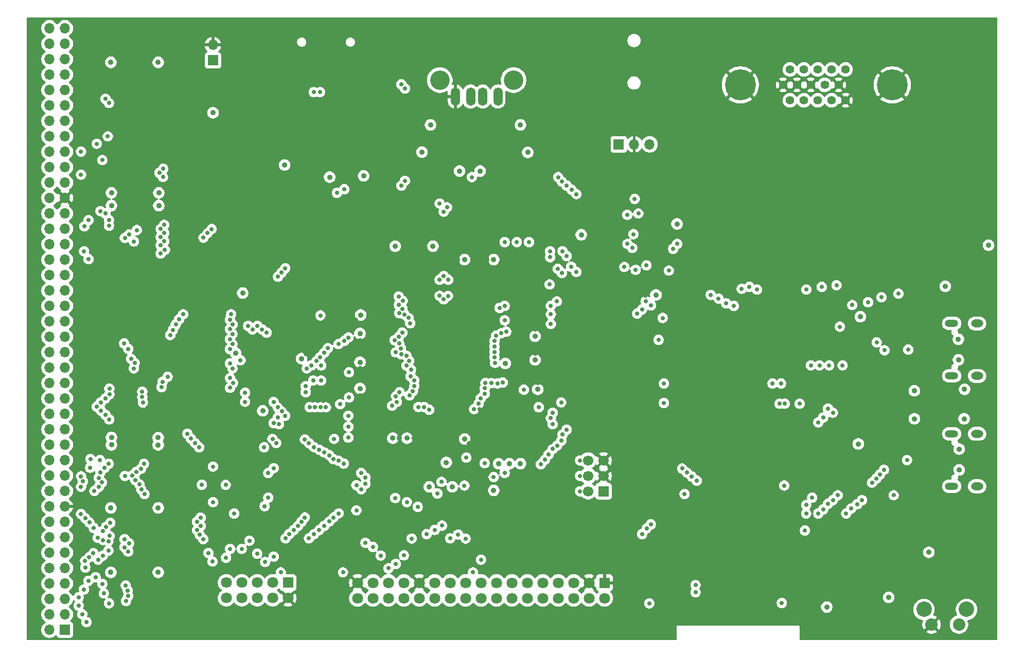
<source format=gbr>
%TF.GenerationSoftware,KiCad,Pcbnew,9.0.0*%
%TF.CreationDate,2025-05-18T10:37:10+02:00*%
%TF.ProjectId,HexAgon,48657841-676f-46e2-9e6b-696361645f70,rev?*%
%TF.SameCoordinates,Original*%
%TF.FileFunction,Copper,L2,Inr*%
%TF.FilePolarity,Positive*%
%FSLAX46Y46*%
G04 Gerber Fmt 4.6, Leading zero omitted, Abs format (unit mm)*
G04 Created by KiCad (PCBNEW 9.0.0) date 2025-05-18 10:37:10*
%MOMM*%
%LPD*%
G01*
G04 APERTURE LIST*
%TA.AperFunction,ComponentPad*%
%ADD10R,1.700000X1.700000*%
%TD*%
%TA.AperFunction,ComponentPad*%
%ADD11O,1.700000X1.700000*%
%TD*%
%TA.AperFunction,ComponentPad*%
%ADD12O,2.200000X1.200000*%
%TD*%
%TA.AperFunction,ComponentPad*%
%ADD13O,2.000000X1.300000*%
%TD*%
%TA.AperFunction,ComponentPad*%
%ADD14C,1.700000*%
%TD*%
%TA.AperFunction,ComponentPad*%
%ADD15C,2.540000*%
%TD*%
%TA.AperFunction,ComponentPad*%
%ADD16C,2.032000*%
%TD*%
%TA.AperFunction,ComponentPad*%
%ADD17R,1.750000X1.750000*%
%TD*%
%TA.AperFunction,ComponentPad*%
%ADD18C,1.800000*%
%TD*%
%TA.AperFunction,ComponentPad*%
%ADD19O,1.500000X3.000000*%
%TD*%
%TA.AperFunction,ComponentPad*%
%ADD20C,3.200000*%
%TD*%
%TA.AperFunction,ComponentPad*%
%ADD21C,1.400000*%
%TD*%
%TA.AperFunction,ComponentPad*%
%ADD22C,5.100000*%
%TD*%
%TA.AperFunction,ViaPad*%
%ADD23C,0.700000*%
%TD*%
%TA.AperFunction,ViaPad*%
%ADD24C,0.900000*%
%TD*%
G04 APERTURE END LIST*
D10*
%TO.N,/EZ80/rcA15*%
%TO.C,J2*%
X86040000Y-144540000D03*
D11*
%TO.N,/EZ80/rcA14*%
X83500000Y-144540000D03*
%TO.N,/EZ80/rcA13*%
X86040000Y-142000000D03*
%TO.N,/EZ80/rcA12*%
X83500000Y-142000000D03*
%TO.N,/EZ80/rcA11*%
X86040000Y-139460000D03*
%TO.N,/EZ80/rcA10*%
X83500000Y-139460000D03*
%TO.N,/EZ80/rcA9*%
X86040000Y-136920000D03*
%TO.N,/EZ80/rcA8*%
X83500000Y-136920000D03*
%TO.N,/EZ80/rcA7*%
X86040000Y-134380000D03*
%TO.N,/EZ80/rcA6*%
X83500000Y-134380000D03*
%TO.N,/EZ80/rcA5*%
X86040000Y-131840000D03*
%TO.N,/EZ80/rcA4*%
X83500000Y-131840000D03*
%TO.N,/EZ80/rcA3*%
X86040000Y-129300000D03*
%TO.N,/EZ80/rcA2*%
X83500000Y-129300000D03*
%TO.N,/EZ80/rcA1*%
X86040000Y-126760000D03*
%TO.N,/EZ80/rcA0*%
X83500000Y-126760000D03*
%TO.N,GND*%
X86040000Y-124220000D03*
%TO.N,+5Vrc*%
X83500000Y-124220000D03*
%TO.N,/EZ80/~{rcM1}*%
X86040000Y-121680000D03*
%TO.N,/EZ80/~{rcRESET}*%
X83500000Y-121680000D03*
%TO.N,/EZ80/rcCLOCK*%
X86040000Y-119140000D03*
%TO.N,/EZ80/INT*%
X83500000Y-119140000D03*
%TO.N,/EZ80/~{rcMREQ}*%
X86040000Y-116600000D03*
%TO.N,/EZ80/~{rcWR}*%
X83500000Y-116600000D03*
%TO.N,/EZ80/~{rcRD}*%
X86040000Y-114060000D03*
%TO.N,/EZ80/~{rcIORQ}*%
X83500000Y-114060000D03*
%TO.N,/EZ80/rcD0*%
X86040000Y-111520000D03*
%TO.N,/EZ80/rcD1*%
X83500000Y-111520000D03*
%TO.N,/EZ80/rcD2*%
X86040000Y-108980000D03*
%TO.N,/EZ80/rcD3*%
X83500000Y-108980000D03*
%TO.N,/EZ80/rcD4*%
X86040000Y-106440000D03*
%TO.N,/EZ80/rcD5*%
X83500000Y-106440000D03*
%TO.N,/EZ80/rcD6*%
X86040000Y-103900000D03*
%TO.N,/EZ80/rcD7*%
X83500000Y-103900000D03*
%TO.N,/EZ80/TX*%
X86040000Y-101360000D03*
%TO.N,/EZ80/RX*%
X83500000Y-101360000D03*
%TO.N,/EZ80/USER1*%
X86040000Y-98820000D03*
%TO.N,/EZ80/USER2*%
X83500000Y-98820000D03*
%TO.N,/EZ80/USER3*%
X86040000Y-96280000D03*
%TO.N,/EZ80/USER4*%
X83500000Y-96280000D03*
%TO.N,unconnected-(J2-Pin_41-Pad41)*%
X86040000Y-93740000D03*
%TO.N,unconnected-(J2-Pin_42-Pad42)*%
X83500000Y-93740000D03*
%TO.N,unconnected-(J2-Pin_43-Pad43)*%
X86040000Y-91200000D03*
%TO.N,unconnected-(J2-Pin_44-Pad44)*%
X83500000Y-91200000D03*
%TO.N,unconnected-(J2-Pin_45-Pad45)*%
X86040000Y-88660000D03*
%TO.N,unconnected-(J2-Pin_46-Pad46)*%
X83500000Y-88660000D03*
%TO.N,unconnected-(J2-Pin_47-Pad47)*%
X86040000Y-86120000D03*
%TO.N,unconnected-(J2-Pin_48-Pad48)*%
X83500000Y-86120000D03*
%TO.N,/EZ80/rcA23*%
X86040000Y-83580000D03*
%TO.N,/EZ80/rcA22*%
X83500000Y-83580000D03*
%TO.N,/EZ80/rcA21*%
X86040000Y-81040000D03*
%TO.N,/EZ80/rcA20*%
X83500000Y-81040000D03*
%TO.N,/EZ80/rcA19*%
X86040000Y-78500000D03*
%TO.N,/EZ80/rcA18*%
X83500000Y-78500000D03*
%TO.N,/EZ80/rcA17*%
X86040000Y-75960000D03*
%TO.N,/EZ80/rcA16*%
X83500000Y-75960000D03*
%TO.N,GND*%
X86040000Y-73420000D03*
%TO.N,+5Vrc*%
X83500000Y-73420000D03*
%TO.N,/EZ80/~{rcRFSH}*%
X86040000Y-70880000D03*
%TO.N,/EZ80/rcPAGE*%
X83500000Y-70880000D03*
%TO.N,/EZ80/rcCLOCK2*%
X86040000Y-68340000D03*
%TO.N,/EZ80/~{rcBUSACK}*%
X83500000Y-68340000D03*
%TO.N,/EZ80/~{rcHALT}*%
X86040000Y-65800000D03*
%TO.N,/EZ80/~{rcBUSREQ}*%
X83500000Y-65800000D03*
%TO.N,/EZ80/~{rcWAIT}*%
X86040000Y-63260000D03*
%TO.N,/EZ80/~{rcNMI}*%
X83500000Y-63260000D03*
%TO.N,/EZ80/~{rcCS1}*%
X86040000Y-60720000D03*
%TO.N,/EZ80/~{rcCS2}*%
X83500000Y-60720000D03*
%TO.N,/EZ80/D10*%
X86040000Y-58180000D03*
%TO.N,/EZ80/D11*%
X83500000Y-58180000D03*
%TO.N,/EZ80/D12*%
X86040000Y-55640000D03*
%TO.N,/EZ80/D13*%
X83500000Y-55640000D03*
%TO.N,/EZ80/D14*%
X86040000Y-53100000D03*
%TO.N,/EZ80/D15*%
X83500000Y-53100000D03*
%TO.N,/EZ80/TX2*%
X86040000Y-50560000D03*
%TO.N,/EZ80/RX2*%
X83500000Y-50560000D03*
%TO.N,/EZ80/USER5*%
X86040000Y-48020000D03*
%TO.N,/EZ80/USER6*%
X83500000Y-48020000D03*
%TO.N,/EZ80/USER7*%
X86040000Y-45480000D03*
%TO.N,/EZ80/USER8*%
X83500000Y-45480000D03*
%TD*%
D12*
%TO.N,Net-(USBC_UART0-SHELL)*%
%TO.C,USBC_UART0*%
X231955312Y-94101038D03*
X231955312Y-102741038D03*
D13*
X236135312Y-94101038D03*
X236135312Y-102741038D03*
%TD*%
%TO.N,Net-(USBC_OTG0-SHELL)*%
%TO.C,USBC_OTG0*%
X236135312Y-120920000D03*
X236135312Y-112280000D03*
D12*
X231955312Y-120920000D03*
X231955312Y-112280000D03*
%TD*%
D10*
%TO.N,+3.3V*%
%TO.C,ZDI1*%
X174670000Y-121740000D03*
D14*
%TO.N,/EZ80/~{RESET}*%
X172130000Y-121740000D03*
%TO.N,GND*%
X174670000Y-119200000D03*
%TO.N,/EZ80 ports/EZ80_TCK*%
X172130000Y-119200000D03*
%TO.N,GND*%
X174670000Y-116660000D03*
%TO.N,/EZ80 ports/EZ80_TDI*%
X172130000Y-116660000D03*
%TD*%
D15*
%TO.N,N/C*%
%TO.C,BTN1*%
X227389600Y-141200000D03*
X234400000Y-141200000D03*
D16*
%TO.N,GND*%
X228634200Y-143689200D03*
%TO.N,/EZ80/~{RESET}*%
X233155400Y-143689200D03*
%TD*%
D10*
%TO.N,Net-(X1-HOT_L)*%
%TO.C,J1*%
X177175000Y-64600000D03*
D11*
%TO.N,GND*%
X179715000Y-64600000D03*
%TO.N,Net-(X1-COLD_R)*%
X182255000Y-64600000D03*
%TD*%
D17*
%TO.N,GND*%
%TO.C,GPIO1*%
X174830000Y-136807500D03*
D18*
%TO.N,+5V_USB*%
X174830000Y-139347500D03*
%TO.N,GND*%
X172290000Y-136807500D03*
%TO.N,+5V_USB*%
X172290000Y-139347500D03*
%TO.N,/EZ80/PA0*%
X169750000Y-136807500D03*
%TO.N,/EZ80/PA1*%
X169750000Y-139347500D03*
%TO.N,/EZ80/PA2*%
X167210000Y-136807500D03*
%TO.N,/EZ80/PA3*%
X167210000Y-139347500D03*
%TO.N,/EZ80/PA4*%
X164670000Y-136807500D03*
%TO.N,/EZ80/PA5*%
X164670000Y-139347500D03*
%TO.N,/EZ80/PA6*%
X162130000Y-136807500D03*
%TO.N,/EZ80/PA7*%
X162130000Y-139347500D03*
%TO.N,/EZ80/PD4*%
X159590000Y-136807500D03*
%TO.N,/EZ80/PD5*%
X159590000Y-139347500D03*
%TO.N,/EZ80/PD6*%
X157050000Y-136807500D03*
%TO.N,/EZ80/PD7*%
X157050000Y-139347500D03*
%TO.N,/EZ80/PC0*%
X154510000Y-136807500D03*
%TO.N,/EZ80/PC1*%
X154510000Y-139347500D03*
%TO.N,/EZ80/PC2*%
X151970000Y-136807500D03*
%TO.N,/EZ80/PC3*%
X151970000Y-139347500D03*
%TO.N,/EZ80/PC4*%
X149430000Y-136807500D03*
%TO.N,/EZ80/PC5*%
X149430000Y-139347500D03*
%TO.N,/EZ80/PC6*%
X146890000Y-136807500D03*
%TO.N,/EZ80/PC7*%
X146890000Y-139347500D03*
%TO.N,GND*%
X144350000Y-136807500D03*
%TO.N,/EZ80 ports/GPIO_B5*%
X144350000Y-139347500D03*
%TO.N,/ESP32/ESP_SPI_MOSI*%
X141810000Y-136807500D03*
%TO.N,/EZ80/CLOCK*%
X141810000Y-139347500D03*
%TO.N,/EZ80 ports/EZ80_SDA*%
X139270000Y-136807500D03*
%TO.N,/EZ80 ports/EZ80_SCL*%
X139270000Y-139347500D03*
%TO.N,/ESP32/ESP_SPI_SCLK*%
X136730000Y-136807500D03*
%TO.N,/ESP32/ESP_SPI_MISO*%
X136730000Y-139347500D03*
%TO.N,GND*%
X134190000Y-136807500D03*
%TO.N,+3.3V*%
X134190000Y-139347500D03*
%TD*%
D17*
%TO.N,+3.3V*%
%TO.C,UEXT1*%
X122760000Y-136780830D03*
D18*
%TO.N,GND*%
X122760000Y-139320830D03*
%TO.N,/EZ80/PC0*%
X120220000Y-136780830D03*
%TO.N,/EZ80/PC1*%
X120220000Y-139320830D03*
%TO.N,/EZ80 ports/EZ80_SCL*%
X117680000Y-136780830D03*
%TO.N,/EZ80 ports/EZ80_SDA*%
X117680000Y-139320830D03*
%TO.N,/ESP32/ESP_SPI_MOSI*%
X115140000Y-136780830D03*
%TO.N,/ESP32/ESP_SPI_MISO*%
X115140000Y-139320830D03*
%TO.N,/ESP32/ESP_SPI_SCLK*%
X112600000Y-136780830D03*
%TO.N,/EZ80/PC2*%
X112600000Y-139320830D03*
%TD*%
D10*
%TO.N,Net-(BT1-+)*%
%TO.C,BT1*%
X110400000Y-50775000D03*
D11*
%TO.N,GND*%
X110400000Y-48235000D03*
%TD*%
D19*
%TO.N,+5V_USB*%
%TO.C,USBA_KEYBOARD1*%
X157300000Y-56729000D03*
%TO.N,Net-(FET1-D)*%
X154800000Y-56729000D03*
%TO.N,Net-(FET2-D)*%
X152800000Y-56729000D03*
%TO.N,GND*%
X150300000Y-56729000D03*
D20*
%TO.N,Net-(USBA_KEYBOARD1-SHIELD)*%
X159870000Y-54019000D03*
X147730000Y-54019000D03*
%TD*%
D21*
%TO.N,/Video/R*%
%TO.C,VGA1*%
X205348840Y-57350000D03*
%TO.N,/Video/G*%
X207634840Y-57350000D03*
%TO.N,/Video/B*%
X209920840Y-57350000D03*
%TO.N,unconnected-(VGA1-ID2{slash}RES-Pad4)*%
X212206840Y-57350000D03*
%TO.N,GND*%
X214492840Y-57350000D03*
X204205840Y-54810000D03*
X206491840Y-54810000D03*
X208777840Y-54810000D03*
%TO.N,unconnected-(VGA1-Key{slash}PWR-Pad9)*%
X211063840Y-54810000D03*
%TO.N,GND*%
X213349840Y-54810000D03*
%TO.N,unconnected-(VGA1-ID0{slash}RES-Pad11)*%
X205348840Y-52270000D03*
%TO.N,unconnected-(VGA1-ID1{slash}SDA-Pad12)*%
X207634840Y-52270000D03*
%TO.N,/Video/VGA_HSYNC*%
X209920840Y-52270000D03*
%TO.N,/Video/VGA_VSYNC*%
X212206840Y-52270000D03*
%TO.N,unconnected-(VGA1-ID3{slash}SCL-Pad15)*%
X214492840Y-52270000D03*
D22*
%TO.N,GND*%
X222174840Y-54810000D03*
X197180840Y-54810000D03*
%TD*%
D23*
%TO.N,/ESP32 ports/VBUS2*%
X224600000Y-116600000D03*
D24*
%TO.N,+3.3V*%
X144800000Y-65900000D03*
D23*
%TO.N,/ESP32 ports/D-*%
X219600000Y-97220000D03*
X220900000Y-98530000D03*
%TO.N,/ESP32 ports/VBUS1*%
X224800000Y-98400000D03*
D24*
%TO.N,GND*%
X225800000Y-74900000D03*
X224000000Y-122000000D03*
D23*
%TO.N,/EZ80/A7*%
X101936531Y-104577576D03*
%TO.N,/EZ80/A6*%
X102121690Y-103696826D03*
%TO.N,/EZ80/A5*%
X102927000Y-102900000D03*
%TO.N,/EZ80/A7*%
X113200000Y-104702008D03*
%TO.N,/EZ80/A6*%
X113700000Y-103902008D03*
%TO.N,/EZ80/A5*%
X113200000Y-103102008D03*
%TO.N,/EZ80/A4*%
X103378000Y-95997923D03*
%TO.N,/EZ80/A3*%
X103829000Y-95144739D03*
%TO.N,/EZ80/A2*%
X104280000Y-94270976D03*
%TO.N,/EZ80/A1*%
X104825000Y-93404987D03*
%TO.N,/EZ80/A0*%
X105500000Y-92600000D03*
%TO.N,/EZ80 ports/EZ80_SDA*%
X110200000Y-78550000D03*
%TO.N,/EZ80/A8*%
X115700000Y-107000000D03*
X115700000Y-105502008D03*
%TO.N,/EZ80/A10*%
X108814341Y-129619890D03*
%TO.N,/EZ80/A11*%
X108248597Y-128919934D03*
%TO.N,/EZ80/A10*%
X122340108Y-129509892D03*
%TO.N,/EZ80/A11*%
X122938228Y-128811419D03*
%TO.N,/EZ80/~{RD}*%
X119500000Y-122800000D03*
%TO.N,/EZ80/A11*%
X126300772Y-107887532D03*
%TO.N,/EZ80/A13*%
X126900000Y-103502000D03*
%TO.N,/EZ80/A14*%
X128200000Y-103502000D03*
X128200000Y-101013093D03*
X129000000Y-107925000D03*
%TO.N,/EZ80/A13*%
X128099997Y-107925000D03*
%TO.N,/EZ80/A11*%
X125670406Y-105425000D03*
%TO.N,/EZ80/A12*%
X127199994Y-107925000D03*
X125655478Y-104431299D03*
%TO.N,/EZ80/A15*%
X125525000Y-113200000D03*
X130344184Y-113101000D03*
%TO.N,/EZ80/A12*%
X123682845Y-128136419D03*
X107790119Y-128145465D03*
%TO.N,/EZ80/A13*%
X124385348Y-127443661D03*
X108375000Y-127461419D03*
%TO.N,/EZ80/A14*%
X124960000Y-126751000D03*
X107779707Y-126751000D03*
%TO.N,/EZ80/A15*%
X108375000Y-126076000D03*
X125525000Y-126050000D03*
D24*
%TO.N,GND*%
X100400000Y-60500000D03*
X100400000Y-144300000D03*
X143508000Y-113000000D03*
X152600000Y-113900000D03*
X229600000Y-95200000D03*
X224000000Y-96400000D03*
X100400000Y-84100000D03*
X120200000Y-89100000D03*
X216599999Y-110738341D03*
X94700000Y-60600000D03*
X133900000Y-93600000D03*
X94700000Y-123200000D03*
X224000000Y-68800000D03*
X158500000Y-102200000D03*
X96600000Y-51100000D03*
X98500000Y-74700000D03*
X205600000Y-64200000D03*
X163400000Y-95000000D03*
X98500000Y-72600000D03*
X110487498Y-99125000D03*
X211400000Y-142400000D03*
X134600000Y-101579003D03*
X94700000Y-63300000D03*
X217100000Y-99200000D03*
X224324868Y-114520882D03*
X150324464Y-59400000D03*
X229600000Y-101600000D03*
X224301993Y-118524032D03*
X147241000Y-117000000D03*
X96700000Y-114100000D03*
X98400000Y-112900000D03*
X98500000Y-51100000D03*
X100400000Y-103700000D03*
X173800000Y-71000000D03*
X220200000Y-94000000D03*
X193800000Y-65800000D03*
X177307454Y-89399999D03*
D23*
X228600000Y-116600000D03*
D24*
X94700000Y-144400000D03*
X144800000Y-81400000D03*
X179715000Y-62400000D03*
X152400000Y-126200000D03*
X163850000Y-103862500D03*
X216000000Y-64200000D03*
X100400000Y-133800000D03*
X96600000Y-124500000D03*
X203400000Y-68800000D03*
X96600000Y-135100000D03*
X98500000Y-114100000D03*
X224000000Y-100400000D03*
X172300000Y-104900000D03*
X96700000Y-74700000D03*
X224000000Y-93200000D03*
X150600000Y-83600000D03*
X173400000Y-94200000D03*
X96700000Y-112900000D03*
X94700000Y-133800000D03*
X143800000Y-58600000D03*
X234800000Y-130800000D03*
X100400000Y-123100000D03*
X173400000Y-46400000D03*
X181516163Y-89417871D03*
X170995823Y-77712301D03*
D23*
X228800000Y-98400000D03*
D24*
X98400000Y-135100000D03*
X137600000Y-57800000D03*
X160400000Y-89000000D03*
X116800000Y-108700000D03*
X173400000Y-99600000D03*
X100400000Y-63300000D03*
X119400000Y-57800000D03*
X223600000Y-139800000D03*
X94700000Y-84100000D03*
X155499997Y-83600000D03*
X131200000Y-56600000D03*
X134600000Y-106000000D03*
X186779445Y-79483302D03*
X213800000Y-68800000D03*
X222600000Y-112800000D03*
X229800000Y-119800000D03*
X163400000Y-99000000D03*
X94700000Y-103700000D03*
X229800000Y-113400000D03*
X189400000Y-142400000D03*
X125777819Y-99122181D03*
X198249738Y-132183420D03*
X181800000Y-79200000D03*
X221600000Y-113800000D03*
D23*
X158731593Y-111177000D03*
D24*
X175800000Y-75200000D03*
X118200000Y-64000000D03*
X186000000Y-71000000D03*
X98400000Y-124500000D03*
X141100003Y-113000000D03*
X165300000Y-104900000D03*
X96700000Y-72600000D03*
D23*
X154272272Y-108204733D03*
D24*
X110400000Y-46200000D03*
X153400000Y-121200000D03*
X134600000Y-96946500D03*
D23*
%TO.N,/EZ80/~{RESET}*%
X97600000Y-119885000D03*
X148000000Y-120200000D03*
X170800000Y-121740000D03*
X213200000Y-122400000D03*
X222400000Y-122400000D03*
X134000000Y-120725000D03*
X182200000Y-140200000D03*
X134000000Y-124875000D03*
X204000000Y-140147500D03*
D24*
%TO.N,+3.3V*%
X156600000Y-121600000D03*
X158500000Y-100700000D03*
X135200000Y-69800000D03*
X134600000Y-100479000D03*
X154361040Y-69000000D03*
X146000000Y-121000000D03*
X156600000Y-83600000D03*
X129600000Y-70000000D03*
X228200000Y-131800000D03*
X134723143Y-92706912D03*
X146600000Y-81400000D03*
X118600000Y-108500000D03*
X101500000Y-72600000D03*
X101390000Y-114110000D03*
X163850000Y-104962503D03*
X163400000Y-100100003D03*
X161000000Y-117200000D03*
X170999999Y-79497084D03*
X186761186Y-77712165D03*
D23*
X153372315Y-108195713D03*
D24*
X125000000Y-99900000D03*
X216911000Y-93000000D03*
X151823947Y-113113334D03*
X134600000Y-95746500D03*
X101400000Y-51100000D03*
X101500000Y-74700000D03*
X140000000Y-113000000D03*
X183292441Y-89395110D03*
X142308000Y-113000000D03*
X140400000Y-81400000D03*
X159200000Y-117200000D03*
X148800000Y-117000000D03*
X150961040Y-69000000D03*
X216604150Y-113946040D03*
X110400000Y-59400000D03*
X114155631Y-98971690D03*
X101390000Y-112910000D03*
X230900000Y-88000000D03*
X162200000Y-65930000D03*
X211400000Y-140800000D03*
X149800000Y-121000000D03*
X115300000Y-89100000D03*
X157400000Y-117200000D03*
X134600000Y-104800000D03*
X101400000Y-124500000D03*
X122200000Y-68000000D03*
X151800000Y-83600000D03*
X101400000Y-135100000D03*
X163400000Y-96200000D03*
D23*
%TO.N,Net-(C16-+)*%
X178100000Y-84800000D03*
X181739127Y-84544215D03*
D24*
%TO.N,+5V_USB*%
X161000000Y-61400000D03*
X146200000Y-61400000D03*
D23*
X213556290Y-94637649D03*
D24*
X238000000Y-81200000D03*
X221600000Y-139200000D03*
X225800000Y-109800000D03*
X225800000Y-105200000D03*
D23*
%TO.N,Net-(U9-VNEG)*%
X178575000Y-76201770D03*
X179600000Y-79400000D03*
D24*
%TO.N,+5Vrc*%
X93700000Y-112900000D03*
X93700000Y-72600000D03*
X93600000Y-124500000D03*
X93700000Y-114100000D03*
X93700000Y-74700000D03*
X93600000Y-135100000D03*
X93600000Y-51100000D03*
%TO.N,/ESP32 ports/VBUS2*%
X234000000Y-109800000D03*
X233200000Y-118200000D03*
X233200000Y-114800000D03*
%TO.N,/ESP32 ports/VBUS1*%
X233063060Y-100093254D03*
X234070101Y-104953265D03*
X233050334Y-96718126D03*
D23*
%TO.N,/ESP32 ports/KCLK*%
X167200000Y-70001000D03*
X153000000Y-70000000D03*
%TO.N,/EZ80/PA7*%
X154124535Y-107316941D03*
X164350000Y-117281946D03*
%TO.N,/EZ80/PC7*%
X127004986Y-128825000D03*
X158657641Y-95465885D03*
X127004987Y-114451000D03*
X145576000Y-128800000D03*
%TO.N,/EZ80/PC1*%
X131800000Y-135100000D03*
X153200000Y-135100000D03*
X156726000Y-99690382D03*
X131938914Y-117177000D03*
X121559000Y-135100000D03*
%TO.N,/EZ80/PA1*%
X157206840Y-103977693D03*
X167925000Y-112400000D03*
%TO.N,/EZ80/PC2*%
X131099233Y-116729647D03*
X131100000Y-125375000D03*
X151970000Y-129525000D03*
X113900000Y-125400000D03*
X156726000Y-98790379D03*
%TO.N,/EZ80/PA0*%
X168600000Y-111600000D03*
X158092465Y-103817465D03*
%TO.N,/EZ80/PC6*%
X127900612Y-114902000D03*
X146890000Y-128100000D03*
X127900000Y-128125000D03*
X157797755Y-95731594D03*
%TO.N,/EZ80/PC4*%
X156726000Y-96990373D03*
X129561893Y-115804000D03*
X129547659Y-126725000D03*
X149430000Y-129500000D03*
%TO.N,/EZ80/PA5*%
X165625000Y-115668176D03*
X155114822Y-105700588D03*
%TO.N,/EZ80/PC0*%
X156819348Y-100585530D03*
X120400000Y-117925000D03*
X120400000Y-132500000D03*
X154510000Y-133000000D03*
%TO.N,/EZ80/PC3*%
X150744000Y-128856000D03*
X130260947Y-126050000D03*
X156726000Y-97890376D03*
X130236893Y-116472015D03*
%TO.N,/EZ80/PA3*%
X167025000Y-114221194D03*
X155240814Y-103898558D03*
%TO.N,/EZ80/PD5*%
X161557907Y-105012500D03*
X167700000Y-107100000D03*
%TO.N,/ESP32/ESP_SPI_MOSI*%
X132000000Y-72000000D03*
X158400000Y-91200000D03*
X182475000Y-91114293D03*
X169348101Y-84755695D03*
X167000000Y-90471986D03*
X141810000Y-132300000D03*
X115140000Y-131225000D03*
X169400000Y-72077321D03*
X182451000Y-127200000D03*
X167151000Y-85105594D03*
%TO.N,/EZ80/PA4*%
X166320396Y-114781138D03*
X155120059Y-104790423D03*
%TO.N,/ESP32/ESP_SPI_SCLK*%
X130800000Y-72600000D03*
X113225000Y-131225000D03*
X167822702Y-85777298D03*
X170200000Y-85600000D03*
X166000000Y-91200000D03*
X136730000Y-130925000D03*
X181010000Y-128790000D03*
X181000000Y-91800000D03*
X170200000Y-72800000D03*
%TO.N,/EZ80 ports/GPIO_B5*%
X157564368Y-91534253D03*
X126200000Y-129500000D03*
X126200000Y-113800000D03*
X143100000Y-129525000D03*
%TO.N,/EZ80/CLOCK*%
X108850000Y-79986612D03*
X158400000Y-80700000D03*
X112500000Y-120700000D03*
X98343020Y-120616141D03*
X140500000Y-133700000D03*
X108574000Y-120676000D03*
X112550000Y-132700000D03*
%TO.N,/EZ80/PA6*%
X165025000Y-116555331D03*
X154450000Y-106440653D03*
%TO.N,/EZ80 ports/EZ80_SCL*%
X160400000Y-80700000D03*
X109652715Y-131900000D03*
X109525000Y-79225000D03*
X117680000Y-132025000D03*
X138000000Y-132325000D03*
%TO.N,/EZ80/PA2*%
X156237188Y-103940336D03*
X167725000Y-113384453D03*
%TO.N,/EZ80/PC5*%
X128716310Y-127425000D03*
X148116000Y-127400000D03*
X128743923Y-115353000D03*
X156976724Y-96126000D03*
%TO.N,/EZ80 ports/EZ80_SDA*%
X110327715Y-133317690D03*
X119000000Y-133400000D03*
X162400000Y-80700000D03*
X139270000Y-134425000D03*
%TO.N,/ESP32/ESP_SPI_MISO*%
X128000000Y-56000000D03*
X165874000Y-82200000D03*
X167800000Y-70725000D03*
X135500000Y-130225000D03*
X165800000Y-87687500D03*
X181609032Y-90413552D03*
X142000000Y-55400000D03*
X142000000Y-70600000D03*
X116400000Y-129874000D03*
X167925000Y-82195014D03*
X181754000Y-127846000D03*
%TO.N,/EZ80/rcD0*%
X93339326Y-109898297D03*
%TO.N,/EZ80/rcA8*%
X91100000Y-135900000D03*
%TO.N,/EZ80/rcD2*%
X91990891Y-108465000D03*
%TO.N,/EZ80/~{rcBUSACK}*%
X88700000Y-69600000D03*
X88700000Y-119275000D03*
X92141573Y-120280678D03*
%TO.N,/EZ80/~{rcRESET}*%
X95900000Y-119200000D03*
%TO.N,/EZ80/~{rcWAIT}*%
X93100000Y-63300000D03*
%TO.N,/EZ80/rcD4*%
X91947670Y-107115000D03*
%TO.N,/EZ80/rcA16*%
X91895014Y-75597507D03*
%TO.N,/EZ80/~{rcRD}*%
X93240143Y-117222254D03*
%TO.N,/EZ80/rcA9*%
X92200000Y-136976636D03*
%TO.N,/EZ80/rcA13*%
X89177298Y-137925000D03*
X88900000Y-142000000D03*
X96463174Y-138997594D03*
%TO.N,/EZ80/rcA15*%
X96053224Y-137261598D03*
%TO.N,/EZ80/rcA20*%
X96613163Y-79451000D03*
%TO.N,/EZ80/~{rcMREQ}*%
X91900000Y-118600000D03*
%TO.N,/EZ80/rcA23*%
X93300000Y-77100000D03*
X89925000Y-77100000D03*
X89925000Y-83500000D03*
%TO.N,/EZ80/~{rcWR}*%
X90236288Y-116425000D03*
X90207702Y-117862298D03*
X91800000Y-116600000D03*
%TO.N,/EZ80/rcD7*%
X93358664Y-104832909D03*
%TO.N,/EZ80/rcCLOCK*%
X91620000Y-119547216D03*
%TO.N,/EZ80/rcA10*%
X92450000Y-138550000D03*
%TO.N,/EZ80/rcA6*%
X92827663Y-127575000D03*
X89391401Y-126175000D03*
X89375000Y-133222702D03*
%TO.N,/EZ80/rcD6*%
X93361160Y-105790000D03*
%TO.N,/EZ80/rcA7*%
X93515043Y-126949215D03*
X89400000Y-134300000D03*
X88700000Y-125500000D03*
%TO.N,/EZ80/INT*%
X89007570Y-120120816D03*
%TO.N,/EZ80/rcD3*%
X91275000Y-107800000D03*
%TO.N,/EZ80/rcA22*%
X89200000Y-82200000D03*
X89250000Y-78100000D03*
X93300000Y-78000000D03*
%TO.N,/EZ80/rcD1*%
X92711702Y-109135673D03*
%TO.N,/EZ80/rcA4*%
X93400000Y-129090000D03*
X90800000Y-127800000D03*
X90725000Y-131930733D03*
%TO.N,/EZ80/rcA19*%
X95900000Y-80000000D03*
%TO.N,/EZ80/~{rcCS2}*%
X93300000Y-57800000D03*
%TO.N,/EZ80/rcA18*%
X97400000Y-80600000D03*
%TO.N,/EZ80/~{rcIORQ}*%
X92575000Y-117900000D03*
%TO.N,/EZ80/~{rcHALT}*%
X88700000Y-121005000D03*
X88700000Y-65800000D03*
X91620000Y-121014138D03*
%TO.N,/EZ80/rcA21*%
X97877298Y-78722702D03*
%TO.N,/EZ80/rcA5*%
X92278143Y-128287764D03*
X90066401Y-126875000D03*
X90050000Y-132588031D03*
%TO.N,/EZ80/rcA2*%
X96600000Y-130300000D03*
%TO.N,/EZ80/rcA12*%
X88300000Y-139225000D03*
X96092092Y-139817535D03*
X88300000Y-140575000D03*
%TO.N,/EZ80/rcA3*%
X93200000Y-131500000D03*
X95867638Y-129625000D03*
X93195780Y-129966527D03*
%TO.N,/EZ80/rcA17*%
X92700000Y-76000000D03*
%TO.N,/EZ80/~{rcM1}*%
X90900000Y-121700000D03*
%TO.N,/EZ80/~{rcCS1}*%
X92716241Y-57115000D03*
%TO.N,/EZ80/rcA1*%
X92316393Y-129775000D03*
X95867642Y-130975000D03*
X92304986Y-132325000D03*
%TO.N,/EZ80/rcA0*%
X91500000Y-133000000D03*
X96451231Y-131660146D03*
X91452783Y-129407376D03*
%TO.N,/EZ80/rcD5*%
X92686230Y-106465000D03*
%TO.N,/EZ80/~{rcBUSREQ}*%
X92200000Y-67200000D03*
%TO.N,/EZ80/rcA14*%
X96377722Y-138101066D03*
X89900000Y-136500000D03*
X89600000Y-143300000D03*
%TO.N,/EZ80/rcA11*%
X93300000Y-140189000D03*
%TO.N,/EZ80/~{rcNMI}*%
X91300000Y-64500000D03*
%TO.N,/EZ80 ports/EZ80_SS_SD*%
X168600000Y-71400000D03*
X141400000Y-71400000D03*
X165874000Y-83205620D03*
X141400000Y-54725000D03*
X127000000Y-56000000D03*
X168600000Y-83000000D03*
%TO.N,/ESP32 ports/BOOT_MODE*%
X206925000Y-107325000D03*
X204500003Y-107325000D03*
X188000000Y-122200000D03*
X204410000Y-120800000D03*
%TO.N,/ESP32 ports/DTR*%
X208800000Y-101000000D03*
X214000000Y-101000000D03*
%TO.N,/EZ80/~{IORQ}*%
X135500000Y-119500000D03*
X97793987Y-118525000D03*
%TO.N,/ESP32/R0*%
X220800000Y-118200000D03*
X187600000Y-118000000D03*
%TO.N,/ESP32/R1*%
X220125000Y-119000000D03*
X188400000Y-118675000D03*
%TO.N,/ESP32/G1*%
X199928620Y-88526000D03*
X208040000Y-88526000D03*
%TO.N,/ESP32/R2*%
X219525000Y-119677321D03*
X189200000Y-119326000D03*
%TO.N,/ESP32/G2*%
X210580000Y-88075000D03*
X198649380Y-88075000D03*
%TO.N,/ESP32/R3*%
X218850000Y-120312308D03*
X190000000Y-120001000D03*
%TO.N,/ESP32/G3*%
X213000000Y-87800000D03*
X197400000Y-88400000D03*
%TO.N,Net-(U9-OUTL)*%
X180400000Y-76000000D03*
X179800000Y-73600000D03*
%TO.N,/ESP32/ESP_TxD*%
X215400000Y-124600000D03*
X166000000Y-109700000D03*
X210800000Y-109600000D03*
X210800000Y-124725000D03*
%TO.N,/ESP32/B0*%
X196115000Y-91200000D03*
X215600000Y-91074000D03*
%TO.N,/ESP32/B1*%
X218200000Y-90600000D03*
X194845000Y-90800000D03*
%TO.N,/ESP32/B2*%
X220400000Y-89800000D03*
X193600000Y-90000000D03*
%TO.N,/ESP32/B3*%
X192305000Y-89400000D03*
X223200000Y-89200000D03*
%TO.N,/ESP32/ESP_RTS*%
X211600000Y-123800000D03*
X211600000Y-108125000D03*
X216400000Y-123875000D03*
X164000000Y-107900000D03*
%TO.N,/EZ80/~{MREQ}*%
X135500000Y-120500000D03*
X97121275Y-119122882D03*
%TO.N,/EZ80/~{BUSACK}*%
X152100000Y-116200000D03*
X134800000Y-118725000D03*
X98609439Y-121475807D03*
X134800000Y-121400000D03*
%TO.N,/EZ80/~{BUSREQ}*%
X149075000Y-89562500D03*
X149100000Y-86900000D03*
X101600000Y-69300000D03*
X148915002Y-74979998D03*
%TO.N,/EZ80/~{CS2}*%
X120200000Y-113100000D03*
X132675000Y-111100000D03*
X106773000Y-113075000D03*
X121255413Y-110686754D03*
%TO.N,/EZ80/~{CS3}*%
X132675000Y-112900000D03*
X106200695Y-112266170D03*
%TO.N,/EZ80 ports/EZ80_TCK*%
X170800000Y-119200000D03*
X156600000Y-119400000D03*
%TO.N,/EZ80 ports/EZ80_TDI*%
X158400000Y-118725000D03*
X170800000Y-116660000D03*
%TO.N,/EZ80/~{WAIT}*%
X147700000Y-86900000D03*
X147700000Y-74325000D03*
X102236398Y-68625000D03*
X147696178Y-89550640D03*
%TO.N,/EZ80/~{NMI}*%
X148380614Y-90135064D03*
X148375000Y-75700000D03*
X148375000Y-86263602D03*
X102176168Y-69991401D03*
%TO.N,/ESP32/ESP_CTS*%
X217200000Y-123200000D03*
X212400000Y-108800000D03*
X166300000Y-108800000D03*
X212400000Y-123200000D03*
%TO.N,/EZ80/~{CS0}*%
X113200000Y-96700000D03*
X132705643Y-96416366D03*
%TO.N,/ESP32/ESP_RxD*%
X210000000Y-110400000D03*
X214600000Y-125400000D03*
X210000000Y-125400000D03*
X166300000Y-110700000D03*
%TO.N,/EZ80/~{CS1}*%
X122300000Y-109300000D03*
X107448000Y-113779010D03*
X132675000Y-109300000D03*
X120800000Y-113800000D03*
%TO.N,/EZ80/~{RD}*%
X98581194Y-118025000D03*
X140400000Y-122850000D03*
%TO.N,/EZ80/~{WR}*%
X142300000Y-123525000D03*
X99048335Y-117225000D03*
X110410025Y-117672000D03*
X110410025Y-123525000D03*
%TO.N,/EZ80/~{HALT}*%
X99139710Y-122203005D03*
X155100000Y-117100000D03*
X151775000Y-120800000D03*
X147325000Y-122100000D03*
%TO.N,/ESP32/ESP_SPI_SS*%
X180200000Y-92475000D03*
X166000000Y-92600000D03*
%TO.N,/EZ80/~{M1}*%
X118825571Y-114500000D03*
X108123000Y-114500000D03*
X118900000Y-124200000D03*
X144100000Y-124300000D03*
%TO.N,/ESP32 ports/HOST_TXD*%
X189800000Y-137200000D03*
X209000000Y-122800000D03*
%TO.N,/Audio/ESP_I2S_SD*%
X179400000Y-81675000D03*
X186125000Y-81800000D03*
%TO.N,/Audio/ESP_I2S_BCK*%
X178600000Y-81000000D03*
X186800000Y-81000000D03*
%TO.N,/ESP32/ESP_INT_GENERAL*%
X166000001Y-94199999D03*
X203600000Y-107325000D03*
X184600000Y-107200000D03*
X183725000Y-96800000D03*
%TO.N,/ESP32 ports/HOST_RXD*%
X208000000Y-124000000D03*
X189800000Y-138400000D03*
X210200000Y-101000000D03*
X211800000Y-101000000D03*
%TO.N,/Audio/ESP_I2S_WS*%
X179951379Y-85261895D03*
X185400000Y-85400000D03*
%TO.N,/EZ80/A4*%
X141039800Y-92398562D03*
X113612427Y-95822754D03*
%TO.N,/EZ80/A15*%
X128077298Y-92777298D03*
X142265374Y-99447250D03*
%TO.N,/EZ80/A9*%
X119232362Y-95623116D03*
X140986018Y-96295288D03*
%TO.N,/EZ80/A11*%
X141028346Y-97352289D03*
X128698774Y-98925000D03*
%TO.N,/EZ80/A10*%
X129313678Y-98176529D03*
X140279587Y-96852925D03*
%TO.N,/EZ80/A1*%
X113181717Y-93473130D03*
X141622055Y-90367818D03*
%TO.N,/EZ80/A7*%
X142855998Y-94057056D03*
X117700000Y-94500000D03*
%TO.N,/EZ80/A14*%
X141400000Y-99200000D03*
X126600000Y-101000000D03*
%TO.N,/EZ80/A18*%
X101800000Y-81249000D03*
X143523792Y-103475000D03*
X122300000Y-85000000D03*
%TO.N,/EZ80/A3*%
X141600000Y-91694161D03*
X113181046Y-95032871D03*
%TO.N,/EZ80/A8*%
X118500000Y-95100000D03*
X141561703Y-95603486D03*
%TO.N,/EZ80/A17*%
X102500000Y-82000000D03*
X121700000Y-85725000D03*
X142251152Y-101025000D03*
%TO.N,/EZ80/DATA3*%
X113602493Y-101504986D03*
X142925000Y-102800000D03*
X97377000Y-101500000D03*
%TO.N,/EZ80/DATA0*%
X132000000Y-96975000D03*
X95800000Y-97400000D03*
X113602493Y-97504986D03*
%TO.N,/EZ80/DATA1*%
X131325000Y-107400000D03*
X131046406Y-97501000D03*
X139877527Y-107647351D03*
X113195976Y-98307948D03*
X96475000Y-98300000D03*
%TO.N,/EZ80/A13*%
X127400000Y-100308599D03*
X140451612Y-98862500D03*
%TO.N,/EZ80/A5*%
X116200000Y-94500000D03*
X141909778Y-92629089D03*
%TO.N,/EZ80/DATA7*%
X120375000Y-107025000D03*
X120375000Y-110500000D03*
X98775000Y-105320829D03*
X145976089Y-108312500D03*
%TO.N,/EZ80/DATA6*%
X145148634Y-107870226D03*
X121050000Y-107926435D03*
X121050000Y-109600000D03*
X98775000Y-106220832D03*
%TO.N,/EZ80/A0*%
X113400000Y-92600000D03*
X140957339Y-89667243D03*
%TO.N,/EZ80/A2*%
X113630610Y-94253193D03*
X141000000Y-91018243D03*
%TO.N,/EZ80/A12*%
X141350541Y-98192643D03*
X128031854Y-99633599D03*
%TO.N,/EZ80/DATA4*%
X143000000Y-101700000D03*
X97514342Y-100610541D03*
X125844697Y-101500707D03*
%TO.N,/EZ80/A6*%
X116900000Y-95100000D03*
X142613298Y-93190395D03*
%TO.N,/EZ80/DATA2*%
X132800000Y-106300000D03*
X113200000Y-100700000D03*
X140670805Y-107025000D03*
X132800000Y-102152000D03*
X114946203Y-100153797D03*
X96926000Y-99929469D03*
%TO.N,/EZ80/A16*%
X142691406Y-100240029D03*
X121100000Y-86400000D03*
X101800000Y-82600000D03*
%TO.N,/EZ80/DATA5*%
X98877298Y-107115000D03*
X144205833Y-107858431D03*
X121725000Y-108600000D03*
%TO.N,/EZ80/A20*%
X101800000Y-79898000D03*
X143310000Y-105244451D03*
%TO.N,/EZ80/A23*%
X102388029Y-77865658D03*
X140511171Y-106071671D03*
%TO.N,/EZ80/A22*%
X101800000Y-78547000D03*
X141106283Y-105396510D03*
%TO.N,/EZ80/A19*%
X102394729Y-80573502D03*
X143541822Y-104374820D03*
%TO.N,/EZ80/A21*%
X142738596Y-105939793D03*
X102394728Y-79222498D03*
%TO.N,/ESP32/HSYNC*%
X207800000Y-128200000D03*
X208000000Y-125400000D03*
%TO.N,/ESP32/VSYNC*%
X203875000Y-104000000D03*
X184600000Y-104000000D03*
X184400000Y-93200000D03*
X202465000Y-104000000D03*
X158400000Y-93600000D03*
%TO.N,/EZ80/~{RD}*%
X119500000Y-118725000D03*
%TD*%
%TA.AperFunction,Conductor*%
%TO.N,GND*%
G36*
X85574075Y-73612993D02*
G01*
X85639901Y-73727007D01*
X85732993Y-73820099D01*
X85847007Y-73885925D01*
X85910590Y-73902962D01*
X85278282Y-74535269D01*
X85278282Y-74535270D01*
X85332452Y-74574626D01*
X85332451Y-74574626D01*
X85341495Y-74579234D01*
X85392292Y-74627208D01*
X85409087Y-74695029D01*
X85386550Y-74761164D01*
X85341499Y-74800202D01*
X85332182Y-74804949D01*
X85160213Y-74929890D01*
X85009890Y-75080213D01*
X84884949Y-75252182D01*
X84880484Y-75260946D01*
X84832509Y-75311742D01*
X84764688Y-75328536D01*
X84698553Y-75305998D01*
X84659516Y-75260946D01*
X84655050Y-75252182D01*
X84530109Y-75080213D01*
X84379786Y-74929890D01*
X84207820Y-74804951D01*
X84207115Y-74804591D01*
X84199054Y-74800485D01*
X84148259Y-74752512D01*
X84131463Y-74684692D01*
X84153999Y-74618556D01*
X84199054Y-74579515D01*
X84207816Y-74575051D01*
X84262572Y-74535269D01*
X84379786Y-74450109D01*
X84379788Y-74450106D01*
X84379792Y-74450104D01*
X84530104Y-74299792D01*
X84530106Y-74299788D01*
X84530109Y-74299786D01*
X84615890Y-74181717D01*
X84655051Y-74127816D01*
X84659793Y-74118508D01*
X84707763Y-74067711D01*
X84775583Y-74050911D01*
X84841719Y-74073445D01*
X84880763Y-74118500D01*
X84885373Y-74127547D01*
X84924728Y-74181716D01*
X85557037Y-73549408D01*
X85574075Y-73612993D01*
G37*
%TD.AperFunction*%
%TA.AperFunction,Conductor*%
G36*
X84841444Y-71533999D02*
G01*
X84880486Y-71579056D01*
X84884951Y-71587820D01*
X85009890Y-71759786D01*
X85160213Y-71910109D01*
X85332179Y-72035048D01*
X85332181Y-72035049D01*
X85332184Y-72035051D01*
X85341493Y-72039794D01*
X85392290Y-72087766D01*
X85409087Y-72155587D01*
X85386552Y-72221722D01*
X85341505Y-72260760D01*
X85332446Y-72265376D01*
X85332440Y-72265380D01*
X85278282Y-72304727D01*
X85278282Y-72304728D01*
X85910591Y-72937037D01*
X85847007Y-72954075D01*
X85732993Y-73019901D01*
X85639901Y-73112993D01*
X85574075Y-73227007D01*
X85557037Y-73290591D01*
X84924728Y-72658282D01*
X84924727Y-72658282D01*
X84885380Y-72712440D01*
X84885376Y-72712446D01*
X84880760Y-72721505D01*
X84832781Y-72772297D01*
X84764959Y-72789087D01*
X84698826Y-72766543D01*
X84659794Y-72721493D01*
X84655051Y-72712184D01*
X84655049Y-72712181D01*
X84655048Y-72712179D01*
X84530109Y-72540213D01*
X84379786Y-72389890D01*
X84207820Y-72264951D01*
X84199600Y-72260763D01*
X84199054Y-72260485D01*
X84148259Y-72212512D01*
X84131463Y-72144692D01*
X84153999Y-72078556D01*
X84199054Y-72039515D01*
X84207816Y-72035051D01*
X84280582Y-71982184D01*
X84379786Y-71910109D01*
X84379788Y-71910106D01*
X84379792Y-71910104D01*
X84530104Y-71759792D01*
X84530106Y-71759788D01*
X84530109Y-71759786D01*
X84639086Y-71609789D01*
X84655051Y-71587816D01*
X84659514Y-71579054D01*
X84707488Y-71528259D01*
X84775308Y-71511463D01*
X84841444Y-71533999D01*
G37*
%TD.AperFunction*%
%TA.AperFunction,Conductor*%
G36*
X135341066Y-137605014D02*
G01*
X135341066Y-137605013D01*
X135359372Y-137579819D01*
X135414701Y-137537153D01*
X135484315Y-137531174D01*
X135546110Y-137563779D01*
X135560008Y-137579819D01*
X135661752Y-137719858D01*
X135661756Y-137719863D01*
X135817636Y-137875743D01*
X135817641Y-137875747D01*
X135957254Y-137977182D01*
X135999920Y-138032512D01*
X136005899Y-138102125D01*
X135973293Y-138163920D01*
X135957254Y-138177818D01*
X135817641Y-138279252D01*
X135817636Y-138279256D01*
X135661756Y-138435136D01*
X135661752Y-138435141D01*
X135560318Y-138574754D01*
X135504988Y-138617420D01*
X135435375Y-138623399D01*
X135373580Y-138590793D01*
X135359682Y-138574754D01*
X135258247Y-138435141D01*
X135258243Y-138435136D01*
X135102363Y-138279256D01*
X135102358Y-138279252D01*
X134962319Y-138177508D01*
X134919653Y-138122178D01*
X134913674Y-138052565D01*
X134946279Y-137990770D01*
X134962319Y-137976872D01*
X134987513Y-137958566D01*
X134987514Y-137958566D01*
X134319409Y-137290462D01*
X134382993Y-137273425D01*
X134497007Y-137207599D01*
X134590099Y-137114507D01*
X134655925Y-137000493D01*
X134672962Y-136936909D01*
X135341066Y-137605014D01*
G37*
%TD.AperFunction*%
%TA.AperFunction,Conductor*%
G36*
X143884075Y-137000493D02*
G01*
X143949901Y-137114507D01*
X144042993Y-137207599D01*
X144157007Y-137273425D01*
X144220590Y-137290462D01*
X143552485Y-137958565D01*
X143552485Y-137958566D01*
X143577680Y-137976871D01*
X143620346Y-138032201D01*
X143626325Y-138101814D01*
X143593720Y-138163610D01*
X143577681Y-138177508D01*
X143437636Y-138279256D01*
X143281756Y-138435136D01*
X143281752Y-138435141D01*
X143180318Y-138574754D01*
X143124988Y-138617420D01*
X143055375Y-138623399D01*
X142993580Y-138590793D01*
X142979682Y-138574754D01*
X142878247Y-138435141D01*
X142878243Y-138435136D01*
X142722363Y-138279256D01*
X142722358Y-138279252D01*
X142582745Y-138177818D01*
X142540079Y-138122489D01*
X142534100Y-138052875D01*
X142566705Y-137991080D01*
X142582745Y-137977182D01*
X142722358Y-137875747D01*
X142722356Y-137875747D01*
X142722365Y-137875742D01*
X142878242Y-137719865D01*
X142979991Y-137579817D01*
X143035320Y-137537153D01*
X143104933Y-137531174D01*
X143166729Y-137563779D01*
X143180628Y-137579819D01*
X143198932Y-137605013D01*
X143867037Y-136936908D01*
X143884075Y-137000493D01*
G37*
%TD.AperFunction*%
%TA.AperFunction,Conductor*%
G36*
X145501066Y-137605014D02*
G01*
X145501066Y-137605013D01*
X145519372Y-137579819D01*
X145574701Y-137537153D01*
X145644315Y-137531174D01*
X145706110Y-137563779D01*
X145720008Y-137579819D01*
X145821752Y-137719858D01*
X145821756Y-137719863D01*
X145977636Y-137875743D01*
X145977641Y-137875747D01*
X146117254Y-137977182D01*
X146159920Y-138032512D01*
X146165899Y-138102125D01*
X146133293Y-138163920D01*
X146117254Y-138177818D01*
X145977641Y-138279252D01*
X145977636Y-138279256D01*
X145821756Y-138435136D01*
X145821752Y-138435141D01*
X145720318Y-138574754D01*
X145664988Y-138617420D01*
X145595375Y-138623399D01*
X145533580Y-138590793D01*
X145519682Y-138574754D01*
X145418247Y-138435141D01*
X145418243Y-138435136D01*
X145262363Y-138279256D01*
X145262358Y-138279252D01*
X145122319Y-138177508D01*
X145079653Y-138122178D01*
X145073674Y-138052565D01*
X145106279Y-137990770D01*
X145122319Y-137976872D01*
X145147513Y-137958566D01*
X145147514Y-137958566D01*
X144479409Y-137290462D01*
X144542993Y-137273425D01*
X144657007Y-137207599D01*
X144750099Y-137114507D01*
X144815925Y-137000493D01*
X144832962Y-136936910D01*
X145501066Y-137605014D01*
G37*
%TD.AperFunction*%
%TA.AperFunction,Conductor*%
G36*
X171824075Y-137000493D02*
G01*
X171889901Y-137114507D01*
X171982993Y-137207599D01*
X172097007Y-137273425D01*
X172160590Y-137290462D01*
X171492485Y-137958565D01*
X171492485Y-137958566D01*
X171517680Y-137976871D01*
X171560346Y-138032201D01*
X171566325Y-138101814D01*
X171533720Y-138163610D01*
X171517681Y-138177508D01*
X171377636Y-138279256D01*
X171221756Y-138435136D01*
X171221752Y-138435141D01*
X171120318Y-138574754D01*
X171064988Y-138617420D01*
X170995375Y-138623399D01*
X170933580Y-138590793D01*
X170919682Y-138574754D01*
X170818247Y-138435141D01*
X170818243Y-138435136D01*
X170662363Y-138279256D01*
X170662358Y-138279252D01*
X170522745Y-138177818D01*
X170480079Y-138122489D01*
X170474100Y-138052875D01*
X170506705Y-137991080D01*
X170522745Y-137977182D01*
X170662358Y-137875747D01*
X170662356Y-137875747D01*
X170662365Y-137875742D01*
X170818242Y-137719865D01*
X170919991Y-137579817D01*
X170975320Y-137537153D01*
X171044933Y-137531174D01*
X171106729Y-137563779D01*
X171120628Y-137579819D01*
X171138932Y-137605013D01*
X171807037Y-136936908D01*
X171824075Y-137000493D01*
G37*
%TD.AperFunction*%
%TA.AperFunction,Conductor*%
G36*
X173460968Y-137624916D02*
G01*
X173494453Y-137686239D01*
X173489469Y-137755931D01*
X173464685Y-137794494D01*
X173464110Y-137797137D01*
X173511645Y-137924586D01*
X173511649Y-137924593D01*
X173597809Y-138039687D01*
X173597812Y-138039690D01*
X173712906Y-138125850D01*
X173712913Y-138125854D01*
X173792968Y-138155713D01*
X173848902Y-138197584D01*
X173873319Y-138263049D01*
X173858467Y-138331322D01*
X173837317Y-138359576D01*
X173761751Y-138435142D01*
X173660318Y-138574754D01*
X173604988Y-138617420D01*
X173535375Y-138623399D01*
X173473580Y-138590793D01*
X173459682Y-138574754D01*
X173358247Y-138435141D01*
X173358243Y-138435136D01*
X173202363Y-138279256D01*
X173202358Y-138279252D01*
X173062319Y-138177508D01*
X173019653Y-138122178D01*
X173013674Y-138052565D01*
X173046279Y-137990770D01*
X173062319Y-137976872D01*
X173087513Y-137958566D01*
X173087514Y-137958566D01*
X172419409Y-137290462D01*
X172482993Y-137273425D01*
X172597007Y-137207599D01*
X172690099Y-137114507D01*
X172755925Y-137000493D01*
X172772962Y-136936910D01*
X173460968Y-137624916D01*
G37*
%TD.AperFunction*%
%TA.AperFunction,Conductor*%
G36*
X121338549Y-137745400D02*
G01*
X121394483Y-137787271D01*
X121411398Y-137818249D01*
X121441202Y-137898158D01*
X121441206Y-137898165D01*
X121527452Y-138013374D01*
X121527455Y-138013377D01*
X121642664Y-138099623D01*
X121642671Y-138099627D01*
X121648535Y-138101814D01*
X121777517Y-138149921D01*
X121837127Y-138156330D01*
X121897690Y-138156329D01*
X121964727Y-138176013D01*
X121985370Y-138192648D01*
X122630590Y-138837867D01*
X122567007Y-138854905D01*
X122452993Y-138920731D01*
X122359901Y-139013823D01*
X122294075Y-139127837D01*
X122277037Y-139191420D01*
X121608932Y-138523315D01*
X121608930Y-138523315D01*
X121590626Y-138548509D01*
X121535296Y-138591175D01*
X121465683Y-138597154D01*
X121403888Y-138564548D01*
X121389990Y-138548509D01*
X121288247Y-138408470D01*
X121132363Y-138252586D01*
X121132358Y-138252582D01*
X120992745Y-138151148D01*
X120950079Y-138095819D01*
X120944100Y-138026205D01*
X120976705Y-137964410D01*
X120992745Y-137950512D01*
X121132357Y-137849078D01*
X121132357Y-137849077D01*
X121132365Y-137849072D01*
X121207538Y-137773898D01*
X121268857Y-137740416D01*
X121338549Y-137745400D01*
G37*
%TD.AperFunction*%
%TA.AperFunction,Conductor*%
G36*
X174157482Y-119412292D02*
G01*
X174229890Y-119537708D01*
X174332292Y-119640110D01*
X174457708Y-119712518D01*
X174499765Y-119723787D01*
X173870370Y-120353181D01*
X173809047Y-120386666D01*
X173782698Y-120389500D01*
X173772134Y-120389500D01*
X173772123Y-120389501D01*
X173712516Y-120395908D01*
X173577671Y-120446202D01*
X173577664Y-120446206D01*
X173462455Y-120532452D01*
X173462452Y-120532455D01*
X173376206Y-120647664D01*
X173376203Y-120647669D01*
X173327189Y-120779083D01*
X173285317Y-120835016D01*
X173219853Y-120859433D01*
X173151580Y-120844581D01*
X173123326Y-120823430D01*
X173009786Y-120709890D01*
X172837820Y-120584951D01*
X172830915Y-120581433D01*
X172829054Y-120580485D01*
X172778259Y-120532512D01*
X172761463Y-120464692D01*
X172783999Y-120398556D01*
X172829054Y-120359515D01*
X172837816Y-120355051D01*
X172890181Y-120317006D01*
X173009786Y-120230109D01*
X173009788Y-120230106D01*
X173009792Y-120230104D01*
X173160104Y-120079792D01*
X173160106Y-120079788D01*
X173160109Y-120079786D01*
X173245890Y-119961717D01*
X173285051Y-119907816D01*
X173289793Y-119898508D01*
X173337763Y-119847711D01*
X173405583Y-119830911D01*
X173471719Y-119853445D01*
X173510763Y-119898500D01*
X173515373Y-119907547D01*
X173554728Y-119961716D01*
X174146212Y-119370233D01*
X174157482Y-119412292D01*
G37*
%TD.AperFunction*%
%TA.AperFunction,Conductor*%
G36*
X174157482Y-116872292D02*
G01*
X174229890Y-116997708D01*
X174332292Y-117100110D01*
X174457708Y-117172518D01*
X174499765Y-117183787D01*
X173939971Y-117743581D01*
X174018711Y-117860895D01*
X174019920Y-117864729D01*
X174022844Y-117867491D01*
X174030343Y-117897778D01*
X174039727Y-117927529D01*
X174038671Y-117931408D01*
X174039638Y-117935312D01*
X174029573Y-117964844D01*
X174021383Y-117994947D01*
X174018397Y-117997640D01*
X174017100Y-118001447D01*
X173972051Y-118040483D01*
X173962440Y-118045380D01*
X173908282Y-118084727D01*
X173908282Y-118084728D01*
X174499766Y-118676212D01*
X174457708Y-118687482D01*
X174332292Y-118759890D01*
X174229890Y-118862292D01*
X174157482Y-118987708D01*
X174146212Y-119029766D01*
X173554728Y-118438282D01*
X173554727Y-118438282D01*
X173515380Y-118492440D01*
X173515376Y-118492446D01*
X173510760Y-118501505D01*
X173462781Y-118552297D01*
X173394959Y-118569087D01*
X173328826Y-118546543D01*
X173289794Y-118501493D01*
X173285051Y-118492184D01*
X173285049Y-118492181D01*
X173285048Y-118492179D01*
X173160109Y-118320213D01*
X173009786Y-118169890D01*
X172837820Y-118044951D01*
X172837115Y-118044591D01*
X172829054Y-118040485D01*
X172778259Y-117992512D01*
X172761463Y-117924692D01*
X172783999Y-117858556D01*
X172829054Y-117819515D01*
X172837816Y-117815051D01*
X172898039Y-117771297D01*
X173009786Y-117690109D01*
X173009788Y-117690106D01*
X173009792Y-117690104D01*
X173160104Y-117539792D01*
X173160106Y-117539788D01*
X173160109Y-117539786D01*
X173244291Y-117423918D01*
X173285051Y-117367816D01*
X173289793Y-117358508D01*
X173337763Y-117307711D01*
X173405583Y-117290911D01*
X173471719Y-117313445D01*
X173510763Y-117358500D01*
X173515373Y-117367547D01*
X173554728Y-117421716D01*
X174146212Y-116830233D01*
X174157482Y-116872292D01*
G37*
%TD.AperFunction*%
%TA.AperFunction,Conductor*%
G36*
X239415539Y-43747185D02*
G01*
X239461294Y-43799989D01*
X239472500Y-43851500D01*
X239472500Y-146148500D01*
X239452815Y-146215539D01*
X239400011Y-146261294D01*
X239348500Y-146272500D01*
X207051500Y-146272500D01*
X206984461Y-146252815D01*
X206938706Y-146200011D01*
X206927500Y-146148500D01*
X206927500Y-143974640D01*
X206927498Y-143974634D01*
X206908090Y-143927779D01*
X206908089Y-143927778D01*
X206908089Y-143927777D01*
X206872223Y-143891911D01*
X206872222Y-143891910D01*
X206872220Y-143891909D01*
X206825365Y-143872501D01*
X206825361Y-143872500D01*
X205825361Y-143872500D01*
X187825361Y-143872500D01*
X186825361Y-143872500D01*
X186774639Y-143872500D01*
X186774638Y-143872500D01*
X186774634Y-143872501D01*
X186727779Y-143891909D01*
X186727775Y-143891912D01*
X186691912Y-143927775D01*
X186691909Y-143927779D01*
X186672501Y-143974634D01*
X186672500Y-143974640D01*
X186672500Y-146148441D01*
X186652815Y-146215480D01*
X186600011Y-146261235D01*
X186548471Y-146272441D01*
X185835802Y-146272274D01*
X185835802Y-146272273D01*
X185825139Y-146272271D01*
X185825128Y-146272267D01*
X185800412Y-146272267D01*
X185800408Y-146272267D01*
X185800376Y-146272266D01*
X185762673Y-146272258D01*
X185762579Y-146272267D01*
X80574639Y-146272500D01*
X79851500Y-146272500D01*
X79784461Y-146252815D01*
X79738706Y-146200011D01*
X79727500Y-146148500D01*
X79727500Y-45373713D01*
X82149500Y-45373713D01*
X82149500Y-45586286D01*
X82182753Y-45796239D01*
X82248444Y-45998414D01*
X82344951Y-46187820D01*
X82469890Y-46359786D01*
X82620213Y-46510109D01*
X82792182Y-46635050D01*
X82800946Y-46639516D01*
X82851742Y-46687491D01*
X82868536Y-46755312D01*
X82845998Y-46821447D01*
X82800946Y-46860484D01*
X82792182Y-46864949D01*
X82620213Y-46989890D01*
X82469890Y-47140213D01*
X82344951Y-47312179D01*
X82248444Y-47501585D01*
X82248443Y-47501587D01*
X82248443Y-47501588D01*
X82233076Y-47548882D01*
X82182753Y-47703760D01*
X82149500Y-47913713D01*
X82149500Y-48126286D01*
X82163856Y-48216930D01*
X82182754Y-48336243D01*
X82242419Y-48519873D01*
X82248444Y-48538414D01*
X82344951Y-48727820D01*
X82469890Y-48899786D01*
X82620213Y-49050109D01*
X82792182Y-49175050D01*
X82800946Y-49179516D01*
X82851742Y-49227491D01*
X82868536Y-49295312D01*
X82845998Y-49361447D01*
X82800946Y-49400484D01*
X82792182Y-49404949D01*
X82620213Y-49529890D01*
X82469890Y-49680213D01*
X82344951Y-49852179D01*
X82248444Y-50041585D01*
X82182753Y-50243760D01*
X82149500Y-50453713D01*
X82149500Y-50666286D01*
X82182753Y-50876239D01*
X82182753Y-50876241D01*
X82182754Y-50876243D01*
X82245547Y-51069500D01*
X82248444Y-51078414D01*
X82344951Y-51267820D01*
X82469890Y-51439786D01*
X82620213Y-51590109D01*
X82792182Y-51715050D01*
X82800946Y-51719516D01*
X82851742Y-51767491D01*
X82868536Y-51835312D01*
X82845998Y-51901447D01*
X82800946Y-51940484D01*
X82792182Y-51944949D01*
X82620213Y-52069890D01*
X82469890Y-52220213D01*
X82344951Y-52392179D01*
X82248444Y-52581585D01*
X82182753Y-52783760D01*
X82149500Y-52993713D01*
X82149500Y-53206286D01*
X82177416Y-53382545D01*
X82182754Y-53416243D01*
X82245547Y-53609500D01*
X82248444Y-53618414D01*
X82344951Y-53807820D01*
X82469890Y-53979786D01*
X82620213Y-54130109D01*
X82792182Y-54255050D01*
X82800946Y-54259516D01*
X82851742Y-54307491D01*
X82868536Y-54375312D01*
X82845998Y-54441447D01*
X82800946Y-54480484D01*
X82792182Y-54484949D01*
X82620213Y-54609890D01*
X82469890Y-54760213D01*
X82344951Y-54932179D01*
X82248444Y-55121585D01*
X82182753Y-55323760D01*
X82157410Y-55483771D01*
X82149500Y-55533713D01*
X82149500Y-55746287D01*
X82156381Y-55789732D01*
X82180523Y-55942162D01*
X82182754Y-55956243D01*
X82246913Y-56153704D01*
X82248444Y-56158414D01*
X82344951Y-56347820D01*
X82469890Y-56519786D01*
X82620213Y-56670109D01*
X82792182Y-56795050D01*
X82800946Y-56799516D01*
X82851742Y-56847491D01*
X82868536Y-56915312D01*
X82845998Y-56981447D01*
X82800946Y-57020484D01*
X82792182Y-57024949D01*
X82620213Y-57149890D01*
X82469890Y-57300213D01*
X82344951Y-57472179D01*
X82248444Y-57661585D01*
X82182753Y-57863760D01*
X82153560Y-58048080D01*
X82149500Y-58073713D01*
X82149500Y-58286287D01*
X82152726Y-58306654D01*
X82181135Y-58486025D01*
X82182754Y-58496243D01*
X82236514Y-58661700D01*
X82248444Y-58698414D01*
X82344951Y-58887820D01*
X82469890Y-59059786D01*
X82620213Y-59210109D01*
X82792182Y-59335050D01*
X82800946Y-59339516D01*
X82851742Y-59387491D01*
X82868536Y-59455312D01*
X82845998Y-59521447D01*
X82800946Y-59560484D01*
X82792182Y-59564949D01*
X82620213Y-59689890D01*
X82469890Y-59840213D01*
X82344951Y-60012179D01*
X82248444Y-60201585D01*
X82182753Y-60403760D01*
X82158375Y-60557676D01*
X82149500Y-60613713D01*
X82149500Y-60826287D01*
X82182754Y-61036243D01*
X82210861Y-61122748D01*
X82248444Y-61238414D01*
X82344951Y-61427820D01*
X82469890Y-61599786D01*
X82620213Y-61750109D01*
X82792182Y-61875050D01*
X82800946Y-61879516D01*
X82851742Y-61927491D01*
X82868536Y-61995312D01*
X82845998Y-62061447D01*
X82800946Y-62100484D01*
X82792182Y-62104949D01*
X82620213Y-62229890D01*
X82469890Y-62380213D01*
X82344951Y-62552179D01*
X82248444Y-62741585D01*
X82182753Y-62943760D01*
X82149500Y-63153713D01*
X82149500Y-63366287D01*
X82153645Y-63392455D01*
X82181748Y-63569896D01*
X82182754Y-63576243D01*
X82229531Y-63720208D01*
X82248444Y-63778414D01*
X82344951Y-63967820D01*
X82469890Y-64139786D01*
X82620213Y-64290109D01*
X82792182Y-64415050D01*
X82800946Y-64419516D01*
X82851742Y-64467491D01*
X82868536Y-64535312D01*
X82845998Y-64601447D01*
X82800946Y-64640484D01*
X82792182Y-64644949D01*
X82620213Y-64769890D01*
X82469890Y-64920213D01*
X82344951Y-65092179D01*
X82248444Y-65281585D01*
X82248443Y-65281587D01*
X82248443Y-65281588D01*
X82244380Y-65294092D01*
X82182753Y-65483760D01*
X82159635Y-65629723D01*
X82149500Y-65693713D01*
X82149500Y-65906287D01*
X82182754Y-66116243D01*
X82212324Y-66207251D01*
X82248444Y-66318414D01*
X82344951Y-66507820D01*
X82469890Y-66679786D01*
X82620213Y-66830109D01*
X82792182Y-66955050D01*
X82800946Y-66959516D01*
X82851742Y-67007491D01*
X82868536Y-67075312D01*
X82845998Y-67141447D01*
X82800946Y-67180484D01*
X82792182Y-67184949D01*
X82620213Y-67309890D01*
X82469890Y-67460213D01*
X82344951Y-67632179D01*
X82248444Y-67821585D01*
X82248443Y-67821587D01*
X82248443Y-67821588D01*
X82230000Y-67878349D01*
X82182753Y-68023760D01*
X82149500Y-68233713D01*
X82149500Y-68446286D01*
X82174781Y-68605908D01*
X82182754Y-68656243D01*
X82245547Y-68849500D01*
X82248444Y-68858414D01*
X82344951Y-69047820D01*
X82469890Y-69219786D01*
X82620213Y-69370109D01*
X82792182Y-69495050D01*
X82800946Y-69499516D01*
X82851742Y-69547491D01*
X82868536Y-69615312D01*
X82845998Y-69681447D01*
X82800946Y-69720484D01*
X82792182Y-69724949D01*
X82620213Y-69849890D01*
X82469890Y-70000213D01*
X82344951Y-70172179D01*
X82248444Y-70361585D01*
X82248443Y-70361587D01*
X82248443Y-70361588D01*
X82234042Y-70405911D01*
X82182753Y-70563760D01*
X82152511Y-70754703D01*
X82149500Y-70773713D01*
X82149500Y-70986287D01*
X82159534Y-71049644D01*
X82175734Y-71151925D01*
X82182754Y-71196243D01*
X82244255Y-71385524D01*
X82248444Y-71398414D01*
X82344951Y-71587820D01*
X82469890Y-71759786D01*
X82620213Y-71910109D01*
X82792182Y-72035050D01*
X82800946Y-72039516D01*
X82851742Y-72087491D01*
X82868536Y-72155312D01*
X82845998Y-72221447D01*
X82800946Y-72260484D01*
X82792182Y-72264949D01*
X82620213Y-72389890D01*
X82469890Y-72540213D01*
X82344951Y-72712179D01*
X82248444Y-72901585D01*
X82182753Y-73103760D01*
X82166574Y-73205911D01*
X82149500Y-73313713D01*
X82149500Y-73526287D01*
X82154961Y-73560768D01*
X82182735Y-73736127D01*
X82182754Y-73736243D01*
X82219090Y-73848074D01*
X82248444Y-73938414D01*
X82344951Y-74127820D01*
X82469890Y-74299786D01*
X82620213Y-74450109D01*
X82792182Y-74575050D01*
X82800946Y-74579516D01*
X82851742Y-74627491D01*
X82868536Y-74695312D01*
X82845998Y-74761447D01*
X82800946Y-74800484D01*
X82792182Y-74804949D01*
X82620213Y-74929890D01*
X82469890Y-75080213D01*
X82344951Y-75252179D01*
X82248444Y-75441585D01*
X82248443Y-75441587D01*
X82248443Y-75441588D01*
X82246338Y-75448067D01*
X82182753Y-75643760D01*
X82149500Y-75853713D01*
X82149500Y-76066286D01*
X82182402Y-76274026D01*
X82182754Y-76276243D01*
X82239163Y-76449852D01*
X82248444Y-76478414D01*
X82344951Y-76667820D01*
X82469890Y-76839786D01*
X82620213Y-76990109D01*
X82792182Y-77115050D01*
X82800946Y-77119516D01*
X82851742Y-77167491D01*
X82868536Y-77235312D01*
X82845998Y-77301447D01*
X82800946Y-77340484D01*
X82792182Y-77344949D01*
X82620213Y-77469890D01*
X82469890Y-77620213D01*
X82344951Y-77792179D01*
X82248444Y-77981585D01*
X82182753Y-78183760D01*
X82156727Y-78348082D01*
X82149500Y-78393713D01*
X82149500Y-78606287D01*
X82153853Y-78633768D01*
X82181206Y-78806473D01*
X82182754Y-78816243D01*
X82241530Y-78997137D01*
X82248444Y-79018414D01*
X82344951Y-79207820D01*
X82469890Y-79379786D01*
X82620213Y-79530109D01*
X82792182Y-79655050D01*
X82800946Y-79659516D01*
X82851742Y-79707491D01*
X82868536Y-79775312D01*
X82845998Y-79841447D01*
X82800946Y-79880484D01*
X82792182Y-79884949D01*
X82620213Y-80009890D01*
X82469890Y-80160213D01*
X82344951Y-80332179D01*
X82248444Y-80521585D01*
X82182753Y-80723760D01*
X82151237Y-80922748D01*
X82149500Y-80933713D01*
X82149500Y-81146287D01*
X82157326Y-81195698D01*
X82182351Y-81353704D01*
X82182754Y-81356243D01*
X82246335Y-81551925D01*
X82248444Y-81558414D01*
X82344951Y-81747820D01*
X82469890Y-81919786D01*
X82620213Y-82070109D01*
X82792182Y-82195050D01*
X82800946Y-82199516D01*
X82851742Y-82247491D01*
X82868536Y-82315312D01*
X82845998Y-82381447D01*
X82800946Y-82420484D01*
X82792182Y-82424949D01*
X82620213Y-82549890D01*
X82469890Y-82700213D01*
X82344951Y-82872179D01*
X82248444Y-83061585D01*
X82182753Y-83263760D01*
X82158605Y-83416228D01*
X82149500Y-83473713D01*
X82149500Y-83686287D01*
X82151217Y-83697128D01*
X82180749Y-83883589D01*
X82182754Y-83896243D01*
X82247357Y-84095071D01*
X82248444Y-84098414D01*
X82344951Y-84287820D01*
X82469890Y-84459786D01*
X82620213Y-84610109D01*
X82792182Y-84735050D01*
X82800946Y-84739516D01*
X82851742Y-84787491D01*
X82868536Y-84855312D01*
X82845998Y-84921447D01*
X82800946Y-84960484D01*
X82792182Y-84964949D01*
X82620213Y-85089890D01*
X82469890Y-85240213D01*
X82344951Y-85412179D01*
X82248444Y-85601585D01*
X82182753Y-85803760D01*
X82149500Y-86013713D01*
X82149500Y-86226286D01*
X82179835Y-86417817D01*
X82182754Y-86436243D01*
X82244994Y-86627798D01*
X82248444Y-86638414D01*
X82344951Y-86827820D01*
X82469890Y-86999786D01*
X82620213Y-87150109D01*
X82792182Y-87275050D01*
X82800946Y-87279516D01*
X82851742Y-87327491D01*
X82868536Y-87395312D01*
X82845998Y-87461447D01*
X82800946Y-87500484D01*
X82792182Y-87504949D01*
X82620213Y-87629890D01*
X82469890Y-87780213D01*
X82344951Y-87952179D01*
X82248444Y-88141585D01*
X82182753Y-88343760D01*
X82157165Y-88505316D01*
X82149500Y-88553713D01*
X82149500Y-88766287D01*
X82154354Y-88796935D01*
X82178676Y-88950500D01*
X82182754Y-88976243D01*
X82242343Y-89159639D01*
X82248444Y-89178414D01*
X82344951Y-89367820D01*
X82469890Y-89539786D01*
X82620213Y-89690109D01*
X82792182Y-89815050D01*
X82800946Y-89819516D01*
X82851742Y-89867491D01*
X82868536Y-89935312D01*
X82845998Y-90001447D01*
X82800946Y-90040484D01*
X82792182Y-90044949D01*
X82620213Y-90169890D01*
X82469890Y-90320213D01*
X82344951Y-90492179D01*
X82248444Y-90681585D01*
X82182753Y-90883760D01*
X82156727Y-91048082D01*
X82149500Y-91093713D01*
X82149500Y-91306287D01*
X82152002Y-91322082D01*
X82175205Y-91468584D01*
X82182754Y-91516243D01*
X82243092Y-91701944D01*
X82248444Y-91718414D01*
X82344951Y-91907820D01*
X82469890Y-92079786D01*
X82620213Y-92230109D01*
X82792182Y-92355050D01*
X82800946Y-92359516D01*
X82851742Y-92407491D01*
X82868536Y-92475312D01*
X82845998Y-92541447D01*
X82800946Y-92580484D01*
X82792182Y-92584949D01*
X82620213Y-92709890D01*
X82469890Y-92860213D01*
X82344951Y-93032179D01*
X82248444Y-93221585D01*
X82248443Y-93221587D01*
X82248443Y-93221588D01*
X82246279Y-93228247D01*
X82182753Y-93423760D01*
X82153200Y-93610350D01*
X82149500Y-93633713D01*
X82149500Y-93846287D01*
X82159534Y-93909644D01*
X82176667Y-94017816D01*
X82182754Y-94056243D01*
X82246335Y-94251925D01*
X82248444Y-94258414D01*
X82344951Y-94447820D01*
X82469890Y-94619786D01*
X82620213Y-94770109D01*
X82792182Y-94895050D01*
X82800946Y-94899516D01*
X82851742Y-94947491D01*
X82868536Y-95015312D01*
X82845998Y-95081447D01*
X82800946Y-95120484D01*
X82792182Y-95124949D01*
X82620213Y-95249890D01*
X82469890Y-95400213D01*
X82344951Y-95572179D01*
X82248444Y-95761585D01*
X82182753Y-95963760D01*
X82152014Y-96157838D01*
X82149500Y-96173713D01*
X82149500Y-96386287D01*
X82156873Y-96432837D01*
X82181578Y-96588823D01*
X82182754Y-96596243D01*
X82244394Y-96785951D01*
X82248444Y-96798414D01*
X82344951Y-96987820D01*
X82469890Y-97159786D01*
X82620213Y-97310109D01*
X82792182Y-97435050D01*
X82800946Y-97439516D01*
X82851742Y-97487491D01*
X82868536Y-97555312D01*
X82845998Y-97621447D01*
X82800946Y-97660484D01*
X82792182Y-97664949D01*
X82620213Y-97789890D01*
X82469890Y-97940213D01*
X82344951Y-98112179D01*
X82248444Y-98301585D01*
X82182753Y-98503760D01*
X82149500Y-98713713D01*
X82149500Y-98926286D01*
X82178689Y-99110582D01*
X82182754Y-99136243D01*
X82247652Y-99335979D01*
X82248444Y-99338414D01*
X82344951Y-99527820D01*
X82469890Y-99699786D01*
X82620213Y-99850109D01*
X82792182Y-99975050D01*
X82800946Y-99979516D01*
X82851742Y-100027491D01*
X82868536Y-100095312D01*
X82845998Y-100161447D01*
X82800946Y-100200484D01*
X82792182Y-100204949D01*
X82620213Y-100329890D01*
X82469890Y-100480213D01*
X82344951Y-100652179D01*
X82248444Y-100841585D01*
X82248443Y-100841587D01*
X82248443Y-100841588D01*
X82192431Y-101013976D01*
X82182755Y-101043754D01*
X82182753Y-101043759D01*
X82150697Y-101246156D01*
X82149500Y-101253713D01*
X82149500Y-101466287D01*
X82153957Y-101494425D01*
X82182529Y-101674827D01*
X82182754Y-101676243D01*
X82243592Y-101863483D01*
X82248444Y-101878414D01*
X82344951Y-102067820D01*
X82469890Y-102239786D01*
X82620213Y-102390109D01*
X82792182Y-102515050D01*
X82800946Y-102519516D01*
X82851742Y-102567491D01*
X82868536Y-102635312D01*
X82845998Y-102701447D01*
X82800946Y-102740484D01*
X82792182Y-102744949D01*
X82620213Y-102869890D01*
X82469890Y-103020213D01*
X82344951Y-103192179D01*
X82248444Y-103381585D01*
X82182753Y-103583760D01*
X82156344Y-103750500D01*
X82149500Y-103793713D01*
X82149500Y-104006287D01*
X82153276Y-104030125D01*
X82182551Y-104214965D01*
X82182754Y-104216243D01*
X82234286Y-104374842D01*
X82248444Y-104418414D01*
X82344951Y-104607820D01*
X82469890Y-104779786D01*
X82620213Y-104930109D01*
X82792182Y-105055050D01*
X82800946Y-105059516D01*
X82851742Y-105107491D01*
X82868536Y-105175312D01*
X82845998Y-105241447D01*
X82800946Y-105280484D01*
X82792182Y-105284949D01*
X82620213Y-105409890D01*
X82469890Y-105560213D01*
X82344951Y-105732179D01*
X82248444Y-105921585D01*
X82248443Y-105921587D01*
X82248443Y-105921588D01*
X82233635Y-105967162D01*
X82182753Y-106123760D01*
X82160300Y-106265525D01*
X82149500Y-106333713D01*
X82149500Y-106546287D01*
X82155185Y-106582182D01*
X82182068Y-106751917D01*
X82182754Y-106756243D01*
X82246335Y-106951925D01*
X82248444Y-106958414D01*
X82344951Y-107147820D01*
X82469890Y-107319786D01*
X82620213Y-107470109D01*
X82792182Y-107595050D01*
X82800946Y-107599516D01*
X82851742Y-107647491D01*
X82868536Y-107715312D01*
X82845998Y-107781447D01*
X82800946Y-107820484D01*
X82792182Y-107824949D01*
X82620213Y-107949890D01*
X82469890Y-108100213D01*
X82344951Y-108272179D01*
X82248444Y-108461585D01*
X82182753Y-108663760D01*
X82149500Y-108873713D01*
X82149500Y-109086286D01*
X82173576Y-109238299D01*
X82182754Y-109296243D01*
X82247475Y-109495434D01*
X82248444Y-109498414D01*
X82344951Y-109687820D01*
X82469890Y-109859786D01*
X82620213Y-110010109D01*
X82792182Y-110135050D01*
X82800946Y-110139516D01*
X82851742Y-110187491D01*
X82868536Y-110255312D01*
X82845998Y-110321447D01*
X82800946Y-110360484D01*
X82792182Y-110364949D01*
X82620213Y-110489890D01*
X82469890Y-110640213D01*
X82344951Y-110812179D01*
X82248444Y-111001585D01*
X82182753Y-111203760D01*
X82159286Y-111351925D01*
X82149500Y-111413713D01*
X82149500Y-111626287D01*
X82182754Y-111836243D01*
X82241839Y-112018088D01*
X82248444Y-112038414D01*
X82344951Y-112227820D01*
X82469890Y-112399786D01*
X82620213Y-112550109D01*
X82792182Y-112675050D01*
X82800946Y-112679516D01*
X82851742Y-112727491D01*
X82868536Y-112795312D01*
X82845998Y-112861447D01*
X82800946Y-112900484D01*
X82792182Y-112904949D01*
X82620213Y-113029890D01*
X82469890Y-113180213D01*
X82344951Y-113352179D01*
X82248444Y-113541585D01*
X82182753Y-113743760D01*
X82149500Y-113953713D01*
X82149500Y-114166286D01*
X82180155Y-114359838D01*
X82182754Y-114376243D01*
X82239845Y-114551951D01*
X82248444Y-114578414D01*
X82344951Y-114767820D01*
X82469890Y-114939786D01*
X82620213Y-115090109D01*
X82792182Y-115215050D01*
X82800946Y-115219516D01*
X82851742Y-115267491D01*
X82868536Y-115335312D01*
X82845998Y-115401447D01*
X82800946Y-115440484D01*
X82792182Y-115444949D01*
X82620213Y-115569890D01*
X82469890Y-115720213D01*
X82344951Y-115892179D01*
X82248444Y-116081585D01*
X82182753Y-116283760D01*
X82154107Y-116464626D01*
X82149500Y-116493713D01*
X82149500Y-116706287D01*
X82155182Y-116742162D01*
X82181191Y-116906379D01*
X82182754Y-116916243D01*
X82244533Y-117106379D01*
X82248444Y-117118414D01*
X82344951Y-117307820D01*
X82469890Y-117479786D01*
X82620213Y-117630109D01*
X82792182Y-117755050D01*
X82800946Y-117759516D01*
X82851742Y-117807491D01*
X82868536Y-117875312D01*
X82845998Y-117941447D01*
X82800946Y-117980484D01*
X82792182Y-117984949D01*
X82620213Y-118109890D01*
X82469890Y-118260213D01*
X82344951Y-118432179D01*
X82248444Y-118621585D01*
X82182753Y-118823760D01*
X82152196Y-119016694D01*
X82149500Y-119033713D01*
X82149500Y-119246287D01*
X82154446Y-119277515D01*
X82181178Y-119446297D01*
X82182754Y-119456243D01*
X82248256Y-119657838D01*
X82248444Y-119658414D01*
X82344951Y-119847820D01*
X82469890Y-120019786D01*
X82620213Y-120170109D01*
X82792182Y-120295050D01*
X82800946Y-120299516D01*
X82851742Y-120347491D01*
X82868536Y-120415312D01*
X82845998Y-120481447D01*
X82800946Y-120520484D01*
X82792182Y-120524949D01*
X82620213Y-120649890D01*
X82469890Y-120800213D01*
X82344951Y-120972179D01*
X82248444Y-121161585D01*
X82182753Y-121363760D01*
X82152014Y-121557838D01*
X82149500Y-121573713D01*
X82149500Y-121786287D01*
X82155286Y-121822815D01*
X82181318Y-121987180D01*
X82182754Y-121996243D01*
X82245506Y-122189374D01*
X82248444Y-122198414D01*
X82344951Y-122387820D01*
X82469890Y-122559786D01*
X82620213Y-122710109D01*
X82792182Y-122835050D01*
X82800946Y-122839516D01*
X82851742Y-122887491D01*
X82868536Y-122955312D01*
X82845998Y-123021447D01*
X82800946Y-123060484D01*
X82792182Y-123064949D01*
X82620213Y-123189890D01*
X82469890Y-123340213D01*
X82344951Y-123512179D01*
X82248444Y-123701585D01*
X82182753Y-123903760D01*
X82156164Y-124071636D01*
X82149500Y-124113713D01*
X82149500Y-124326287D01*
X82157295Y-124375500D01*
X82182539Y-124534890D01*
X82182754Y-124536243D01*
X82244526Y-124726358D01*
X82248444Y-124738414D01*
X82344951Y-124927820D01*
X82469890Y-125099786D01*
X82620213Y-125250109D01*
X82792182Y-125375050D01*
X82800946Y-125379516D01*
X82851742Y-125427491D01*
X82868536Y-125495312D01*
X82845998Y-125561447D01*
X82800946Y-125600484D01*
X82792182Y-125604949D01*
X82620213Y-125729890D01*
X82469890Y-125880213D01*
X82344951Y-126052179D01*
X82248444Y-126241585D01*
X82248443Y-126241587D01*
X82248443Y-126241588D01*
X82230087Y-126298082D01*
X82182753Y-126443760D01*
X82155131Y-126618160D01*
X82149500Y-126653713D01*
X82149500Y-126866287D01*
X82152122Y-126882842D01*
X82179952Y-127058556D01*
X82182754Y-127076243D01*
X82247927Y-127276825D01*
X82248444Y-127278414D01*
X82344951Y-127467820D01*
X82469890Y-127639786D01*
X82620213Y-127790109D01*
X82792182Y-127915050D01*
X82800946Y-127919516D01*
X82851742Y-127967491D01*
X82868536Y-128035312D01*
X82845998Y-128101447D01*
X82800946Y-128140484D01*
X82792182Y-128144949D01*
X82620213Y-128269890D01*
X82469890Y-128420213D01*
X82344951Y-128592179D01*
X82248444Y-128781585D01*
X82182753Y-128983760D01*
X82149500Y-129193713D01*
X82149500Y-129406286D01*
X82181570Y-129608771D01*
X82182754Y-129616243D01*
X82245787Y-129810239D01*
X82248444Y-129818414D01*
X82344951Y-130007820D01*
X82469890Y-130179786D01*
X82620213Y-130330109D01*
X82792182Y-130455050D01*
X82800946Y-130459516D01*
X82851742Y-130507491D01*
X82868536Y-130575312D01*
X82845998Y-130641447D01*
X82800946Y-130680484D01*
X82792182Y-130684949D01*
X82620213Y-130809890D01*
X82469890Y-130960213D01*
X82344951Y-131132179D01*
X82248444Y-131321585D01*
X82182753Y-131523760D01*
X82150293Y-131728704D01*
X82149500Y-131733713D01*
X82149500Y-131946287D01*
X82155437Y-131983771D01*
X82175234Y-132108768D01*
X82182754Y-132156243D01*
X82246952Y-132353824D01*
X82248444Y-132358414D01*
X82344951Y-132547820D01*
X82469890Y-132719786D01*
X82620213Y-132870109D01*
X82792182Y-132995050D01*
X82800946Y-132999516D01*
X82851742Y-133047491D01*
X82868536Y-133115312D01*
X82845998Y-133181447D01*
X82800946Y-133220484D01*
X82792182Y-133224949D01*
X82620213Y-133349890D01*
X82469890Y-133500213D01*
X82344951Y-133672179D01*
X82248444Y-133861585D01*
X82182753Y-134063760D01*
X82149500Y-134273713D01*
X82149500Y-134486286D01*
X82179085Y-134673082D01*
X82182754Y-134696243D01*
X82233338Y-134851925D01*
X82248444Y-134898414D01*
X82344951Y-135087820D01*
X82469890Y-135259786D01*
X82620213Y-135410109D01*
X82792182Y-135535050D01*
X82800946Y-135539516D01*
X82851742Y-135587491D01*
X82868536Y-135655312D01*
X82845998Y-135721447D01*
X82800946Y-135760484D01*
X82792182Y-135764949D01*
X82620213Y-135889890D01*
X82469890Y-136040213D01*
X82344951Y-136212179D01*
X82248444Y-136401585D01*
X82182753Y-136603760D01*
X82152125Y-136797137D01*
X82149500Y-136813713D01*
X82149500Y-137026287D01*
X82154904Y-137060404D01*
X82180928Y-137224718D01*
X82182754Y-137236243D01*
X82227248Y-137373182D01*
X82248444Y-137438414D01*
X82344951Y-137627820D01*
X82469890Y-137799786D01*
X82620213Y-137950109D01*
X82792182Y-138075050D01*
X82800946Y-138079516D01*
X82851742Y-138127491D01*
X82868536Y-138195312D01*
X82845998Y-138261447D01*
X82800946Y-138300484D01*
X82792182Y-138304949D01*
X82620213Y-138429890D01*
X82469890Y-138580213D01*
X82344951Y-138752179D01*
X82248444Y-138941585D01*
X82248443Y-138941587D01*
X82248443Y-138941588D01*
X82244780Y-138952863D01*
X82182753Y-139143760D01*
X82151686Y-139339912D01*
X82149500Y-139353713D01*
X82149500Y-139566287D01*
X82150003Y-139569460D01*
X82181315Y-139767162D01*
X82182754Y-139776243D01*
X82241705Y-139957676D01*
X82248444Y-139978414D01*
X82344951Y-140167820D01*
X82469890Y-140339786D01*
X82620213Y-140490109D01*
X82792182Y-140615050D01*
X82800946Y-140619516D01*
X82851742Y-140667491D01*
X82868536Y-140735312D01*
X82845998Y-140801447D01*
X82800946Y-140840484D01*
X82792182Y-140844949D01*
X82620213Y-140969890D01*
X82469890Y-141120213D01*
X82344951Y-141292179D01*
X82248444Y-141481585D01*
X82182753Y-141683760D01*
X82149500Y-141893713D01*
X82149500Y-142106286D01*
X82181294Y-142307030D01*
X82182754Y-142316243D01*
X82227866Y-142455084D01*
X82248444Y-142518414D01*
X82344951Y-142707820D01*
X82469890Y-142879786D01*
X82620213Y-143030109D01*
X82792182Y-143155050D01*
X82800946Y-143159516D01*
X82851742Y-143207491D01*
X82868536Y-143275312D01*
X82845998Y-143341447D01*
X82800946Y-143380484D01*
X82792182Y-143384949D01*
X82620213Y-143509890D01*
X82469890Y-143660213D01*
X82344951Y-143832179D01*
X82248444Y-144021585D01*
X82248443Y-144021587D01*
X82248443Y-144021588D01*
X82241059Y-144044315D01*
X82182753Y-144223760D01*
X82149500Y-144433713D01*
X82149500Y-144646286D01*
X82181118Y-144845918D01*
X82182754Y-144856243D01*
X82224988Y-144986226D01*
X82248444Y-145058414D01*
X82344951Y-145247820D01*
X82469890Y-145419786D01*
X82620213Y-145570109D01*
X82792179Y-145695048D01*
X82792181Y-145695049D01*
X82792184Y-145695051D01*
X82981588Y-145791557D01*
X83183757Y-145857246D01*
X83393713Y-145890500D01*
X83393714Y-145890500D01*
X83606286Y-145890500D01*
X83606287Y-145890500D01*
X83816243Y-145857246D01*
X84018412Y-145791557D01*
X84207816Y-145695051D01*
X84379792Y-145570104D01*
X84493329Y-145456566D01*
X84554648Y-145423084D01*
X84624340Y-145428068D01*
X84680274Y-145469939D01*
X84697189Y-145500917D01*
X84746202Y-145632328D01*
X84746206Y-145632335D01*
X84832452Y-145747544D01*
X84832455Y-145747547D01*
X84947664Y-145833793D01*
X84947671Y-145833797D01*
X85082517Y-145884091D01*
X85082516Y-145884091D01*
X85089444Y-145884835D01*
X85142127Y-145890500D01*
X86937872Y-145890499D01*
X86997483Y-145884091D01*
X87132331Y-145833796D01*
X87247546Y-145747546D01*
X87333796Y-145632331D01*
X87384091Y-145497483D01*
X87390500Y-145437873D01*
X87390499Y-143642128D01*
X87384091Y-143582517D01*
X87382810Y-143579083D01*
X87333797Y-143447671D01*
X87333793Y-143447664D01*
X87247547Y-143332455D01*
X87247544Y-143332452D01*
X87132335Y-143246206D01*
X87132328Y-143246202D01*
X87000917Y-143197189D01*
X86944983Y-143155318D01*
X86920566Y-143089853D01*
X86935418Y-143021580D01*
X86956563Y-142993332D01*
X87070104Y-142879792D01*
X87082681Y-142862482D01*
X87195048Y-142707820D01*
X87195047Y-142707820D01*
X87195051Y-142707816D01*
X87291557Y-142518412D01*
X87357246Y-142316243D01*
X87390500Y-142106287D01*
X87390500Y-141893713D01*
X87357246Y-141683757D01*
X87291557Y-141481588D01*
X87195051Y-141292184D01*
X87195049Y-141292181D01*
X87195048Y-141292179D01*
X87070109Y-141120213D01*
X86919786Y-140969890D01*
X86747820Y-140844951D01*
X86747115Y-140844591D01*
X86739054Y-140840485D01*
X86688259Y-140792512D01*
X86671463Y-140724692D01*
X86693999Y-140658556D01*
X86739054Y-140619515D01*
X86747816Y-140615051D01*
X86779736Y-140591860D01*
X86919786Y-140490109D01*
X86919788Y-140490106D01*
X86919792Y-140490104D01*
X87070104Y-140339792D01*
X87070106Y-140339788D01*
X87070109Y-140339786D01*
X87195048Y-140167820D01*
X87195047Y-140167820D01*
X87195051Y-140167816D01*
X87291557Y-139978412D01*
X87357246Y-139776243D01*
X87362908Y-139740490D01*
X87371263Y-139722865D01*
X87374847Y-139703692D01*
X87385921Y-139691945D01*
X87392836Y-139677359D01*
X87409393Y-139667049D01*
X87422776Y-139652854D01*
X87438444Y-139648959D01*
X87452147Y-139640427D01*
X87471650Y-139640705D01*
X87490583Y-139635999D01*
X87505867Y-139641192D01*
X87522010Y-139641423D01*
X87538270Y-139652203D01*
X87556737Y-139658479D01*
X87573252Y-139675397D01*
X87580243Y-139680032D01*
X87582418Y-139682690D01*
X87585624Y-139686719D01*
X87639374Y-139767162D01*
X87689503Y-139817291D01*
X87693886Y-139822800D01*
X87704509Y-139848908D01*
X87718015Y-139873642D01*
X87717500Y-139880835D01*
X87720219Y-139887517D01*
X87715041Y-139915219D01*
X87713031Y-139943334D01*
X87708457Y-139950450D01*
X87707383Y-139956198D01*
X87699153Y-139964926D01*
X87684530Y-139987681D01*
X87639376Y-140032834D01*
X87639373Y-140032837D01*
X87546295Y-140172139D01*
X87482184Y-140326917D01*
X87482182Y-140326925D01*
X87449500Y-140491228D01*
X87449500Y-140658771D01*
X87482182Y-140823074D01*
X87482184Y-140823082D01*
X87546295Y-140977860D01*
X87639373Y-141117162D01*
X87757837Y-141235626D01*
X87842475Y-141292179D01*
X87897137Y-141328703D01*
X88051918Y-141392816D01*
X88073717Y-141397152D01*
X88135627Y-141429534D01*
X88170203Y-141490249D01*
X88166465Y-141560019D01*
X88152631Y-141587657D01*
X88146296Y-141597138D01*
X88082184Y-141751917D01*
X88082182Y-141751925D01*
X88049500Y-141916228D01*
X88049500Y-142083771D01*
X88082182Y-142248074D01*
X88082184Y-142248082D01*
X88146295Y-142402860D01*
X88239373Y-142542162D01*
X88357837Y-142660626D01*
X88450494Y-142722537D01*
X88497137Y-142753703D01*
X88497138Y-142753703D01*
X88497139Y-142753704D01*
X88532201Y-142768227D01*
X88651918Y-142817816D01*
X88678078Y-142823019D01*
X88713663Y-142830098D01*
X88775574Y-142862482D01*
X88810148Y-142923198D01*
X88806409Y-142992967D01*
X88804034Y-142999166D01*
X88782184Y-143051918D01*
X88782182Y-143051925D01*
X88749500Y-143216228D01*
X88749500Y-143383771D01*
X88782182Y-143548074D01*
X88782184Y-143548082D01*
X88846295Y-143702860D01*
X88939373Y-143842162D01*
X89057837Y-143960626D01*
X89078811Y-143974640D01*
X89197137Y-144053703D01*
X89351918Y-144117816D01*
X89516228Y-144150499D01*
X89516232Y-144150500D01*
X89516233Y-144150500D01*
X89683768Y-144150500D01*
X89683769Y-144150499D01*
X89848082Y-144117816D01*
X90002863Y-144053703D01*
X90142162Y-143960626D01*
X90260626Y-143842162D01*
X90353703Y-143702863D01*
X90417816Y-143548082D01*
X90450500Y-143383767D01*
X90450500Y-143216233D01*
X90417816Y-143051918D01*
X90353703Y-142897137D01*
X90294569Y-142808637D01*
X90260626Y-142757837D01*
X90142162Y-142639373D01*
X90002860Y-142546295D01*
X89848082Y-142482184D01*
X89848076Y-142482182D01*
X89786335Y-142469901D01*
X89724424Y-142437516D01*
X89689850Y-142376800D01*
X89693591Y-142307030D01*
X89695955Y-142300857D01*
X89717816Y-142248082D01*
X89750500Y-142083767D01*
X89750500Y-141916233D01*
X89717816Y-141751918D01*
X89653703Y-141597137D01*
X89614389Y-141538299D01*
X89560626Y-141457837D01*
X89442162Y-141339373D01*
X89302860Y-141246295D01*
X89148082Y-141182184D01*
X89148074Y-141182182D01*
X89126281Y-141177847D01*
X89064370Y-141145462D01*
X89029796Y-141084747D01*
X89033535Y-141014977D01*
X89047368Y-140987343D01*
X89053703Y-140977863D01*
X89117816Y-140823082D01*
X89150500Y-140658767D01*
X89150500Y-140491233D01*
X89117816Y-140326918D01*
X89062797Y-140194092D01*
X89053704Y-140172139D01*
X89050815Y-140167816D01*
X89008312Y-140104205D01*
X88960626Y-140032837D01*
X88960623Y-140032834D01*
X88915470Y-139987682D01*
X88881984Y-139926359D01*
X88886968Y-139856668D01*
X88915470Y-139812318D01*
X88960626Y-139767162D01*
X88982939Y-139733768D01*
X89053703Y-139627863D01*
X89117816Y-139473082D01*
X89150500Y-139308767D01*
X89150500Y-139141233D01*
X89117816Y-138976918D01*
X89105404Y-138946952D01*
X89097935Y-138877483D01*
X89129210Y-138815004D01*
X89189299Y-138779352D01*
X89219965Y-138775500D01*
X89261066Y-138775500D01*
X89261067Y-138775499D01*
X89425380Y-138742816D01*
X89580161Y-138678703D01*
X89719460Y-138585626D01*
X89837924Y-138467162D01*
X89931001Y-138327863D01*
X89995114Y-138173082D01*
X90027798Y-138008767D01*
X90027798Y-137841233D01*
X89995114Y-137676918D01*
X89939031Y-137541522D01*
X89928670Y-137516509D01*
X89930277Y-137515843D01*
X89917720Y-137455535D01*
X89942718Y-137390290D01*
X89999022Y-137348918D01*
X90017129Y-137343864D01*
X90033586Y-137340590D01*
X90148082Y-137317816D01*
X90302863Y-137253703D01*
X90442162Y-137160626D01*
X90560626Y-137042162D01*
X90653703Y-136902863D01*
X90700913Y-136788886D01*
X90744754Y-136734484D01*
X90811048Y-136712419D01*
X90845878Y-136716952D01*
X90845943Y-136716628D01*
X90850790Y-136717592D01*
X90851480Y-136717682D01*
X90851904Y-136717810D01*
X90851918Y-136717816D01*
X90851932Y-136717818D01*
X90851933Y-136717819D01*
X91016228Y-136750499D01*
X91016232Y-136750500D01*
X91016233Y-136750500D01*
X91183764Y-136750500D01*
X91183767Y-136750500D01*
X91203799Y-136746515D01*
X91273387Y-136752741D01*
X91328565Y-136795602D01*
X91351812Y-136861491D01*
X91350004Y-136886796D01*
X91350097Y-136886806D01*
X91349757Y-136890256D01*
X91349611Y-136892303D01*
X91349501Y-136892855D01*
X91349500Y-136892868D01*
X91349500Y-137060407D01*
X91382182Y-137224710D01*
X91382184Y-137224718D01*
X91446295Y-137379496D01*
X91539373Y-137518798D01*
X91657837Y-137637262D01*
X91719071Y-137678177D01*
X91797137Y-137730339D01*
X91816414Y-137738323D01*
X91870817Y-137782162D01*
X91892884Y-137848456D01*
X91875607Y-137916155D01*
X91856645Y-137940566D01*
X91789373Y-138007838D01*
X91696295Y-138147139D01*
X91632184Y-138301917D01*
X91632182Y-138301925D01*
X91599500Y-138466228D01*
X91599500Y-138633771D01*
X91632182Y-138798074D01*
X91632184Y-138798082D01*
X91696295Y-138952860D01*
X91789373Y-139092162D01*
X91907837Y-139210626D01*
X91967512Y-139250499D01*
X92047137Y-139303703D01*
X92201918Y-139367816D01*
X92359124Y-139399086D01*
X92366228Y-139400499D01*
X92366232Y-139400500D01*
X92366233Y-139400500D01*
X92533768Y-139400500D01*
X92533768Y-139400499D01*
X92572180Y-139392859D01*
X92641771Y-139399086D01*
X92696949Y-139441948D01*
X92720194Y-139507838D01*
X92704127Y-139575835D01*
X92684054Y-139602156D01*
X92639373Y-139646837D01*
X92546295Y-139786139D01*
X92482184Y-139940917D01*
X92482182Y-139940925D01*
X92449500Y-140105228D01*
X92449500Y-140272771D01*
X92482182Y-140437074D01*
X92482184Y-140437082D01*
X92546295Y-140591860D01*
X92639373Y-140731162D01*
X92757837Y-140849626D01*
X92850494Y-140911537D01*
X92897137Y-140942703D01*
X92897138Y-140942703D01*
X92897139Y-140942704D01*
X92932201Y-140957227D01*
X93051918Y-141006816D01*
X93216228Y-141039499D01*
X93216232Y-141039500D01*
X93216233Y-141039500D01*
X93383768Y-141039500D01*
X93383769Y-141039499D01*
X93548082Y-141006816D01*
X93702863Y-140942703D01*
X93842162Y-140849626D01*
X93960626Y-140731162D01*
X94053703Y-140591863D01*
X94117816Y-140437082D01*
X94150500Y-140272767D01*
X94150500Y-140105233D01*
X94117816Y-139940918D01*
X94061894Y-139805911D01*
X94053704Y-139786139D01*
X94047092Y-139776244D01*
X94010132Y-139720929D01*
X93960626Y-139646837D01*
X93842162Y-139528373D01*
X93702860Y-139435295D01*
X93548082Y-139371184D01*
X93548074Y-139371182D01*
X93383771Y-139338500D01*
X93383767Y-139338500D01*
X93216233Y-139338500D01*
X93177816Y-139346141D01*
X93108225Y-139339912D01*
X93053048Y-139297048D01*
X93029805Y-139231158D01*
X93045874Y-139163161D01*
X93065947Y-139136841D01*
X93110626Y-139092162D01*
X93139663Y-139048705D01*
X93203703Y-138952863D01*
X93267816Y-138798082D01*
X93300500Y-138633767D01*
X93300500Y-138466233D01*
X93267816Y-138301918D01*
X93207511Y-138156330D01*
X93203704Y-138147139D01*
X93197096Y-138137250D01*
X93157173Y-138077500D01*
X93110626Y-138007837D01*
X92992162Y-137889373D01*
X92852860Y-137796295D01*
X92852858Y-137796294D01*
X92833584Y-137788311D01*
X92779180Y-137744471D01*
X92757115Y-137678177D01*
X92774394Y-137610477D01*
X92793351Y-137586072D01*
X92860626Y-137518798D01*
X92953703Y-137379499D01*
X93017816Y-137224718D01*
X93027143Y-137177826D01*
X95202724Y-137177826D01*
X95202724Y-137345369D01*
X95235406Y-137509672D01*
X95235408Y-137509680D01*
X95299519Y-137664458D01*
X95392597Y-137803760D01*
X95493447Y-137904610D01*
X95526932Y-137965933D01*
X95527340Y-138011189D01*
X95527819Y-138011237D01*
X95527380Y-138015684D01*
X95527388Y-138016461D01*
X95527222Y-138017293D01*
X95527222Y-138184837D01*
X95559904Y-138349140D01*
X95559906Y-138349148D01*
X95615667Y-138483767D01*
X95624019Y-138503929D01*
X95645546Y-138536146D01*
X95663165Y-138562515D01*
X95684042Y-138629192D01*
X95674624Y-138678856D01*
X95645358Y-138749512D01*
X95645356Y-138749519D01*
X95612674Y-138913822D01*
X95612674Y-139048705D01*
X95592989Y-139115744D01*
X95557565Y-139151807D01*
X95549930Y-139156908D01*
X95549926Y-139156911D01*
X95431465Y-139275372D01*
X95338387Y-139414674D01*
X95274276Y-139569452D01*
X95274274Y-139569460D01*
X95241592Y-139733763D01*
X95241592Y-139901306D01*
X95274274Y-140065609D01*
X95274276Y-140065617D01*
X95338387Y-140220395D01*
X95431465Y-140359697D01*
X95549929Y-140478161D01*
X95609876Y-140518216D01*
X95689229Y-140571238D01*
X95844010Y-140635351D01*
X96005590Y-140667491D01*
X96008320Y-140668034D01*
X96008324Y-140668035D01*
X96008325Y-140668035D01*
X96175860Y-140668035D01*
X96175861Y-140668034D01*
X96340174Y-140635351D01*
X96494955Y-140571238D01*
X96634254Y-140478161D01*
X96752718Y-140359697D01*
X96845795Y-140220398D01*
X96909908Y-140065617D01*
X96942592Y-139901302D01*
X96942592Y-139766423D01*
X96962277Y-139699384D01*
X96997699Y-139663322D01*
X97005336Y-139658220D01*
X97123800Y-139539756D01*
X97216877Y-139400457D01*
X97280990Y-139245676D01*
X97313674Y-139081361D01*
X97313674Y-138913827D01*
X97280990Y-138749512D01*
X97233047Y-138633768D01*
X97216879Y-138594735D01*
X97216878Y-138594733D01*
X97216877Y-138594731D01*
X97177728Y-138536142D01*
X97156852Y-138469468D01*
X97166271Y-138419801D01*
X97195538Y-138349148D01*
X97228222Y-138184833D01*
X97228222Y-138017299D01*
X97195538Y-137852984D01*
X97133703Y-137703702D01*
X97131426Y-137698205D01*
X97128078Y-137693195D01*
X97090705Y-137637262D01*
X97038348Y-137558903D01*
X96937498Y-137458053D01*
X96904013Y-137396730D01*
X96903609Y-137351475D01*
X96903127Y-137351428D01*
X96903568Y-137346941D01*
X96903562Y-137346178D01*
X96903724Y-137345363D01*
X96903724Y-137177830D01*
X96903723Y-137177826D01*
X96895271Y-137135335D01*
X96871040Y-137013516D01*
X96806927Y-136858735D01*
X96806925Y-136858732D01*
X96724001Y-136734626D01*
X96713852Y-136719438D01*
X96713847Y-136719432D01*
X96665023Y-136670608D01*
X111199500Y-136670608D01*
X111199500Y-136891052D01*
X111203718Y-136917681D01*
X111233985Y-137108782D01*
X111302103Y-137318433D01*
X111302104Y-137318436D01*
X111341998Y-137396730D01*
X111397129Y-137504930D01*
X111402187Y-137514855D01*
X111531752Y-137693188D01*
X111531756Y-137693193D01*
X111687636Y-137849073D01*
X111687641Y-137849077D01*
X111827254Y-137950512D01*
X111869920Y-138005842D01*
X111875899Y-138075455D01*
X111843293Y-138137250D01*
X111827254Y-138151148D01*
X111687641Y-138252582D01*
X111687636Y-138252586D01*
X111531756Y-138408466D01*
X111531752Y-138408471D01*
X111402187Y-138586804D01*
X111302104Y-138783223D01*
X111302103Y-138783226D01*
X111233985Y-138992877D01*
X111199500Y-139210608D01*
X111199500Y-139431051D01*
X111233985Y-139648782D01*
X111302103Y-139858433D01*
X111302104Y-139858436D01*
X111352671Y-139957676D01*
X111397129Y-140044930D01*
X111402187Y-140054855D01*
X111531752Y-140233188D01*
X111531756Y-140233193D01*
X111687636Y-140389073D01*
X111687641Y-140389077D01*
X111828247Y-140491232D01*
X111865978Y-140518645D01*
X111994375Y-140584067D01*
X112062393Y-140618725D01*
X112062396Y-140618726D01*
X112101407Y-140631401D01*
X112272049Y-140686845D01*
X112489778Y-140721330D01*
X112489779Y-140721330D01*
X112710221Y-140721330D01*
X112710222Y-140721330D01*
X112927951Y-140686845D01*
X113137606Y-140618725D01*
X113334022Y-140518645D01*
X113512365Y-140389072D01*
X113668242Y-140233195D01*
X113712603Y-140172137D01*
X113769682Y-140093575D01*
X113825011Y-140050909D01*
X113894625Y-140044930D01*
X113956420Y-140077535D01*
X113970318Y-140093575D01*
X114071752Y-140233188D01*
X114071756Y-140233193D01*
X114227636Y-140389073D01*
X114227641Y-140389077D01*
X114368247Y-140491232D01*
X114405978Y-140518645D01*
X114534375Y-140584067D01*
X114602393Y-140618725D01*
X114602396Y-140618726D01*
X114641407Y-140631401D01*
X114812049Y-140686845D01*
X115029778Y-140721330D01*
X115029779Y-140721330D01*
X115250221Y-140721330D01*
X115250222Y-140721330D01*
X115467951Y-140686845D01*
X115677606Y-140618725D01*
X115874022Y-140518645D01*
X116052365Y-140389072D01*
X116208242Y-140233195D01*
X116252603Y-140172137D01*
X116309682Y-140093575D01*
X116365011Y-140050909D01*
X116434625Y-140044930D01*
X116496420Y-140077535D01*
X116510318Y-140093575D01*
X116611752Y-140233188D01*
X116611756Y-140233193D01*
X116767636Y-140389073D01*
X116767641Y-140389077D01*
X116908247Y-140491232D01*
X116945978Y-140518645D01*
X117074375Y-140584067D01*
X117142393Y-140618725D01*
X117142396Y-140618726D01*
X117181407Y-140631401D01*
X117352049Y-140686845D01*
X117569778Y-140721330D01*
X117569779Y-140721330D01*
X117790221Y-140721330D01*
X117790222Y-140721330D01*
X118007951Y-140686845D01*
X118217606Y-140618725D01*
X118414022Y-140518645D01*
X118592365Y-140389072D01*
X118748242Y-140233195D01*
X118792603Y-140172137D01*
X118849682Y-140093575D01*
X118905011Y-140050909D01*
X118974625Y-140044930D01*
X119036420Y-140077535D01*
X119050318Y-140093575D01*
X119151752Y-140233188D01*
X119151756Y-140233193D01*
X119307636Y-140389073D01*
X119307641Y-140389077D01*
X119448247Y-140491232D01*
X119485978Y-140518645D01*
X119614375Y-140584067D01*
X119682393Y-140618725D01*
X119682396Y-140618726D01*
X119721407Y-140631401D01*
X119892049Y-140686845D01*
X120109778Y-140721330D01*
X120109779Y-140721330D01*
X120330221Y-140721330D01*
X120330222Y-140721330D01*
X120547951Y-140686845D01*
X120757606Y-140618725D01*
X120954022Y-140518645D01*
X121132365Y-140389072D01*
X121288242Y-140233195D01*
X121389991Y-140093147D01*
X121445320Y-140050483D01*
X121514933Y-140044504D01*
X121576729Y-140077109D01*
X121590628Y-140093149D01*
X121608932Y-140118343D01*
X122277037Y-139450238D01*
X122294075Y-139513823D01*
X122359901Y-139627837D01*
X122452993Y-139720929D01*
X122567007Y-139786755D01*
X122630590Y-139803792D01*
X121962485Y-140471895D01*
X121962485Y-140471896D01*
X122026243Y-140518218D01*
X122222589Y-140618262D01*
X122432164Y-140686356D01*
X122649819Y-140720830D01*
X122870181Y-140720830D01*
X123087835Y-140686356D01*
X123297410Y-140618262D01*
X123493760Y-140518216D01*
X123557513Y-140471896D01*
X123557514Y-140471896D01*
X122889409Y-139803792D01*
X122952993Y-139786755D01*
X123067007Y-139720929D01*
X123160099Y-139627837D01*
X123225925Y-139513823D01*
X123242962Y-139450240D01*
X123911066Y-140118344D01*
X123911066Y-140118343D01*
X123957386Y-140054590D01*
X124057432Y-139858240D01*
X124125526Y-139648665D01*
X124160000Y-139431011D01*
X124160000Y-139237278D01*
X132789500Y-139237278D01*
X132789500Y-139457721D01*
X132823985Y-139675452D01*
X132892103Y-139885103D01*
X132892104Y-139885106D01*
X132960122Y-140018596D01*
X132989936Y-140077109D01*
X132992187Y-140081525D01*
X133121752Y-140259858D01*
X133121756Y-140259863D01*
X133277636Y-140415743D01*
X133277641Y-140415747D01*
X133419270Y-140518645D01*
X133455978Y-140545315D01*
X133547327Y-140591860D01*
X133652393Y-140645395D01*
X133652396Y-140645396D01*
X133757221Y-140679455D01*
X133862049Y-140713515D01*
X134079778Y-140748000D01*
X134079779Y-140748000D01*
X134300221Y-140748000D01*
X134300222Y-140748000D01*
X134517951Y-140713515D01*
X134727606Y-140645395D01*
X134924022Y-140545315D01*
X135102365Y-140415742D01*
X135258242Y-140259865D01*
X135286916Y-140220398D01*
X135359682Y-140120245D01*
X135415011Y-140077579D01*
X135484625Y-140071600D01*
X135546420Y-140104205D01*
X135560318Y-140120245D01*
X135661752Y-140259858D01*
X135661756Y-140259863D01*
X135817636Y-140415743D01*
X135817641Y-140415747D01*
X135959270Y-140518645D01*
X135995978Y-140545315D01*
X136087327Y-140591860D01*
X136192393Y-140645395D01*
X136192396Y-140645396D01*
X136297221Y-140679455D01*
X136402049Y-140713515D01*
X136619778Y-140748000D01*
X136619779Y-140748000D01*
X136840221Y-140748000D01*
X136840222Y-140748000D01*
X137057951Y-140713515D01*
X137267606Y-140645395D01*
X137464022Y-140545315D01*
X137642365Y-140415742D01*
X137798242Y-140259865D01*
X137826916Y-140220398D01*
X137899682Y-140120245D01*
X137955011Y-140077579D01*
X138024625Y-140071600D01*
X138086420Y-140104205D01*
X138100318Y-140120245D01*
X138201752Y-140259858D01*
X138201756Y-140259863D01*
X138357636Y-140415743D01*
X138357641Y-140415747D01*
X138499270Y-140518645D01*
X138535978Y-140545315D01*
X138627327Y-140591860D01*
X138732393Y-140645395D01*
X138732396Y-140645396D01*
X138837221Y-140679455D01*
X138942049Y-140713515D01*
X139159778Y-140748000D01*
X139159779Y-140748000D01*
X139380221Y-140748000D01*
X139380222Y-140748000D01*
X139597951Y-140713515D01*
X139807606Y-140645395D01*
X140004022Y-140545315D01*
X140182365Y-140415742D01*
X140338242Y-140259865D01*
X140366916Y-140220398D01*
X140439682Y-140120245D01*
X140495011Y-140077579D01*
X140564625Y-140071600D01*
X140626420Y-140104205D01*
X140640318Y-140120245D01*
X140741752Y-140259858D01*
X140741756Y-140259863D01*
X140897636Y-140415743D01*
X140897641Y-140415747D01*
X141039270Y-140518645D01*
X141075978Y-140545315D01*
X141167327Y-140591860D01*
X141272393Y-140645395D01*
X141272396Y-140645396D01*
X141377221Y-140679455D01*
X141482049Y-140713515D01*
X141699778Y-140748000D01*
X141699779Y-140748000D01*
X141920221Y-140748000D01*
X141920222Y-140748000D01*
X142137951Y-140713515D01*
X142347606Y-140645395D01*
X142544022Y-140545315D01*
X142722365Y-140415742D01*
X142878242Y-140259865D01*
X142906916Y-140220398D01*
X142979682Y-140120245D01*
X143035011Y-140077579D01*
X143104625Y-140071600D01*
X143166420Y-140104205D01*
X143180318Y-140120245D01*
X143281752Y-140259858D01*
X143281756Y-140259863D01*
X143437636Y-140415743D01*
X143437641Y-140415747D01*
X143579270Y-140518645D01*
X143615978Y-140545315D01*
X143707327Y-140591860D01*
X143812393Y-140645395D01*
X143812396Y-140645396D01*
X143917221Y-140679455D01*
X144022049Y-140713515D01*
X144239778Y-140748000D01*
X144239779Y-140748000D01*
X144460221Y-140748000D01*
X144460222Y-140748000D01*
X144677951Y-140713515D01*
X144887606Y-140645395D01*
X145084022Y-140545315D01*
X145262365Y-140415742D01*
X145418242Y-140259865D01*
X145446916Y-140220398D01*
X145519682Y-140120245D01*
X145575011Y-140077579D01*
X145644625Y-140071600D01*
X145706420Y-140104205D01*
X145720318Y-140120245D01*
X145821752Y-140259858D01*
X145821756Y-140259863D01*
X145977636Y-140415743D01*
X145977641Y-140415747D01*
X146119270Y-140518645D01*
X146155978Y-140545315D01*
X146247327Y-140591860D01*
X146352393Y-140645395D01*
X146352396Y-140645396D01*
X146457221Y-140679455D01*
X146562049Y-140713515D01*
X146779778Y-140748000D01*
X146779779Y-140748000D01*
X147000221Y-140748000D01*
X147000222Y-140748000D01*
X147217951Y-140713515D01*
X147427606Y-140645395D01*
X147624022Y-140545315D01*
X147802365Y-140415742D01*
X147958242Y-140259865D01*
X147986916Y-140220398D01*
X148059682Y-140120245D01*
X148115011Y-140077579D01*
X148184625Y-140071600D01*
X148246420Y-140104205D01*
X148260318Y-140120245D01*
X148361752Y-140259858D01*
X148361756Y-140259863D01*
X148517636Y-140415743D01*
X148517641Y-140415747D01*
X148659270Y-140518645D01*
X148695978Y-140545315D01*
X148787327Y-140591860D01*
X148892393Y-140645395D01*
X148892396Y-140645396D01*
X148997221Y-140679455D01*
X149102049Y-140713515D01*
X149319778Y-140748000D01*
X149319779Y-140748000D01*
X149540221Y-140748000D01*
X149540222Y-140748000D01*
X149757951Y-140713515D01*
X149967606Y-140645395D01*
X150164022Y-140545315D01*
X150342365Y-140415742D01*
X150498242Y-140259865D01*
X150526916Y-140220398D01*
X150599682Y-140120245D01*
X150655011Y-140077579D01*
X150724625Y-140071600D01*
X150786420Y-140104205D01*
X150800318Y-140120245D01*
X150901752Y-140259858D01*
X150901756Y-140259863D01*
X151057636Y-140415743D01*
X151057641Y-140415747D01*
X151199270Y-140518645D01*
X151235978Y-140545315D01*
X151327327Y-140591860D01*
X151432393Y-140645395D01*
X151432396Y-140645396D01*
X151537221Y-140679455D01*
X151642049Y-140713515D01*
X151859778Y-140748000D01*
X151859779Y-140748000D01*
X152080221Y-140748000D01*
X152080222Y-140748000D01*
X152297951Y-140713515D01*
X152507606Y-140645395D01*
X152704022Y-140545315D01*
X152882365Y-140415742D01*
X153038242Y-140259865D01*
X153066916Y-140220398D01*
X153139682Y-140120245D01*
X153195011Y-140077579D01*
X153264625Y-140071600D01*
X153326420Y-140104205D01*
X153340318Y-140120245D01*
X153441752Y-140259858D01*
X153441756Y-140259863D01*
X153597636Y-140415743D01*
X153597641Y-140415747D01*
X153739270Y-140518645D01*
X153775978Y-140545315D01*
X153867327Y-140591860D01*
X153972393Y-140645395D01*
X153972396Y-140645396D01*
X154077221Y-140679455D01*
X154182049Y-140713515D01*
X154399778Y-140748000D01*
X154399779Y-140748000D01*
X154620221Y-140748000D01*
X154620222Y-140748000D01*
X154837951Y-140713515D01*
X155047606Y-140645395D01*
X155244022Y-140545315D01*
X155422365Y-140415742D01*
X155578242Y-140259865D01*
X155606916Y-140220398D01*
X155679682Y-140120245D01*
X155735011Y-140077579D01*
X155804625Y-140071600D01*
X155866420Y-140104205D01*
X155880318Y-140120245D01*
X155981752Y-140259858D01*
X155981756Y-140259863D01*
X156137636Y-140415743D01*
X156137641Y-140415747D01*
X156279270Y-140518645D01*
X156315978Y-140545315D01*
X156407327Y-140591860D01*
X156512393Y-140645395D01*
X156512396Y-140645396D01*
X156617221Y-140679455D01*
X156722049Y-140713515D01*
X156939778Y-140748000D01*
X156939779Y-140748000D01*
X157160221Y-140748000D01*
X157160222Y-140748000D01*
X157377951Y-140713515D01*
X157587606Y-140645395D01*
X157784022Y-140545315D01*
X157962365Y-140415742D01*
X158118242Y-140259865D01*
X158146916Y-140220398D01*
X158219682Y-140120245D01*
X158275011Y-140077579D01*
X158344625Y-140071600D01*
X158406420Y-140104205D01*
X158420318Y-140120245D01*
X158521752Y-140259858D01*
X158521756Y-140259863D01*
X158677636Y-140415743D01*
X158677641Y-140415747D01*
X158819270Y-140518645D01*
X158855978Y-140545315D01*
X158947327Y-140591860D01*
X159052393Y-140645395D01*
X159052396Y-140645396D01*
X159157221Y-140679455D01*
X159262049Y-140713515D01*
X159479778Y-140748000D01*
X159479779Y-140748000D01*
X159700221Y-140748000D01*
X159700222Y-140748000D01*
X159917951Y-140713515D01*
X160127606Y-140645395D01*
X160324022Y-140545315D01*
X160502365Y-140415742D01*
X160658242Y-140259865D01*
X160686916Y-140220398D01*
X160759682Y-140120245D01*
X160815011Y-140077579D01*
X160884625Y-140071600D01*
X160946420Y-140104205D01*
X160960318Y-140120245D01*
X161061752Y-140259858D01*
X161061756Y-140259863D01*
X161217636Y-140415743D01*
X161217641Y-140415747D01*
X161359270Y-140518645D01*
X161395978Y-140545315D01*
X161487327Y-140591860D01*
X161592393Y-140645395D01*
X161592396Y-140645396D01*
X161697221Y-140679455D01*
X161802049Y-140713515D01*
X162019778Y-140748000D01*
X162019779Y-140748000D01*
X162240221Y-140748000D01*
X162240222Y-140748000D01*
X162457951Y-140713515D01*
X162667606Y-140645395D01*
X162864022Y-140545315D01*
X163042365Y-140415742D01*
X163198242Y-140259865D01*
X163226916Y-140220398D01*
X163299682Y-140120245D01*
X163355011Y-140077579D01*
X163424625Y-140071600D01*
X163486420Y-140104205D01*
X163500318Y-140120245D01*
X163601752Y-140259858D01*
X163601756Y-140259863D01*
X163757636Y-140415743D01*
X163757641Y-140415747D01*
X163899270Y-140518645D01*
X163935978Y-140545315D01*
X164027327Y-140591860D01*
X164132393Y-140645395D01*
X164132396Y-140645396D01*
X164237221Y-140679455D01*
X164342049Y-140713515D01*
X164559778Y-140748000D01*
X164559779Y-140748000D01*
X164780221Y-140748000D01*
X164780222Y-140748000D01*
X164997951Y-140713515D01*
X165207606Y-140645395D01*
X165404022Y-140545315D01*
X165582365Y-140415742D01*
X165738242Y-140259865D01*
X165766916Y-140220398D01*
X165839682Y-140120245D01*
X165895011Y-140077579D01*
X165964625Y-140071600D01*
X166026420Y-140104205D01*
X166040318Y-140120245D01*
X166141752Y-140259858D01*
X166141756Y-140259863D01*
X166297636Y-140415743D01*
X166297641Y-140415747D01*
X166439270Y-140518645D01*
X166475978Y-140545315D01*
X166567327Y-140591860D01*
X166672393Y-140645395D01*
X166672396Y-140645396D01*
X166777221Y-140679455D01*
X166882049Y-140713515D01*
X167099778Y-140748000D01*
X167099779Y-140748000D01*
X167320221Y-140748000D01*
X167320222Y-140748000D01*
X167537951Y-140713515D01*
X167747606Y-140645395D01*
X167944022Y-140545315D01*
X168122365Y-140415742D01*
X168278242Y-140259865D01*
X168306916Y-140220398D01*
X168379682Y-140120245D01*
X168435011Y-140077579D01*
X168504625Y-140071600D01*
X168566420Y-140104205D01*
X168580318Y-140120245D01*
X168681752Y-140259858D01*
X168681756Y-140259863D01*
X168837636Y-140415743D01*
X168837641Y-140415747D01*
X168979270Y-140518645D01*
X169015978Y-140545315D01*
X169107327Y-140591860D01*
X169212393Y-140645395D01*
X169212396Y-140645396D01*
X169317221Y-140679455D01*
X169422049Y-140713515D01*
X169639778Y-140748000D01*
X169639779Y-140748000D01*
X169860221Y-140748000D01*
X169860222Y-140748000D01*
X170077951Y-140713515D01*
X170287606Y-140645395D01*
X170484022Y-140545315D01*
X170662365Y-140415742D01*
X170818242Y-140259865D01*
X170846916Y-140220398D01*
X170919682Y-140120245D01*
X170975011Y-140077579D01*
X171044625Y-140071600D01*
X171106420Y-140104205D01*
X171120318Y-140120245D01*
X171221752Y-140259858D01*
X171221756Y-140259863D01*
X171377636Y-140415743D01*
X171377641Y-140415747D01*
X171519270Y-140518645D01*
X171555978Y-140545315D01*
X171647327Y-140591860D01*
X171752393Y-140645395D01*
X171752396Y-140645396D01*
X171857221Y-140679455D01*
X171962049Y-140713515D01*
X172179778Y-140748000D01*
X172179779Y-140748000D01*
X172400221Y-140748000D01*
X172400222Y-140748000D01*
X172617951Y-140713515D01*
X172827606Y-140645395D01*
X173024022Y-140545315D01*
X173202365Y-140415742D01*
X173358242Y-140259865D01*
X173386916Y-140220398D01*
X173459682Y-140120245D01*
X173515011Y-140077579D01*
X173584625Y-140071600D01*
X173646420Y-140104205D01*
X173660318Y-140120245D01*
X173761752Y-140259858D01*
X173761756Y-140259863D01*
X173917636Y-140415743D01*
X173917641Y-140415747D01*
X174059270Y-140518645D01*
X174095978Y-140545315D01*
X174187327Y-140591860D01*
X174292393Y-140645395D01*
X174292396Y-140645396D01*
X174397221Y-140679455D01*
X174502049Y-140713515D01*
X174719778Y-140748000D01*
X174719779Y-140748000D01*
X174940221Y-140748000D01*
X174940222Y-140748000D01*
X175157951Y-140713515D01*
X175367606Y-140645395D01*
X175564022Y-140545315D01*
X175742365Y-140415742D01*
X175898242Y-140259865D01*
X176002600Y-140116228D01*
X181349500Y-140116228D01*
X181349500Y-140283771D01*
X181382182Y-140448074D01*
X181382184Y-140448082D01*
X181446295Y-140602860D01*
X181539373Y-140742162D01*
X181657837Y-140860626D01*
X181718567Y-140901204D01*
X181797137Y-140953703D01*
X181797138Y-140953703D01*
X181797139Y-140953704D01*
X181825173Y-140965316D01*
X181951918Y-141017816D01*
X182060927Y-141039499D01*
X182116228Y-141050499D01*
X182116232Y-141050500D01*
X182116233Y-141050500D01*
X182283768Y-141050500D01*
X182283769Y-141050499D01*
X182448082Y-141017816D01*
X182602863Y-140953703D01*
X182742162Y-140860626D01*
X182860626Y-140742162D01*
X182953703Y-140602863D01*
X183017816Y-140448082D01*
X183050500Y-140283767D01*
X183050500Y-140116233D01*
X183043657Y-140081830D01*
X183043657Y-140081828D01*
X183040057Y-140063728D01*
X203149500Y-140063728D01*
X203149500Y-140231271D01*
X203182182Y-140395574D01*
X203182184Y-140395582D01*
X203246295Y-140550360D01*
X203339373Y-140689662D01*
X203457837Y-140808126D01*
X203512947Y-140844949D01*
X203597137Y-140901203D01*
X203751918Y-140965316D01*
X203916228Y-140997999D01*
X203916232Y-140998000D01*
X203916233Y-140998000D01*
X204083768Y-140998000D01*
X204083769Y-140997999D01*
X204248082Y-140965316D01*
X204402863Y-140901203D01*
X204542162Y-140808126D01*
X204643909Y-140706379D01*
X210449500Y-140706379D01*
X210449500Y-140893620D01*
X210486025Y-141077243D01*
X210486027Y-141077251D01*
X210557676Y-141250228D01*
X210557681Y-141250237D01*
X210661697Y-141405907D01*
X210661700Y-141405911D01*
X210794088Y-141538299D01*
X210794092Y-141538302D01*
X210949762Y-141642318D01*
X210949768Y-141642321D01*
X210949769Y-141642322D01*
X211122749Y-141713973D01*
X211306379Y-141750499D01*
X211306383Y-141750500D01*
X211306384Y-141750500D01*
X211493617Y-141750500D01*
X211493618Y-141750499D01*
X211677251Y-141713973D01*
X211850231Y-141642322D01*
X212005908Y-141538302D01*
X212138302Y-141405908D01*
X212242322Y-141250231D01*
X212311199Y-141083947D01*
X225619100Y-141083947D01*
X225619100Y-141316052D01*
X225645607Y-141517386D01*
X225649394Y-141546149D01*
X225663057Y-141597139D01*
X225709462Y-141770328D01*
X225798277Y-141984745D01*
X225798285Y-141984762D01*
X225914320Y-142185743D01*
X225914321Y-142185745D01*
X226055609Y-142369875D01*
X226055615Y-142369882D01*
X226219717Y-142533984D01*
X226219724Y-142533990D01*
X226403854Y-142675278D01*
X226403856Y-142675279D01*
X226604837Y-142791314D01*
X226604840Y-142791315D01*
X226604848Y-142791320D01*
X226819270Y-142880137D01*
X227043451Y-142940206D01*
X227125879Y-142951057D01*
X227189773Y-142979323D01*
X227228245Y-143037647D01*
X227229077Y-143107512D01*
X227227623Y-143112313D01*
X227155529Y-143334198D01*
X227118200Y-143569888D01*
X227118200Y-143808511D01*
X227155529Y-144044199D01*
X227229265Y-144271139D01*
X227229266Y-144271142D01*
X227337602Y-144483760D01*
X227400084Y-144569760D01*
X227400086Y-144569760D01*
X228144704Y-143825141D01*
X228160819Y-143885281D01*
X228227698Y-144001120D01*
X228322280Y-144095702D01*
X228438119Y-144162581D01*
X228498257Y-144178694D01*
X227753637Y-144923313D01*
X227753638Y-144923314D01*
X227839639Y-144985797D01*
X228052257Y-145094133D01*
X228052260Y-145094134D01*
X228279200Y-145167870D01*
X228514889Y-145205200D01*
X228753511Y-145205200D01*
X228989199Y-145167870D01*
X229216139Y-145094134D01*
X229216142Y-145094133D01*
X229428757Y-144985799D01*
X229514760Y-144923313D01*
X229514761Y-144923313D01*
X228770142Y-144178695D01*
X228830281Y-144162581D01*
X228946120Y-144095702D01*
X229040702Y-144001120D01*
X229107581Y-143885281D01*
X229123695Y-143825142D01*
X229868313Y-144569761D01*
X229868313Y-144569760D01*
X229930799Y-144483757D01*
X230039133Y-144271142D01*
X230039134Y-144271139D01*
X230112870Y-144044199D01*
X230150200Y-143808511D01*
X230150200Y-143569888D01*
X230150194Y-143569849D01*
X231638900Y-143569849D01*
X231638900Y-143808550D01*
X231676241Y-144044311D01*
X231676241Y-144044312D01*
X231676242Y-144044315D01*
X231750005Y-144271334D01*
X231858373Y-144484019D01*
X231998679Y-144677133D01*
X232167467Y-144845921D01*
X232360581Y-144986227D01*
X232573266Y-145094595D01*
X232800285Y-145168358D01*
X233036049Y-145205700D01*
X233036050Y-145205700D01*
X233274750Y-145205700D01*
X233274751Y-145205700D01*
X233510515Y-145168358D01*
X233737534Y-145094595D01*
X233950219Y-144986227D01*
X234143333Y-144845921D01*
X234312121Y-144677133D01*
X234452427Y-144484019D01*
X234560795Y-144271334D01*
X234634558Y-144044315D01*
X234671900Y-143808551D01*
X234671900Y-143569849D01*
X234634558Y-143334085D01*
X234562477Y-143112245D01*
X234560483Y-143042407D01*
X234596563Y-142982574D01*
X234659264Y-142951746D01*
X234664196Y-142950995D01*
X234746149Y-142940206D01*
X234970330Y-142880137D01*
X235184752Y-142791320D01*
X235340735Y-142701264D01*
X235385743Y-142675279D01*
X235385745Y-142675278D01*
X235404840Y-142660626D01*
X235569877Y-142533989D01*
X235733989Y-142369877D01*
X235875276Y-142185748D01*
X235878318Y-142180480D01*
X235955223Y-142047275D01*
X235991320Y-141984752D01*
X236080137Y-141770330D01*
X236140206Y-141546149D01*
X236170500Y-141316045D01*
X236170500Y-141083955D01*
X236140206Y-140853851D01*
X236080137Y-140629670D01*
X235991320Y-140415248D01*
X235979966Y-140395582D01*
X235875279Y-140214256D01*
X235875278Y-140214254D01*
X235733990Y-140030124D01*
X235733984Y-140030117D01*
X235569882Y-139866015D01*
X235569875Y-139866009D01*
X235385745Y-139724721D01*
X235385743Y-139724720D01*
X235184762Y-139608685D01*
X235184754Y-139608681D01*
X235184752Y-139608680D01*
X235176684Y-139605338D01*
X234970328Y-139519862D01*
X234828203Y-139481780D01*
X234746149Y-139459794D01*
X234717386Y-139456007D01*
X234516052Y-139429500D01*
X234516045Y-139429500D01*
X234283955Y-139429500D01*
X234283947Y-139429500D01*
X234053851Y-139459794D01*
X233829671Y-139519862D01*
X233615254Y-139608677D01*
X233615237Y-139608685D01*
X233414256Y-139724720D01*
X233414254Y-139724721D01*
X233230124Y-139866009D01*
X233230117Y-139866015D01*
X233066015Y-140030117D01*
X233066009Y-140030124D01*
X232924721Y-140214254D01*
X232924720Y-140214256D01*
X232808685Y-140415237D01*
X232808677Y-140415254D01*
X232719862Y-140629671D01*
X232659794Y-140853851D01*
X232629500Y-141083947D01*
X232629500Y-141316052D01*
X232656007Y-141517386D01*
X232659794Y-141546149D01*
X232673457Y-141597139D01*
X232719862Y-141770328D01*
X232808677Y-141984745D01*
X232808681Y-141984755D01*
X232840315Y-142039546D01*
X232856788Y-142107447D01*
X232833935Y-142173473D01*
X232779014Y-142216664D01*
X232771246Y-142219477D01*
X232573263Y-142283806D01*
X232360580Y-142392173D01*
X232281677Y-142449500D01*
X232167467Y-142532479D01*
X232167465Y-142532481D01*
X232167464Y-142532481D01*
X231998681Y-142701264D01*
X231998681Y-142701265D01*
X231998679Y-142701267D01*
X231957578Y-142757838D01*
X231858373Y-142894380D01*
X231750006Y-143107063D01*
X231676241Y-143334087D01*
X231676241Y-143334088D01*
X231638900Y-143569849D01*
X230150194Y-143569849D01*
X230112870Y-143334200D01*
X230039134Y-143107260D01*
X230039133Y-143107257D01*
X229930797Y-142894639D01*
X229868314Y-142808638D01*
X229868313Y-142808637D01*
X229123694Y-143553256D01*
X229107581Y-143493119D01*
X229040702Y-143377280D01*
X228946120Y-143282698D01*
X228830281Y-143215819D01*
X228770141Y-143199704D01*
X229514760Y-142455086D01*
X229514760Y-142455084D01*
X229428760Y-142392602D01*
X229216142Y-142284266D01*
X229216139Y-142284265D01*
X229018098Y-142219918D01*
X228960422Y-142180480D01*
X228933224Y-142116122D01*
X228945139Y-142047275D01*
X228949011Y-142040019D01*
X228980920Y-141984752D01*
X229069737Y-141770330D01*
X229129806Y-141546149D01*
X229160100Y-141316045D01*
X229160100Y-141083955D01*
X229129806Y-140853851D01*
X229069737Y-140629670D01*
X228980920Y-140415248D01*
X228969566Y-140395582D01*
X228864879Y-140214256D01*
X228864878Y-140214254D01*
X228723590Y-140030124D01*
X228723584Y-140030117D01*
X228559482Y-139866015D01*
X228559475Y-139866009D01*
X228375345Y-139724721D01*
X228375343Y-139724720D01*
X228174362Y-139608685D01*
X228174354Y-139608681D01*
X228174352Y-139608680D01*
X228166284Y-139605338D01*
X227959928Y-139519862D01*
X227817803Y-139481780D01*
X227735749Y-139459794D01*
X227706986Y-139456007D01*
X227505652Y-139429500D01*
X227505645Y-139429500D01*
X227273555Y-139429500D01*
X227273547Y-139429500D01*
X227043451Y-139459794D01*
X226819271Y-139519862D01*
X226604854Y-139608677D01*
X226604837Y-139608685D01*
X226403856Y-139724720D01*
X226403854Y-139724721D01*
X226219724Y-139866009D01*
X226219717Y-139866015D01*
X226055615Y-140030117D01*
X226055609Y-140030124D01*
X225914321Y-140214254D01*
X225914320Y-140214256D01*
X225798285Y-140415237D01*
X225798277Y-140415254D01*
X225709462Y-140629671D01*
X225649394Y-140853851D01*
X225619100Y-141083947D01*
X212311199Y-141083947D01*
X212313973Y-141077251D01*
X212350500Y-140893616D01*
X212350500Y-140706384D01*
X212313973Y-140522749D01*
X212242322Y-140349769D01*
X212242321Y-140349768D01*
X212242318Y-140349762D01*
X212138302Y-140194092D01*
X212138299Y-140194088D01*
X212005911Y-140061700D01*
X212005907Y-140061697D01*
X211850237Y-139957681D01*
X211850228Y-139957676D01*
X211677251Y-139886027D01*
X211677243Y-139886025D01*
X211493620Y-139849500D01*
X211493616Y-139849500D01*
X211306384Y-139849500D01*
X211306379Y-139849500D01*
X211122756Y-139886025D01*
X211122748Y-139886027D01*
X210949771Y-139957676D01*
X210949762Y-139957681D01*
X210794092Y-140061697D01*
X210794088Y-140061700D01*
X210661700Y-140194088D01*
X210661697Y-140194092D01*
X210557681Y-140349762D01*
X210557676Y-140349771D01*
X210486027Y-140522748D01*
X210486025Y-140522756D01*
X210449500Y-140706379D01*
X204643909Y-140706379D01*
X204660626Y-140689662D01*
X204681269Y-140658768D01*
X204699555Y-140631401D01*
X204725975Y-140591860D01*
X204753703Y-140550363D01*
X204817816Y-140395582D01*
X204850500Y-140231267D01*
X204850500Y-140063733D01*
X204817816Y-139899418D01*
X204753703Y-139744637D01*
X204701860Y-139667049D01*
X204660626Y-139605337D01*
X204542162Y-139486873D01*
X204402860Y-139393795D01*
X204248082Y-139329684D01*
X204248074Y-139329682D01*
X204083771Y-139297000D01*
X204083767Y-139297000D01*
X203916233Y-139297000D01*
X203916228Y-139297000D01*
X203751925Y-139329682D01*
X203751917Y-139329684D01*
X203597139Y-139393795D01*
X203457837Y-139486873D01*
X203339373Y-139605337D01*
X203246295Y-139744639D01*
X203182184Y-139899417D01*
X203182182Y-139899425D01*
X203149500Y-140063728D01*
X183040057Y-140063728D01*
X183024930Y-139987682D01*
X183017816Y-139951918D01*
X182953703Y-139797137D01*
X182918625Y-139744639D01*
X182860626Y-139657837D01*
X182742162Y-139539373D01*
X182602860Y-139446295D01*
X182448082Y-139382184D01*
X182448074Y-139382182D01*
X182283771Y-139349500D01*
X182283767Y-139349500D01*
X182116233Y-139349500D01*
X182116228Y-139349500D01*
X181951925Y-139382182D01*
X181951917Y-139382184D01*
X181797139Y-139446295D01*
X181657837Y-139539373D01*
X181539373Y-139657837D01*
X181446295Y-139797139D01*
X181382184Y-139951917D01*
X181382182Y-139951925D01*
X181349500Y-140116228D01*
X176002600Y-140116228D01*
X176027815Y-140081522D01*
X176037916Y-140061698D01*
X176041918Y-140053845D01*
X176127895Y-139885106D01*
X176127896Y-139885103D01*
X176151545Y-139812318D01*
X176196015Y-139675451D01*
X176230500Y-139457722D01*
X176230500Y-139237278D01*
X176196015Y-139019549D01*
X176131873Y-138822137D01*
X176127896Y-138809896D01*
X176127895Y-138809893D01*
X176093237Y-138741875D01*
X176027815Y-138613478D01*
X175999681Y-138574754D01*
X175898247Y-138435141D01*
X175898243Y-138435136D01*
X175822683Y-138359576D01*
X175789198Y-138298253D01*
X175794182Y-138228561D01*
X175836054Y-138172628D01*
X175867031Y-138155713D01*
X175947086Y-138125854D01*
X175947093Y-138125850D01*
X176062187Y-138039690D01*
X176062190Y-138039687D01*
X176148350Y-137924593D01*
X176148354Y-137924586D01*
X176198596Y-137789879D01*
X176198598Y-137789872D01*
X176204999Y-137730344D01*
X176205000Y-137730327D01*
X176205000Y-137116228D01*
X188949500Y-137116228D01*
X188949500Y-137283771D01*
X188982182Y-137448074D01*
X188982184Y-137448082D01*
X189046296Y-137602861D01*
X189046298Y-137602865D01*
X189131988Y-137731110D01*
X189152866Y-137797787D01*
X189134381Y-137865167D01*
X189131988Y-137868890D01*
X189046298Y-137997134D01*
X189046296Y-137997138D01*
X188982184Y-138151917D01*
X188982182Y-138151925D01*
X188949500Y-138316228D01*
X188949500Y-138483771D01*
X188982182Y-138648074D01*
X188982184Y-138648082D01*
X189046295Y-138802860D01*
X189139373Y-138942162D01*
X189257837Y-139060626D01*
X189350494Y-139122537D01*
X189397137Y-139153703D01*
X189397138Y-139153703D01*
X189397139Y-139153704D01*
X189419970Y-139163161D01*
X189551918Y-139217816D01*
X189691941Y-139245668D01*
X189716228Y-139250499D01*
X189716232Y-139250500D01*
X189716233Y-139250500D01*
X189883768Y-139250500D01*
X189883769Y-139250499D01*
X190048082Y-139217816D01*
X190202863Y-139153703D01*
X190273688Y-139106379D01*
X220649500Y-139106379D01*
X220649500Y-139293620D01*
X220686025Y-139477243D01*
X220686027Y-139477251D01*
X220757676Y-139650228D01*
X220757681Y-139650237D01*
X220861697Y-139805907D01*
X220861700Y-139805911D01*
X220994088Y-139938299D01*
X220994092Y-139938302D01*
X221149762Y-140042318D01*
X221149771Y-140042323D01*
X221156065Y-140044930D01*
X221322749Y-140113973D01*
X221506379Y-140150499D01*
X221506383Y-140150500D01*
X221506384Y-140150500D01*
X221693617Y-140150500D01*
X221693618Y-140150499D01*
X221877251Y-140113973D01*
X222050231Y-140042322D01*
X222205908Y-139938302D01*
X222338302Y-139805908D01*
X222442322Y-139650231D01*
X222513973Y-139477251D01*
X222550500Y-139293616D01*
X222550500Y-139106384D01*
X222513973Y-138922749D01*
X222442322Y-138749769D01*
X222442321Y-138749768D01*
X222442318Y-138749762D01*
X222338302Y-138594092D01*
X222338299Y-138594088D01*
X222205911Y-138461700D01*
X222205907Y-138461697D01*
X222050237Y-138357681D01*
X222050228Y-138357676D01*
X221877251Y-138286027D01*
X221877243Y-138286025D01*
X221693620Y-138249500D01*
X221693616Y-138249500D01*
X221506384Y-138249500D01*
X221506379Y-138249500D01*
X221322756Y-138286025D01*
X221322748Y-138286027D01*
X221149771Y-138357676D01*
X221149762Y-138357681D01*
X220994092Y-138461697D01*
X220994088Y-138461700D01*
X220861700Y-138594088D01*
X220861697Y-138594092D01*
X220757681Y-138749762D01*
X220757676Y-138749771D01*
X220686027Y-138922748D01*
X220686025Y-138922756D01*
X220649500Y-139106379D01*
X190273688Y-139106379D01*
X190342162Y-139060626D01*
X190354083Y-139048705D01*
X190390178Y-139012611D01*
X190460623Y-138942165D01*
X190460626Y-138942162D01*
X190479559Y-138913827D01*
X190553703Y-138802863D01*
X190617816Y-138648082D01*
X190650500Y-138483767D01*
X190650500Y-138316233D01*
X190617816Y-138151918D01*
X190568227Y-138032201D01*
X190553704Y-137997139D01*
X190553701Y-137997134D01*
X190468010Y-137868889D01*
X190447133Y-137802214D01*
X190465617Y-137734833D01*
X190468000Y-137731125D01*
X190553703Y-137602863D01*
X190617816Y-137448082D01*
X190650500Y-137283767D01*
X190650500Y-137116233D01*
X190617816Y-136951918D01*
X190553703Y-136797137D01*
X190511934Y-136734626D01*
X190460626Y-136657837D01*
X190342162Y-136539373D01*
X190202860Y-136446295D01*
X190048082Y-136382184D01*
X190048074Y-136382182D01*
X189883771Y-136349500D01*
X189883767Y-136349500D01*
X189716233Y-136349500D01*
X189716228Y-136349500D01*
X189551925Y-136382182D01*
X189551917Y-136382184D01*
X189397139Y-136446295D01*
X189257837Y-136539373D01*
X189139373Y-136657837D01*
X189046295Y-136797139D01*
X188982184Y-136951917D01*
X188982182Y-136951925D01*
X188949500Y-137116228D01*
X176205000Y-137116228D01*
X176205000Y-137057500D01*
X175263012Y-137057500D01*
X175295925Y-137000493D01*
X175330000Y-136873326D01*
X175330000Y-136741674D01*
X175295925Y-136614507D01*
X175263012Y-136557500D01*
X176205000Y-136557500D01*
X176205000Y-135884672D01*
X176204999Y-135884655D01*
X176198598Y-135825127D01*
X176198596Y-135825120D01*
X176148354Y-135690413D01*
X176148350Y-135690406D01*
X176062190Y-135575312D01*
X176062187Y-135575309D01*
X175947093Y-135489149D01*
X175947086Y-135489145D01*
X175812379Y-135438903D01*
X175812372Y-135438901D01*
X175752844Y-135432500D01*
X175080000Y-135432500D01*
X175080000Y-136374488D01*
X175022993Y-136341575D01*
X174895826Y-136307500D01*
X174764174Y-136307500D01*
X174637007Y-136341575D01*
X174580000Y-136374488D01*
X174580000Y-135432500D01*
X173907155Y-135432500D01*
X173847627Y-135438901D01*
X173847620Y-135438903D01*
X173712913Y-135489145D01*
X173712906Y-135489149D01*
X173597812Y-135575309D01*
X173597809Y-135575312D01*
X173511649Y-135690406D01*
X173464109Y-135817864D01*
X173465053Y-135822204D01*
X173494453Y-135876041D01*
X173489470Y-135945733D01*
X173460968Y-135990083D01*
X172772962Y-136678089D01*
X172755925Y-136614507D01*
X172690099Y-136500493D01*
X172597007Y-136407401D01*
X172482993Y-136341575D01*
X172419407Y-136324537D01*
X173087513Y-135656432D01*
X173023756Y-135610111D01*
X172827410Y-135510067D01*
X172617835Y-135441973D01*
X172400181Y-135407500D01*
X172179819Y-135407500D01*
X171962164Y-135441973D01*
X171752589Y-135510067D01*
X171556233Y-135610116D01*
X171492485Y-135656431D01*
X171492485Y-135656432D01*
X172160590Y-136324537D01*
X172097007Y-136341575D01*
X171982993Y-136407401D01*
X171889901Y-136500493D01*
X171824075Y-136614507D01*
X171807037Y-136678090D01*
X171138932Y-136009985D01*
X171138930Y-136009985D01*
X171120626Y-136035179D01*
X171065296Y-136077845D01*
X170995683Y-136083824D01*
X170933888Y-136051218D01*
X170919990Y-136035179D01*
X170818247Y-135895140D01*
X170662363Y-135739256D01*
X170662358Y-135739252D01*
X170484025Y-135609687D01*
X170484024Y-135609686D01*
X170484022Y-135609685D01*
X170416556Y-135575309D01*
X170287606Y-135509604D01*
X170287603Y-135509603D01*
X170077952Y-135441485D01*
X169949700Y-135421172D01*
X169860222Y-135407000D01*
X169639778Y-135407000D01*
X169567201Y-135418495D01*
X169422047Y-135441485D01*
X169212396Y-135509603D01*
X169212393Y-135509604D01*
X169015974Y-135609687D01*
X168837641Y-135739252D01*
X168837636Y-135739256D01*
X168681756Y-135895136D01*
X168681752Y-135895141D01*
X168580318Y-136034754D01*
X168524988Y-136077420D01*
X168455375Y-136083399D01*
X168393580Y-136050793D01*
X168379682Y-136034754D01*
X168278247Y-135895141D01*
X168278243Y-135895136D01*
X168122363Y-135739256D01*
X168122358Y-135739252D01*
X167944025Y-135609687D01*
X167944024Y-135609686D01*
X167944022Y-135609685D01*
X167876556Y-135575309D01*
X167747606Y-135509604D01*
X167747603Y-135509603D01*
X167537952Y-135441485D01*
X167409700Y-135421172D01*
X167320222Y-135407000D01*
X167099778Y-135407000D01*
X167027201Y-135418495D01*
X166882047Y-135441485D01*
X166672396Y-135509603D01*
X166672393Y-135509604D01*
X166475974Y-135609687D01*
X166297641Y-135739252D01*
X166297636Y-135739256D01*
X166141756Y-135895136D01*
X166141752Y-135895141D01*
X166040318Y-136034754D01*
X165984988Y-136077420D01*
X165915375Y-136083399D01*
X165853580Y-136050793D01*
X165839682Y-136034754D01*
X165738247Y-135895141D01*
X165738243Y-135895136D01*
X165582363Y-135739256D01*
X165582358Y-135739252D01*
X165404025Y-135609687D01*
X165404024Y-135609686D01*
X165404022Y-135609685D01*
X165336556Y-135575309D01*
X165207606Y-135509604D01*
X165207603Y-135509603D01*
X164997952Y-135441485D01*
X164869700Y-135421172D01*
X164780222Y-135407000D01*
X164559778Y-135407000D01*
X164487201Y-135418495D01*
X164342047Y-135441485D01*
X164132396Y-135509603D01*
X164132393Y-135509604D01*
X163935974Y-135609687D01*
X163757641Y-135739252D01*
X163757636Y-135739256D01*
X163601756Y-135895136D01*
X163601752Y-135895141D01*
X163500318Y-136034754D01*
X163444988Y-136077420D01*
X163375375Y-136083399D01*
X163313580Y-136050793D01*
X163299682Y-136034754D01*
X163198247Y-135895141D01*
X163198243Y-135895136D01*
X163042363Y-135739256D01*
X163042358Y-135739252D01*
X162864025Y-135609687D01*
X162864024Y-135609686D01*
X162864022Y-135609685D01*
X162796556Y-135575309D01*
X162667606Y-135509604D01*
X162667603Y-135509603D01*
X162457952Y-135441485D01*
X162329700Y-135421172D01*
X162240222Y-135407000D01*
X162019778Y-135407000D01*
X161947201Y-135418495D01*
X161802047Y-135441485D01*
X161592396Y-135509603D01*
X161592393Y-135509604D01*
X161395974Y-135609687D01*
X161217641Y-135739252D01*
X161217636Y-135739256D01*
X161061756Y-135895136D01*
X161061752Y-135895141D01*
X160960318Y-136034754D01*
X160904988Y-136077420D01*
X160835375Y-136083399D01*
X160773580Y-136050793D01*
X160759682Y-136034754D01*
X160658247Y-135895141D01*
X160658243Y-135895136D01*
X160502363Y-135739256D01*
X160502358Y-135739252D01*
X160324025Y-135609687D01*
X160324024Y-135609686D01*
X160324022Y-135609685D01*
X160256556Y-135575309D01*
X160127606Y-135509604D01*
X160127603Y-135509603D01*
X159917952Y-135441485D01*
X159789700Y-135421172D01*
X159700222Y-135407000D01*
X159479778Y-135407000D01*
X159407201Y-135418495D01*
X159262047Y-135441485D01*
X159052396Y-135509603D01*
X159052393Y-135509604D01*
X158855974Y-135609687D01*
X158677641Y-135739252D01*
X158677636Y-135739256D01*
X158521756Y-135895136D01*
X158521752Y-135895141D01*
X158420318Y-136034754D01*
X158364988Y-136077420D01*
X158295375Y-136083399D01*
X158233580Y-136050793D01*
X158219682Y-136034754D01*
X158118247Y-135895141D01*
X158118243Y-135895136D01*
X157962363Y-135739256D01*
X157962358Y-135739252D01*
X157784025Y-135609687D01*
X157784024Y-135609686D01*
X157784022Y-135609685D01*
X157716556Y-135575309D01*
X157587606Y-135509604D01*
X157587603Y-135509603D01*
X157377952Y-135441485D01*
X157249700Y-135421172D01*
X157160222Y-135407000D01*
X156939778Y-135407000D01*
X156867201Y-135418495D01*
X156722047Y-135441485D01*
X156512396Y-135509603D01*
X156512393Y-135509604D01*
X156315974Y-135609687D01*
X156137641Y-135739252D01*
X156137636Y-135739256D01*
X155981756Y-135895136D01*
X155981752Y-135895141D01*
X155880318Y-136034754D01*
X155824988Y-136077420D01*
X155755375Y-136083399D01*
X155693580Y-136050793D01*
X155679682Y-136034754D01*
X155578247Y-135895141D01*
X155578243Y-135895136D01*
X155422363Y-135739256D01*
X155422358Y-135739252D01*
X155244025Y-135609687D01*
X155244024Y-135609686D01*
X155244022Y-135609685D01*
X155176556Y-135575309D01*
X155047606Y-135509604D01*
X155047603Y-135509603D01*
X154837952Y-135441485D01*
X154709700Y-135421172D01*
X154620222Y-135407000D01*
X154399778Y-135407000D01*
X154380149Y-135410109D01*
X154182043Y-135441485D01*
X154178413Y-135442357D01*
X154108630Y-135438861D01*
X154051817Y-135398192D01*
X154026009Y-135333263D01*
X154027858Y-135297593D01*
X154050500Y-135183767D01*
X154050500Y-135016233D01*
X154017816Y-134851918D01*
X153953703Y-134697137D01*
X153898078Y-134613889D01*
X153860626Y-134557837D01*
X153742162Y-134439373D01*
X153602860Y-134346295D01*
X153448082Y-134282184D01*
X153448074Y-134282182D01*
X153283771Y-134249500D01*
X153283767Y-134249500D01*
X153116233Y-134249500D01*
X153116228Y-134249500D01*
X152951925Y-134282182D01*
X152951917Y-134282184D01*
X152797139Y-134346295D01*
X152657837Y-134439373D01*
X152539373Y-134557837D01*
X152446295Y-134697139D01*
X152382184Y-134851917D01*
X152382182Y-134851925D01*
X152349500Y-135016228D01*
X152349500Y-135016232D01*
X152349500Y-135016233D01*
X152349500Y-135183767D01*
X152362236Y-135247799D01*
X152369398Y-135283803D01*
X152363170Y-135353394D01*
X152320306Y-135408571D01*
X152254416Y-135431815D01*
X152228382Y-135430466D01*
X152129564Y-135414815D01*
X152080222Y-135407000D01*
X151859778Y-135407000D01*
X151787201Y-135418495D01*
X151642047Y-135441485D01*
X151432396Y-135509603D01*
X151432393Y-135509604D01*
X151235974Y-135609687D01*
X151057641Y-135739252D01*
X151057636Y-135739256D01*
X150901756Y-135895136D01*
X150901752Y-135895141D01*
X150800318Y-136034754D01*
X150744988Y-136077420D01*
X150675375Y-136083399D01*
X150613580Y-136050793D01*
X150599682Y-136034754D01*
X150498247Y-135895141D01*
X150498243Y-135895136D01*
X150342363Y-135739256D01*
X150342358Y-135739252D01*
X150164025Y-135609687D01*
X150164024Y-135609686D01*
X150164022Y-135609685D01*
X150096556Y-135575309D01*
X149967606Y-135509604D01*
X149967603Y-135509603D01*
X149757952Y-135441485D01*
X149629700Y-135421172D01*
X149540222Y-135407000D01*
X149319778Y-135407000D01*
X149247201Y-135418495D01*
X149102047Y-135441485D01*
X148892396Y-135509603D01*
X148892393Y-135509604D01*
X148695974Y-135609687D01*
X148517641Y-135739252D01*
X148517636Y-135739256D01*
X148361756Y-135895136D01*
X148361752Y-135895141D01*
X148260318Y-136034754D01*
X148204988Y-136077420D01*
X148135375Y-136083399D01*
X148073580Y-136050793D01*
X148059682Y-136034754D01*
X147958247Y-135895141D01*
X147958243Y-135895136D01*
X147802363Y-135739256D01*
X147802358Y-135739252D01*
X147624025Y-135609687D01*
X147624024Y-135609686D01*
X147624022Y-135609685D01*
X147556556Y-135575309D01*
X147427606Y-135509604D01*
X147427603Y-135509603D01*
X147217952Y-135441485D01*
X147089700Y-135421172D01*
X147000222Y-135407000D01*
X146779778Y-135407000D01*
X146707201Y-135418495D01*
X146562047Y-135441485D01*
X146352396Y-135509603D01*
X146352393Y-135509604D01*
X146155974Y-135609687D01*
X145977641Y-135739252D01*
X145977636Y-135739256D01*
X145821756Y-135895136D01*
X145720008Y-136035181D01*
X145664678Y-136077846D01*
X145595065Y-136083825D01*
X145533270Y-136051219D01*
X145519371Y-136035180D01*
X145501066Y-136009985D01*
X145501065Y-136009985D01*
X144832962Y-136678089D01*
X144815925Y-136614507D01*
X144750099Y-136500493D01*
X144657007Y-136407401D01*
X144542993Y-136341575D01*
X144479407Y-136324537D01*
X145147513Y-135656432D01*
X145083756Y-135610111D01*
X144887410Y-135510067D01*
X144677835Y-135441973D01*
X144460181Y-135407500D01*
X144239819Y-135407500D01*
X144022164Y-135441973D01*
X143812589Y-135510067D01*
X143616233Y-135610116D01*
X143552485Y-135656431D01*
X143552485Y-135656432D01*
X144220590Y-136324537D01*
X144157007Y-136341575D01*
X144042993Y-136407401D01*
X143949901Y-136500493D01*
X143884075Y-136614507D01*
X143867037Y-136678090D01*
X143198932Y-136009985D01*
X143198930Y-136009985D01*
X143180626Y-136035179D01*
X143125296Y-136077845D01*
X143055683Y-136083824D01*
X142993888Y-136051218D01*
X142979990Y-136035179D01*
X142878247Y-135895140D01*
X142722363Y-135739256D01*
X142722358Y-135739252D01*
X142544025Y-135609687D01*
X142544024Y-135609686D01*
X142544022Y-135609685D01*
X142476556Y-135575309D01*
X142347606Y-135509604D01*
X142347603Y-135509603D01*
X142137952Y-135441485D01*
X142009700Y-135421172D01*
X141920222Y-135407000D01*
X141699778Y-135407000D01*
X141627201Y-135418495D01*
X141482047Y-135441485D01*
X141272396Y-135509603D01*
X141272393Y-135509604D01*
X141075974Y-135609687D01*
X140897641Y-135739252D01*
X140897636Y-135739256D01*
X140741756Y-135895136D01*
X140741752Y-135895141D01*
X140640318Y-136034754D01*
X140584988Y-136077420D01*
X140515375Y-136083399D01*
X140453580Y-136050793D01*
X140439682Y-136034754D01*
X140338247Y-135895141D01*
X140338243Y-135895136D01*
X140182363Y-135739256D01*
X140182358Y-135739252D01*
X140004025Y-135609687D01*
X140004024Y-135609686D01*
X140004022Y-135609685D01*
X139936556Y-135575309D01*
X139807606Y-135509604D01*
X139807603Y-135509603D01*
X139604071Y-135443473D01*
X139546396Y-135404036D01*
X139519197Y-135339677D01*
X139531111Y-135270831D01*
X139578355Y-135219355D01*
X139594933Y-135210982D01*
X139672863Y-135178703D01*
X139812162Y-135085626D01*
X139930626Y-134967162D01*
X140023703Y-134827863D01*
X140087816Y-134673082D01*
X140099590Y-134613885D01*
X140131974Y-134551978D01*
X140192689Y-134517403D01*
X140245455Y-134519081D01*
X140245943Y-134516628D01*
X140416228Y-134550499D01*
X140416232Y-134550500D01*
X140416233Y-134550500D01*
X140583768Y-134550500D01*
X140583769Y-134550499D01*
X140748082Y-134517816D01*
X140902863Y-134453703D01*
X141042162Y-134360626D01*
X141160626Y-134242162D01*
X141253703Y-134102863D01*
X141317816Y-133948082D01*
X141350500Y-133783767D01*
X141350500Y-133616233D01*
X141317816Y-133451918D01*
X141257570Y-133306473D01*
X141253704Y-133297139D01*
X141245836Y-133285364D01*
X141182433Y-133190475D01*
X141161556Y-133123798D01*
X141180041Y-133056418D01*
X141232019Y-133009728D01*
X141300989Y-132998552D01*
X141354426Y-133018482D01*
X141407137Y-133053703D01*
X141407138Y-133053703D01*
X141407139Y-133053704D01*
X141442201Y-133068227D01*
X141561918Y-133117816D01*
X141687598Y-133142815D01*
X141726228Y-133150499D01*
X141726232Y-133150500D01*
X141726233Y-133150500D01*
X141893768Y-133150500D01*
X141893769Y-133150499D01*
X142058082Y-133117816D01*
X142212863Y-133053703D01*
X142352162Y-132960626D01*
X142396560Y-132916228D01*
X153659500Y-132916228D01*
X153659500Y-133083771D01*
X153692182Y-133248074D01*
X153692184Y-133248082D01*
X153756295Y-133402860D01*
X153849373Y-133542162D01*
X153967837Y-133660626D01*
X154009681Y-133688585D01*
X154107137Y-133753703D01*
X154107138Y-133753703D01*
X154107139Y-133753704D01*
X154132896Y-133764373D01*
X154261918Y-133817816D01*
X154399714Y-133845225D01*
X154426228Y-133850499D01*
X154426232Y-133850500D01*
X154426233Y-133850500D01*
X154593768Y-133850500D01*
X154593769Y-133850499D01*
X154758082Y-133817816D01*
X154912863Y-133753703D01*
X155052162Y-133660626D01*
X155170626Y-133542162D01*
X155263703Y-133402863D01*
X155327816Y-133248082D01*
X155360500Y-133083767D01*
X155360500Y-132916233D01*
X155327816Y-132751918D01*
X155271613Y-132616233D01*
X155263704Y-132597139D01*
X155257928Y-132588495D01*
X155224389Y-132538299D01*
X155170626Y-132457837D01*
X155052162Y-132339373D01*
X154912860Y-132246295D01*
X154758082Y-132182184D01*
X154758074Y-132182182D01*
X154593771Y-132149500D01*
X154593767Y-132149500D01*
X154426233Y-132149500D01*
X154426228Y-132149500D01*
X154261925Y-132182182D01*
X154261917Y-132182184D01*
X154107139Y-132246295D01*
X153967837Y-132339373D01*
X153849373Y-132457837D01*
X153756295Y-132597139D01*
X153692184Y-132751917D01*
X153692182Y-132751925D01*
X153659500Y-132916228D01*
X142396560Y-132916228D01*
X142470626Y-132842162D01*
X142470843Y-132841836D01*
X142471238Y-132841247D01*
X142471239Y-132841245D01*
X142513028Y-132778703D01*
X142563703Y-132702863D01*
X142627816Y-132548082D01*
X142660500Y-132383767D01*
X142660500Y-132216233D01*
X142627816Y-132051918D01*
X142563703Y-131897137D01*
X142534688Y-131853713D01*
X142478210Y-131769187D01*
X142478207Y-131769184D01*
X142474304Y-131763343D01*
X142470626Y-131757838D01*
X142470625Y-131757837D01*
X142470623Y-131757834D01*
X142419168Y-131706379D01*
X227249500Y-131706379D01*
X227249500Y-131893620D01*
X227286025Y-132077243D01*
X227286027Y-132077251D01*
X227357676Y-132250228D01*
X227357681Y-132250237D01*
X227461697Y-132405907D01*
X227461700Y-132405911D01*
X227594088Y-132538299D01*
X227594092Y-132538302D01*
X227749762Y-132642318D01*
X227749768Y-132642321D01*
X227749769Y-132642322D01*
X227922749Y-132713973D01*
X228094188Y-132748074D01*
X228106379Y-132750499D01*
X228106383Y-132750500D01*
X228106384Y-132750500D01*
X228293617Y-132750500D01*
X228293618Y-132750499D01*
X228477251Y-132713973D01*
X228650231Y-132642322D01*
X228805908Y-132538302D01*
X228938302Y-132405908D01*
X229042322Y-132250231D01*
X229113973Y-132077251D01*
X229150500Y-131893616D01*
X229150500Y-131706384D01*
X229113973Y-131522749D01*
X229042322Y-131349769D01*
X229042321Y-131349768D01*
X229042318Y-131349762D01*
X228938302Y-131194092D01*
X228938299Y-131194088D01*
X228805911Y-131061700D01*
X228805907Y-131061697D01*
X228650237Y-130957681D01*
X228650228Y-130957676D01*
X228477251Y-130886027D01*
X228477243Y-130886025D01*
X228293620Y-130849500D01*
X228293616Y-130849500D01*
X228106384Y-130849500D01*
X228106379Y-130849500D01*
X227922756Y-130886025D01*
X227922748Y-130886027D01*
X227749771Y-130957676D01*
X227749762Y-130957681D01*
X227594092Y-131061697D01*
X227594088Y-131061700D01*
X227461700Y-131194088D01*
X227461697Y-131194092D01*
X227357681Y-131349762D01*
X227357676Y-131349771D01*
X227286027Y-131522748D01*
X227286025Y-131522756D01*
X227249500Y-131706379D01*
X142419168Y-131706379D01*
X142352162Y-131639373D01*
X142212860Y-131546295D01*
X142058082Y-131482184D01*
X142058074Y-131482182D01*
X141893771Y-131449500D01*
X141893767Y-131449500D01*
X141726233Y-131449500D01*
X141726228Y-131449500D01*
X141561925Y-131482182D01*
X141561917Y-131482184D01*
X141407139Y-131546295D01*
X141267837Y-131639373D01*
X141149373Y-131757837D01*
X141056295Y-131897139D01*
X140992184Y-132051917D01*
X140992182Y-132051925D01*
X140959500Y-132216228D01*
X140959500Y-132383771D01*
X140992182Y-132548074D01*
X140992184Y-132548082D01*
X141056295Y-132702860D01*
X141127565Y-132809523D01*
X141148443Y-132876201D01*
X141129958Y-132943581D01*
X141077979Y-132990271D01*
X141009009Y-133001447D01*
X140955573Y-132981517D01*
X140902863Y-132946297D01*
X140902860Y-132946295D01*
X140902859Y-132946295D01*
X140748082Y-132882184D01*
X140748074Y-132882182D01*
X140583771Y-132849500D01*
X140583767Y-132849500D01*
X140416233Y-132849500D01*
X140416228Y-132849500D01*
X140251925Y-132882182D01*
X140251917Y-132882184D01*
X140097139Y-132946295D01*
X139957837Y-133039373D01*
X139839373Y-133157837D01*
X139746295Y-133297139D01*
X139682184Y-133451917D01*
X139682182Y-133451923D01*
X139670409Y-133511112D01*
X139638024Y-133573023D01*
X139577308Y-133607597D01*
X139524539Y-133605948D01*
X139524057Y-133608372D01*
X139353771Y-133574500D01*
X139353767Y-133574500D01*
X139186233Y-133574500D01*
X139186228Y-133574500D01*
X139021925Y-133607182D01*
X139021917Y-133607184D01*
X138867139Y-133671295D01*
X138727837Y-133764373D01*
X138609373Y-133882837D01*
X138516295Y-134022139D01*
X138452184Y-134176917D01*
X138452182Y-134176925D01*
X138419500Y-134341228D01*
X138419500Y-134508771D01*
X138452182Y-134673074D01*
X138452184Y-134673082D01*
X138516295Y-134827860D01*
X138609373Y-134967162D01*
X138727837Y-135085626D01*
X138776015Y-135117817D01*
X138867137Y-135178703D01*
X138945063Y-135210981D01*
X138999466Y-135254822D01*
X139021531Y-135321116D01*
X139004252Y-135388815D01*
X138953115Y-135436426D01*
X138935928Y-135443473D01*
X138732396Y-135509603D01*
X138732393Y-135509604D01*
X138535974Y-135609687D01*
X138357641Y-135739252D01*
X138357636Y-135739256D01*
X138201756Y-135895136D01*
X138201752Y-135895141D01*
X138100318Y-136034754D01*
X138044988Y-136077420D01*
X137975375Y-136083399D01*
X137913580Y-136050793D01*
X137899682Y-136034754D01*
X137798247Y-135895141D01*
X137798243Y-135895136D01*
X137642363Y-135739256D01*
X137642358Y-135739252D01*
X137464025Y-135609687D01*
X137464024Y-135609686D01*
X137464022Y-135609685D01*
X137396556Y-135575309D01*
X137267606Y-135509604D01*
X137267603Y-135509603D01*
X137057952Y-135441485D01*
X136929700Y-135421172D01*
X136840222Y-135407000D01*
X136619778Y-135407000D01*
X136547201Y-135418495D01*
X136402047Y-135441485D01*
X136192396Y-135509603D01*
X136192393Y-135509604D01*
X135995974Y-135609687D01*
X135817641Y-135739252D01*
X135817636Y-135739256D01*
X135661756Y-135895136D01*
X135560008Y-136035181D01*
X135504678Y-136077846D01*
X135435065Y-136083825D01*
X135373270Y-136051219D01*
X135359371Y-136035180D01*
X135341066Y-136009985D01*
X135341065Y-136009985D01*
X134672962Y-136678089D01*
X134655925Y-136614507D01*
X134590099Y-136500493D01*
X134497007Y-136407401D01*
X134382993Y-136341575D01*
X134319407Y-136324537D01*
X134987513Y-135656432D01*
X134923756Y-135610111D01*
X134727410Y-135510067D01*
X134517835Y-135441973D01*
X134300181Y-135407500D01*
X134079819Y-135407500D01*
X133862164Y-135441973D01*
X133652589Y-135510067D01*
X133456233Y-135610116D01*
X133392485Y-135656431D01*
X133392485Y-135656432D01*
X134060590Y-136324537D01*
X133997007Y-136341575D01*
X133882993Y-136407401D01*
X133789901Y-136500493D01*
X133724075Y-136614507D01*
X133707037Y-136678090D01*
X133038932Y-136009985D01*
X133038931Y-136009985D01*
X132992616Y-136073733D01*
X132892567Y-136270089D01*
X132824473Y-136479664D01*
X132790000Y-136697318D01*
X132790000Y-136917681D01*
X132824473Y-137135335D01*
X132892567Y-137344910D01*
X132992611Y-137541256D01*
X133038932Y-137605013D01*
X133707037Y-136936908D01*
X133724075Y-137000493D01*
X133789901Y-137114507D01*
X133882993Y-137207599D01*
X133997007Y-137273425D01*
X134060590Y-137290462D01*
X133392485Y-137958565D01*
X133392485Y-137958566D01*
X133417680Y-137976871D01*
X133460346Y-138032201D01*
X133466325Y-138101814D01*
X133433720Y-138163610D01*
X133417681Y-138177508D01*
X133277636Y-138279256D01*
X133121756Y-138435136D01*
X133121752Y-138435141D01*
X132992187Y-138613474D01*
X132892104Y-138809893D01*
X132892103Y-138809896D01*
X132823985Y-139019547D01*
X132789500Y-139237278D01*
X124160000Y-139237278D01*
X124160000Y-139210648D01*
X124125526Y-138992994D01*
X124057432Y-138783419D01*
X123957388Y-138587073D01*
X123911066Y-138523315D01*
X123911065Y-138523315D01*
X123242962Y-139191419D01*
X123225925Y-139127837D01*
X123160099Y-139013823D01*
X123067007Y-138920731D01*
X122952993Y-138854905D01*
X122889408Y-138837867D01*
X123534628Y-138192648D01*
X123595951Y-138159163D01*
X123622308Y-138156329D01*
X123682872Y-138156329D01*
X123742483Y-138149921D01*
X123877331Y-138099626D01*
X123992546Y-138013376D01*
X124078796Y-137898161D01*
X124129091Y-137763313D01*
X124135500Y-137703703D01*
X124135499Y-135857958D01*
X124129091Y-135798347D01*
X124116634Y-135764949D01*
X124078797Y-135663501D01*
X124078793Y-135663494D01*
X123992547Y-135548285D01*
X123992544Y-135548282D01*
X123877335Y-135462036D01*
X123877328Y-135462032D01*
X123742482Y-135411738D01*
X123742483Y-135411738D01*
X123682883Y-135405331D01*
X123682881Y-135405330D01*
X123682873Y-135405330D01*
X123682865Y-135405330D01*
X122516523Y-135405330D01*
X122449484Y-135385645D01*
X122403729Y-135332841D01*
X122393785Y-135263683D01*
X122394906Y-135257139D01*
X122409499Y-135183771D01*
X122409500Y-135183768D01*
X122409500Y-135016232D01*
X122409499Y-135016228D01*
X130949500Y-135016228D01*
X130949500Y-135183771D01*
X130982182Y-135348074D01*
X130982184Y-135348082D01*
X131046295Y-135502860D01*
X131139373Y-135642162D01*
X131257837Y-135760626D01*
X131314291Y-135798347D01*
X131397137Y-135853703D01*
X131551918Y-135917816D01*
X131716228Y-135950499D01*
X131716232Y-135950500D01*
X131716233Y-135950500D01*
X131883768Y-135950500D01*
X131883769Y-135950499D01*
X132048082Y-135917816D01*
X132202863Y-135853703D01*
X132342162Y-135760626D01*
X132460626Y-135642162D01*
X132553703Y-135502863D01*
X132617816Y-135348082D01*
X132650500Y-135183767D01*
X132650500Y-135016233D01*
X132617816Y-134851918D01*
X132553703Y-134697137D01*
X132498078Y-134613889D01*
X132460626Y-134557837D01*
X132342162Y-134439373D01*
X132202860Y-134346295D01*
X132048082Y-134282184D01*
X132048074Y-134282182D01*
X131883771Y-134249500D01*
X131883767Y-134249500D01*
X131716233Y-134249500D01*
X131716228Y-134249500D01*
X131551925Y-134282182D01*
X131551917Y-134282184D01*
X131397139Y-134346295D01*
X131257837Y-134439373D01*
X131139373Y-134557837D01*
X131046295Y-134697139D01*
X130982184Y-134851917D01*
X130982182Y-134851925D01*
X130949500Y-135016228D01*
X122409499Y-135016228D01*
X122398439Y-134960626D01*
X122376816Y-134851918D01*
X122312703Y-134697137D01*
X122257078Y-134613889D01*
X122219626Y-134557837D01*
X122101162Y-134439373D01*
X121961860Y-134346295D01*
X121807082Y-134282184D01*
X121807074Y-134282182D01*
X121642771Y-134249500D01*
X121642767Y-134249500D01*
X121475233Y-134249500D01*
X121475228Y-134249500D01*
X121310925Y-134282182D01*
X121310917Y-134282184D01*
X121156139Y-134346295D01*
X121016837Y-134439373D01*
X120898373Y-134557837D01*
X120805295Y-134697139D01*
X120741184Y-134851917D01*
X120741182Y-134851925D01*
X120708500Y-135016228D01*
X120708500Y-135183771D01*
X120727452Y-135279050D01*
X120721225Y-135348642D01*
X120678361Y-135403819D01*
X120612471Y-135427063D01*
X120567517Y-135421172D01*
X120547952Y-135414815D01*
X120439086Y-135397572D01*
X120330222Y-135380330D01*
X120109778Y-135380330D01*
X120076221Y-135385645D01*
X119892047Y-135414815D01*
X119682396Y-135482933D01*
X119682393Y-135482934D01*
X119485974Y-135583017D01*
X119307641Y-135712582D01*
X119307636Y-135712586D01*
X119151756Y-135868466D01*
X119151752Y-135868471D01*
X119050318Y-136008084D01*
X118994988Y-136050750D01*
X118925375Y-136056729D01*
X118863580Y-136024123D01*
X118849682Y-136008084D01*
X118748247Y-135868471D01*
X118748243Y-135868466D01*
X118592363Y-135712586D01*
X118592358Y-135712582D01*
X118414025Y-135583017D01*
X118414024Y-135583016D01*
X118414022Y-135583015D01*
X118345855Y-135548282D01*
X118217606Y-135482934D01*
X118217603Y-135482933D01*
X118007952Y-135414815D01*
X117899086Y-135397572D01*
X117790222Y-135380330D01*
X117569778Y-135380330D01*
X117536221Y-135385645D01*
X117352047Y-135414815D01*
X117142396Y-135482933D01*
X117142393Y-135482934D01*
X116945974Y-135583017D01*
X116767641Y-135712582D01*
X116767636Y-135712586D01*
X116611756Y-135868466D01*
X116611752Y-135868471D01*
X116510318Y-136008084D01*
X116454988Y-136050750D01*
X116385375Y-136056729D01*
X116323580Y-136024123D01*
X116309682Y-136008084D01*
X116208247Y-135868471D01*
X116208243Y-135868466D01*
X116052363Y-135712586D01*
X116052358Y-135712582D01*
X115874025Y-135583017D01*
X115874024Y-135583016D01*
X115874022Y-135583015D01*
X115805855Y-135548282D01*
X115677606Y-135482934D01*
X115677603Y-135482933D01*
X115467952Y-135414815D01*
X115359086Y-135397572D01*
X115250222Y-135380330D01*
X115029778Y-135380330D01*
X114996221Y-135385645D01*
X114812047Y-135414815D01*
X114602396Y-135482933D01*
X114602393Y-135482934D01*
X114405974Y-135583017D01*
X114227641Y-135712582D01*
X114227636Y-135712586D01*
X114071756Y-135868466D01*
X114071752Y-135868471D01*
X113970318Y-136008084D01*
X113914988Y-136050750D01*
X113845375Y-136056729D01*
X113783580Y-136024123D01*
X113769682Y-136008084D01*
X113668247Y-135868471D01*
X113668243Y-135868466D01*
X113512363Y-135712586D01*
X113512358Y-135712582D01*
X113334025Y-135583017D01*
X113334024Y-135583016D01*
X113334022Y-135583015D01*
X113265855Y-135548282D01*
X113137606Y-135482934D01*
X113137603Y-135482933D01*
X112927952Y-135414815D01*
X112819086Y-135397572D01*
X112710222Y-135380330D01*
X112489778Y-135380330D01*
X112456221Y-135385645D01*
X112272047Y-135414815D01*
X112062396Y-135482933D01*
X112062393Y-135482934D01*
X111865974Y-135583017D01*
X111687641Y-135712582D01*
X111687636Y-135712586D01*
X111531756Y-135868466D01*
X111531752Y-135868471D01*
X111402187Y-136046804D01*
X111302104Y-136243223D01*
X111302103Y-136243226D01*
X111233985Y-136452877D01*
X111201523Y-136657837D01*
X111199500Y-136670608D01*
X96665023Y-136670608D01*
X96595386Y-136600971D01*
X96456084Y-136507893D01*
X96301306Y-136443782D01*
X96301298Y-136443780D01*
X96136995Y-136411098D01*
X96136991Y-136411098D01*
X95969457Y-136411098D01*
X95969452Y-136411098D01*
X95805149Y-136443780D01*
X95805141Y-136443782D01*
X95650363Y-136507893D01*
X95511061Y-136600971D01*
X95392597Y-136719435D01*
X95299519Y-136858737D01*
X95235408Y-137013515D01*
X95235406Y-137013523D01*
X95202724Y-137177826D01*
X93027143Y-137177826D01*
X93050500Y-137060403D01*
X93050500Y-136892869D01*
X93017816Y-136728554D01*
X92953703Y-136573773D01*
X92890821Y-136479664D01*
X92860626Y-136434473D01*
X92742162Y-136316009D01*
X92602860Y-136222931D01*
X92448082Y-136158820D01*
X92448074Y-136158818D01*
X92283771Y-136126136D01*
X92283767Y-136126136D01*
X92116233Y-136126136D01*
X92096199Y-136130121D01*
X92026607Y-136123892D01*
X91971430Y-136081029D01*
X91948187Y-136015139D01*
X91949996Y-135989839D01*
X91949903Y-135989830D01*
X91950247Y-135986336D01*
X91950392Y-135984310D01*
X91950500Y-135983767D01*
X91950500Y-135816232D01*
X91950499Y-135816228D01*
X91936589Y-135746297D01*
X91917816Y-135651918D01*
X91859059Y-135510067D01*
X91853704Y-135497139D01*
X91848365Y-135489149D01*
X91817100Y-135442357D01*
X91760626Y-135357837D01*
X91642162Y-135239373D01*
X91502860Y-135146295D01*
X91426951Y-135114853D01*
X91348082Y-135082184D01*
X91348074Y-135082182D01*
X91183771Y-135049500D01*
X91183767Y-135049500D01*
X91016233Y-135049500D01*
X91016228Y-135049500D01*
X90851925Y-135082182D01*
X90851917Y-135082184D01*
X90697139Y-135146295D01*
X90557837Y-135239373D01*
X90439373Y-135357837D01*
X90346295Y-135497139D01*
X90299086Y-135611112D01*
X90255244Y-135665516D01*
X90188950Y-135687580D01*
X90154121Y-135683047D01*
X90154057Y-135683372D01*
X90149215Y-135682408D01*
X90148532Y-135682320D01*
X90148082Y-135682183D01*
X89983771Y-135649500D01*
X89983767Y-135649500D01*
X89816233Y-135649500D01*
X89816228Y-135649500D01*
X89651925Y-135682182D01*
X89651917Y-135682184D01*
X89497139Y-135746295D01*
X89357837Y-135839373D01*
X89239373Y-135957837D01*
X89146295Y-136097139D01*
X89082184Y-136251917D01*
X89082182Y-136251925D01*
X89049500Y-136416228D01*
X89049500Y-136583771D01*
X89082182Y-136748074D01*
X89082184Y-136748082D01*
X89148628Y-136908491D01*
X89147022Y-136909156D01*
X89159576Y-136969477D01*
X89134571Y-137034719D01*
X89078263Y-137076085D01*
X89060169Y-137081135D01*
X88929221Y-137107182D01*
X88929215Y-137107184D01*
X88774437Y-137171295D01*
X88635135Y-137264373D01*
X88516671Y-137382837D01*
X88423593Y-137522139D01*
X88359482Y-137676917D01*
X88359480Y-137676925D01*
X88326798Y-137841228D01*
X88326798Y-138008771D01*
X88359480Y-138173074D01*
X88359483Y-138173086D01*
X88371894Y-138203048D01*
X88379363Y-138272517D01*
X88348088Y-138334996D01*
X88287999Y-138370648D01*
X88257333Y-138374500D01*
X88216228Y-138374500D01*
X88051925Y-138407182D01*
X88051917Y-138407184D01*
X87897139Y-138471295D01*
X87757837Y-138564373D01*
X87639373Y-138682837D01*
X87546295Y-138822139D01*
X87507710Y-138915292D01*
X87463868Y-138969696D01*
X87397574Y-138991760D01*
X87329875Y-138974480D01*
X87282664Y-138924134D01*
X87233954Y-138828536D01*
X87195051Y-138752184D01*
X87144668Y-138682837D01*
X87070109Y-138580213D01*
X86919786Y-138429890D01*
X86747820Y-138304951D01*
X86741865Y-138301917D01*
X86739054Y-138300485D01*
X86688259Y-138252512D01*
X86671463Y-138184692D01*
X86693999Y-138118556D01*
X86739054Y-138079515D01*
X86747816Y-138075051D01*
X86796491Y-138039687D01*
X86919786Y-137950109D01*
X86919788Y-137950106D01*
X86919792Y-137950104D01*
X87070104Y-137799792D01*
X87070106Y-137799788D01*
X87070109Y-137799786D01*
X87195048Y-137627820D01*
X87195047Y-137627820D01*
X87195051Y-137627816D01*
X87291557Y-137438412D01*
X87357246Y-137236243D01*
X87390500Y-137026287D01*
X87390500Y-136813713D01*
X87357246Y-136603757D01*
X87291557Y-136401588D01*
X87195051Y-136212184D01*
X87195049Y-136212181D01*
X87195048Y-136212179D01*
X87070109Y-136040213D01*
X86919786Y-135889890D01*
X86747820Y-135764951D01*
X86747115Y-135764591D01*
X86739054Y-135760485D01*
X86688259Y-135712512D01*
X86671463Y-135644692D01*
X86693999Y-135578556D01*
X86739054Y-135539515D01*
X86747816Y-135535051D01*
X86792119Y-135502863D01*
X86919786Y-135410109D01*
X86919788Y-135410106D01*
X86919792Y-135410104D01*
X87070104Y-135259792D01*
X87070106Y-135259788D01*
X87070109Y-135259786D01*
X87195048Y-135087820D01*
X87195047Y-135087820D01*
X87195051Y-135087816D01*
X87291557Y-134898412D01*
X87357246Y-134696243D01*
X87390500Y-134486287D01*
X87390500Y-134273713D01*
X87357246Y-134063757D01*
X87291557Y-133861588D01*
X87195051Y-133672184D01*
X87195049Y-133672181D01*
X87195048Y-133672179D01*
X87070109Y-133500213D01*
X86919786Y-133349890D01*
X86747820Y-133224951D01*
X86747115Y-133224591D01*
X86739054Y-133220485D01*
X86688259Y-133172512D01*
X86671463Y-133104692D01*
X86693999Y-133038556D01*
X86739054Y-132999515D01*
X86747816Y-132995051D01*
X86814921Y-132946297D01*
X86919786Y-132870109D01*
X86919788Y-132870106D01*
X86919792Y-132870104D01*
X87070104Y-132719792D01*
X87070106Y-132719788D01*
X87070109Y-132719786D01*
X87189929Y-132554866D01*
X87195051Y-132547816D01*
X87291557Y-132358412D01*
X87357246Y-132156243D01*
X87390500Y-131946287D01*
X87390500Y-131733713D01*
X87357246Y-131523757D01*
X87291557Y-131321588D01*
X87195051Y-131132184D01*
X87195049Y-131132181D01*
X87195048Y-131132179D01*
X87070109Y-130960213D01*
X86919786Y-130809890D01*
X86747820Y-130684951D01*
X86743671Y-130682837D01*
X86739054Y-130680485D01*
X86688259Y-130632512D01*
X86671463Y-130564692D01*
X86693999Y-130498556D01*
X86739054Y-130459515D01*
X86747816Y-130455051D01*
X86778395Y-130432834D01*
X86919786Y-130330109D01*
X86919788Y-130330106D01*
X86919792Y-130330104D01*
X87070104Y-130179792D01*
X87070106Y-130179788D01*
X87070109Y-130179786D01*
X87195048Y-130007820D01*
X87195047Y-130007820D01*
X87195051Y-130007816D01*
X87291557Y-129818412D01*
X87357246Y-129616243D01*
X87390500Y-129406287D01*
X87390500Y-129193713D01*
X87357246Y-128983757D01*
X87291557Y-128781588D01*
X87195051Y-128592184D01*
X87195049Y-128592181D01*
X87195048Y-128592179D01*
X87070109Y-128420213D01*
X86919786Y-128269890D01*
X86747820Y-128144951D01*
X86745384Y-128143710D01*
X86739054Y-128140485D01*
X86688259Y-128092512D01*
X86671463Y-128024692D01*
X86693999Y-127958556D01*
X86739054Y-127919515D01*
X86747816Y-127915051D01*
X86822726Y-127860626D01*
X86919786Y-127790109D01*
X86919788Y-127790106D01*
X86919792Y-127790104D01*
X87070104Y-127639792D01*
X87070106Y-127639788D01*
X87070109Y-127639786D01*
X87195048Y-127467820D01*
X87195047Y-127467820D01*
X87195051Y-127467816D01*
X87291557Y-127278412D01*
X87357246Y-127076243D01*
X87390500Y-126866287D01*
X87390500Y-126653713D01*
X87357246Y-126443757D01*
X87291557Y-126241588D01*
X87195051Y-126052184D01*
X87195049Y-126052181D01*
X87195048Y-126052179D01*
X87070109Y-125880213D01*
X86919786Y-125729890D01*
X86747817Y-125604949D01*
X86738504Y-125600204D01*
X86735470Y-125597339D01*
X86731430Y-125596304D01*
X86710291Y-125573559D01*
X86687707Y-125552230D01*
X86686703Y-125548179D01*
X86683865Y-125545125D01*
X86678377Y-125514557D01*
X86670912Y-125484409D01*
X86672257Y-125480461D01*
X86671520Y-125476354D01*
X86683432Y-125447668D01*
X86693449Y-125418274D01*
X86695511Y-125416228D01*
X87849500Y-125416228D01*
X87849500Y-125583771D01*
X87882182Y-125748074D01*
X87882184Y-125748082D01*
X87946295Y-125902860D01*
X88039373Y-126042162D01*
X88157837Y-126160626D01*
X88243430Y-126217817D01*
X88297137Y-126253703D01*
X88451918Y-126317816D01*
X88475531Y-126322512D01*
X88537442Y-126354895D01*
X88572018Y-126415610D01*
X88572959Y-126419935D01*
X88573584Y-126423080D01*
X88573585Y-126423082D01*
X88637696Y-126577860D01*
X88730774Y-126717162D01*
X88849238Y-126835626D01*
X88912642Y-126877991D01*
X88988538Y-126928703D01*
X89143319Y-126992816D01*
X89144101Y-126992971D01*
X89144680Y-126993087D01*
X89145323Y-126993423D01*
X89149149Y-126994584D01*
X89148928Y-126995309D01*
X89206591Y-127025471D01*
X89241165Y-127086187D01*
X89242106Y-127090512D01*
X89248583Y-127123076D01*
X89248585Y-127123082D01*
X89312696Y-127277860D01*
X89405774Y-127417162D01*
X89524238Y-127535626D01*
X89583914Y-127575500D01*
X89663538Y-127628703D01*
X89818319Y-127692816D01*
X89849691Y-127699056D01*
X89911600Y-127731439D01*
X89946176Y-127792154D01*
X89949500Y-127820673D01*
X89949500Y-127883771D01*
X89982182Y-128048074D01*
X89982184Y-128048082D01*
X90046295Y-128202860D01*
X90139373Y-128342162D01*
X90257837Y-128460626D01*
X90350494Y-128522537D01*
X90397137Y-128553703D01*
X90551918Y-128617816D01*
X90716233Y-128650500D01*
X90716244Y-128650500D01*
X90719885Y-128650859D01*
X90721681Y-128651584D01*
X90722208Y-128651689D01*
X90722188Y-128651788D01*
X90784675Y-128677013D01*
X90825040Y-128734043D01*
X90828164Y-128803843D01*
X90795431Y-128861938D01*
X90792156Y-128865213D01*
X90699078Y-129004515D01*
X90634967Y-129159293D01*
X90634965Y-129159301D01*
X90602283Y-129323604D01*
X90602283Y-129491147D01*
X90634965Y-129655450D01*
X90634967Y-129655458D01*
X90699078Y-129810236D01*
X90792156Y-129949538D01*
X90910620Y-130068002D01*
X90991545Y-130122074D01*
X91049920Y-130161079D01*
X91049921Y-130161079D01*
X91049922Y-130161080D01*
X91074583Y-130171295D01*
X91204701Y-130225192D01*
X91348037Y-130253703D01*
X91369011Y-130257875D01*
X91369015Y-130257876D01*
X91369016Y-130257876D01*
X91536540Y-130257876D01*
X91536550Y-130257876D01*
X91536559Y-130257874D01*
X91537260Y-130257805D01*
X91537635Y-130257876D01*
X91542642Y-130257876D01*
X91542642Y-130258825D01*
X91605907Y-130270817D01*
X91652531Y-130312319D01*
X91655767Y-130317163D01*
X91774230Y-130435626D01*
X91866887Y-130497537D01*
X91913530Y-130528703D01*
X92068311Y-130592816D01*
X92199516Y-130618914D01*
X92232621Y-130625499D01*
X92232625Y-130625500D01*
X92232626Y-130625500D01*
X92400161Y-130625500D01*
X92400162Y-130625499D01*
X92447840Y-130616015D01*
X92545182Y-130596654D01*
X92614774Y-130602881D01*
X92643563Y-130618914D01*
X92650732Y-130624267D01*
X92653618Y-130627153D01*
X92662927Y-130633373D01*
X92665529Y-130635316D01*
X92684623Y-130660759D01*
X92705034Y-130685181D01*
X92705452Y-130688513D01*
X92707468Y-130691199D01*
X92709776Y-130722928D01*
X92713743Y-130754506D01*
X92712293Y-130757535D01*
X92712537Y-130760884D01*
X92697321Y-130788829D01*
X92683589Y-130817534D01*
X92680000Y-130820643D01*
X92679127Y-130822248D01*
X92676469Y-130823703D01*
X92660233Y-130837773D01*
X92657839Y-130839372D01*
X92657834Y-130839376D01*
X92539373Y-130957837D01*
X92446295Y-131097139D01*
X92382185Y-131251916D01*
X92382182Y-131251925D01*
X92357763Y-131374691D01*
X92325379Y-131436602D01*
X92264663Y-131471176D01*
X92236146Y-131474500D01*
X92221214Y-131474500D01*
X92056911Y-131507182D01*
X92056903Y-131507184D01*
X91902125Y-131571295D01*
X91762824Y-131664373D01*
X91733124Y-131694073D01*
X91671800Y-131727557D01*
X91602109Y-131722571D01*
X91546176Y-131680699D01*
X91530883Y-131653843D01*
X91520120Y-131627860D01*
X91498794Y-131576374D01*
X91478704Y-131527872D01*
X91475956Y-131523760D01*
X91426338Y-131449500D01*
X91385626Y-131388570D01*
X91267162Y-131270106D01*
X91127860Y-131177028D01*
X90973082Y-131112917D01*
X90973074Y-131112915D01*
X90808771Y-131080233D01*
X90808767Y-131080233D01*
X90641233Y-131080233D01*
X90641228Y-131080233D01*
X90476925Y-131112915D01*
X90476917Y-131112917D01*
X90322139Y-131177028D01*
X90182837Y-131270106D01*
X90064373Y-131388570D01*
X89971295Y-131527872D01*
X89919914Y-131651918D01*
X89907378Y-131682184D01*
X89904853Y-131688279D01*
X89903728Y-131687813D01*
X89868933Y-131740886D01*
X89812787Y-131768052D01*
X89801924Y-131770213D01*
X89801917Y-131770215D01*
X89647139Y-131834326D01*
X89507837Y-131927404D01*
X89389373Y-132045868D01*
X89296295Y-132185170D01*
X89259881Y-132273082D01*
X89240128Y-132320772D01*
X89237687Y-132326664D01*
X89193846Y-132381067D01*
X89147317Y-132400828D01*
X89126925Y-132404884D01*
X89126917Y-132404886D01*
X88972139Y-132468997D01*
X88832837Y-132562075D01*
X88714373Y-132680539D01*
X88621295Y-132819841D01*
X88557184Y-132974619D01*
X88557182Y-132974627D01*
X88524500Y-133138930D01*
X88524500Y-133306473D01*
X88557182Y-133470776D01*
X88557184Y-133470784D01*
X88617431Y-133616233D01*
X88621297Y-133625565D01*
X88644724Y-133660626D01*
X88678495Y-133711168D01*
X88699372Y-133777845D01*
X88680887Y-133845225D01*
X88678495Y-133848948D01*
X88646299Y-133897132D01*
X88646295Y-133897140D01*
X88582184Y-134051917D01*
X88582182Y-134051925D01*
X88549500Y-134216228D01*
X88549500Y-134383771D01*
X88582182Y-134548074D01*
X88582184Y-134548082D01*
X88646295Y-134702860D01*
X88739373Y-134842162D01*
X88857837Y-134960626D01*
X88941052Y-135016228D01*
X88997137Y-135053703D01*
X89151918Y-135117816D01*
X89295093Y-135146295D01*
X89316228Y-135150499D01*
X89316232Y-135150500D01*
X89316233Y-135150500D01*
X89483768Y-135150500D01*
X89483769Y-135150499D01*
X89648082Y-135117816D01*
X89802863Y-135053703D01*
X89873688Y-135006379D01*
X92649500Y-135006379D01*
X92649500Y-135193620D01*
X92686025Y-135377243D01*
X92686027Y-135377251D01*
X92757676Y-135550228D01*
X92757681Y-135550237D01*
X92861697Y-135705907D01*
X92861700Y-135705911D01*
X92994088Y-135838299D01*
X92994092Y-135838302D01*
X93149762Y-135942318D01*
X93149768Y-135942321D01*
X93149769Y-135942322D01*
X93322749Y-136013973D01*
X93487803Y-136046804D01*
X93506379Y-136050499D01*
X93506383Y-136050500D01*
X93506384Y-136050500D01*
X93693617Y-136050500D01*
X93693618Y-136050499D01*
X93877251Y-136013973D01*
X94050231Y-135942322D01*
X94205908Y-135838302D01*
X94338302Y-135705908D01*
X94442322Y-135550231D01*
X94513973Y-135377251D01*
X94550500Y-135193616D01*
X94550500Y-135006384D01*
X94550499Y-135006379D01*
X100449500Y-135006379D01*
X100449500Y-135193620D01*
X100486025Y-135377243D01*
X100486027Y-135377251D01*
X100557676Y-135550228D01*
X100557681Y-135550237D01*
X100661697Y-135705907D01*
X100661700Y-135705911D01*
X100794088Y-135838299D01*
X100794092Y-135838302D01*
X100949762Y-135942318D01*
X100949768Y-135942321D01*
X100949769Y-135942322D01*
X101122749Y-136013973D01*
X101287803Y-136046804D01*
X101306379Y-136050499D01*
X101306383Y-136050500D01*
X101306384Y-136050500D01*
X101493617Y-136050500D01*
X101493618Y-136050499D01*
X101677251Y-136013973D01*
X101850231Y-135942322D01*
X102005908Y-135838302D01*
X102138302Y-135705908D01*
X102242322Y-135550231D01*
X102313973Y-135377251D01*
X102350500Y-135193616D01*
X102350500Y-135006384D01*
X102313973Y-134822749D01*
X102242322Y-134649769D01*
X102242321Y-134649768D01*
X102242318Y-134649762D01*
X102138302Y-134494092D01*
X102138299Y-134494088D01*
X102005911Y-134361700D01*
X102005907Y-134361697D01*
X101850237Y-134257681D01*
X101850228Y-134257676D01*
X101677251Y-134186027D01*
X101677243Y-134186025D01*
X101493620Y-134149500D01*
X101493616Y-134149500D01*
X101306384Y-134149500D01*
X101306379Y-134149500D01*
X101122756Y-134186025D01*
X101122748Y-134186027D01*
X100949771Y-134257676D01*
X100949762Y-134257681D01*
X100794092Y-134361697D01*
X100794088Y-134361700D01*
X100661700Y-134494088D01*
X100661697Y-134494092D01*
X100557681Y-134649762D01*
X100557676Y-134649771D01*
X100486027Y-134822748D01*
X100486025Y-134822756D01*
X100449500Y-135006379D01*
X94550499Y-135006379D01*
X94513973Y-134822749D01*
X94442322Y-134649769D01*
X94442321Y-134649768D01*
X94442318Y-134649762D01*
X94338302Y-134494092D01*
X94338299Y-134494088D01*
X94205911Y-134361700D01*
X94205907Y-134361697D01*
X94050237Y-134257681D01*
X94050228Y-134257676D01*
X93877251Y-134186027D01*
X93877243Y-134186025D01*
X93693620Y-134149500D01*
X93693616Y-134149500D01*
X93506384Y-134149500D01*
X93506379Y-134149500D01*
X93322756Y-134186025D01*
X93322748Y-134186027D01*
X93149771Y-134257676D01*
X93149762Y-134257681D01*
X92994092Y-134361697D01*
X92994088Y-134361700D01*
X92861700Y-134494088D01*
X92861697Y-134494092D01*
X92757681Y-134649762D01*
X92757676Y-134649771D01*
X92686027Y-134822748D01*
X92686025Y-134822756D01*
X92649500Y-135006379D01*
X89873688Y-135006379D01*
X89942162Y-134960626D01*
X90060626Y-134842162D01*
X90153703Y-134702863D01*
X90217816Y-134548082D01*
X90250500Y-134383767D01*
X90250500Y-134216233D01*
X90217816Y-134051918D01*
X90153703Y-133897137D01*
X90096503Y-133811532D01*
X90093047Y-133800494D01*
X90085672Y-133791582D01*
X90082796Y-133767757D01*
X90075626Y-133744857D01*
X90078471Y-133731925D01*
X90077300Y-133722215D01*
X90084741Y-133703434D01*
X90088010Y-133688585D01*
X90091743Y-133680877D01*
X90128703Y-133625565D01*
X90188700Y-133480719D01*
X90190278Y-133477463D01*
X90211413Y-133454161D01*
X90231154Y-133429665D01*
X90235185Y-133427952D01*
X90237219Y-133425711D01*
X90246079Y-133423326D01*
X90277684Y-133409904D01*
X90298082Y-133405847D01*
X90452863Y-133341734D01*
X90537227Y-133285363D01*
X90603902Y-133264486D01*
X90671282Y-133282970D01*
X90717973Y-133334949D01*
X90720677Y-133341012D01*
X90746296Y-133402862D01*
X90839373Y-133542162D01*
X90957837Y-133660626D01*
X90999681Y-133688585D01*
X91097137Y-133753703D01*
X91097138Y-133753703D01*
X91097139Y-133753704D01*
X91122896Y-133764373D01*
X91251918Y-133817816D01*
X91389714Y-133845225D01*
X91416228Y-133850499D01*
X91416232Y-133850500D01*
X91416233Y-133850500D01*
X91583768Y-133850500D01*
X91583769Y-133850499D01*
X91748082Y-133817816D01*
X91902863Y-133753703D01*
X92042162Y-133660626D01*
X92160626Y-133542162D01*
X92253703Y-133402863D01*
X92254286Y-133401457D01*
X92281834Y-133334949D01*
X92317816Y-133248082D01*
X92317816Y-133248079D01*
X92318846Y-133245594D01*
X92362687Y-133191191D01*
X92409216Y-133171430D01*
X92463530Y-133160626D01*
X92553068Y-133142816D01*
X92707849Y-133078703D01*
X92847148Y-132985626D01*
X92965612Y-132867162D01*
X93058689Y-132727863D01*
X93122802Y-132573082D01*
X93145725Y-132457838D01*
X93147223Y-132450309D01*
X93179607Y-132388398D01*
X93240323Y-132353824D01*
X93268840Y-132350500D01*
X93283768Y-132350500D01*
X93283769Y-132350499D01*
X93448082Y-132317816D01*
X93602863Y-132253703D01*
X93742162Y-132160626D01*
X93860626Y-132042162D01*
X93953703Y-131902863D01*
X94017816Y-131748082D01*
X94050500Y-131583767D01*
X94050500Y-131416233D01*
X94017816Y-131251918D01*
X93971966Y-131141228D01*
X93953704Y-131097139D01*
X93943711Y-131082184D01*
X93912714Y-131035793D01*
X93860626Y-130957837D01*
X93742165Y-130839376D01*
X93742161Y-130839373D01*
X93735549Y-130834955D01*
X93690744Y-130781343D01*
X93682037Y-130712018D01*
X93712191Y-130648990D01*
X93735556Y-130628747D01*
X93737942Y-130627153D01*
X93856406Y-130508689D01*
X93949483Y-130369390D01*
X94013596Y-130214609D01*
X94046280Y-130050294D01*
X94046280Y-129882760D01*
X94034222Y-129822139D01*
X94020014Y-129750709D01*
X94026241Y-129681118D01*
X94038754Y-129657292D01*
X94045456Y-129647331D01*
X94060626Y-129632162D01*
X94121386Y-129541228D01*
X95017138Y-129541228D01*
X95017138Y-129708771D01*
X95049820Y-129873074D01*
X95049822Y-129873082D01*
X95113933Y-130027860D01*
X95207011Y-130167162D01*
X95252170Y-130212321D01*
X95285655Y-130273644D01*
X95280671Y-130343336D01*
X95252170Y-130387683D01*
X95207018Y-130432834D01*
X95207015Y-130432837D01*
X95113937Y-130572139D01*
X95049826Y-130726917D01*
X95049824Y-130726925D01*
X95017142Y-130891228D01*
X95017142Y-131058771D01*
X95049824Y-131223074D01*
X95049826Y-131223082D01*
X95113937Y-131377860D01*
X95207015Y-131517162D01*
X95325476Y-131635623D01*
X95325480Y-131635626D01*
X95464772Y-131728699D01*
X95464781Y-131728704D01*
X95548407Y-131763343D01*
X95602810Y-131807184D01*
X95622571Y-131853713D01*
X95633413Y-131908220D01*
X95633415Y-131908228D01*
X95697526Y-132063006D01*
X95790604Y-132202308D01*
X95909068Y-132320772D01*
X95965401Y-132358412D01*
X96048368Y-132413849D01*
X96203149Y-132477962D01*
X96321132Y-132501430D01*
X96367459Y-132510645D01*
X96367463Y-132510646D01*
X96367464Y-132510646D01*
X96534999Y-132510646D01*
X96535000Y-132510645D01*
X96699313Y-132477962D01*
X96854094Y-132413849D01*
X96993393Y-132320772D01*
X97111857Y-132202308D01*
X97204934Y-132063009D01*
X97269047Y-131908228D01*
X97282743Y-131839373D01*
X97287347Y-131816228D01*
X108802215Y-131816228D01*
X108802215Y-131983771D01*
X108834897Y-132148074D01*
X108834899Y-132148082D01*
X108899010Y-132302860D01*
X108992088Y-132442162D01*
X109110552Y-132560626D01*
X109165195Y-132597137D01*
X109249852Y-132653703D01*
X109249853Y-132653703D01*
X109249854Y-132653704D01*
X109257966Y-132657064D01*
X109404633Y-132717816D01*
X109455128Y-132727860D01*
X109488936Y-132734585D01*
X109550847Y-132766969D01*
X109585421Y-132827685D01*
X109581682Y-132897454D01*
X109574106Y-132914650D01*
X109574013Y-132914823D01*
X109509899Y-133069607D01*
X109509897Y-133069615D01*
X109477215Y-133233918D01*
X109477215Y-133401461D01*
X109509897Y-133565764D01*
X109509899Y-133565772D01*
X109574010Y-133720550D01*
X109667088Y-133859852D01*
X109785552Y-133978316D01*
X109851135Y-134022137D01*
X109924852Y-134071393D01*
X110079633Y-134135506D01*
X110243943Y-134168189D01*
X110243947Y-134168190D01*
X110243948Y-134168190D01*
X110411483Y-134168190D01*
X110411484Y-134168189D01*
X110575797Y-134135506D01*
X110730578Y-134071393D01*
X110869877Y-133978316D01*
X110988341Y-133859852D01*
X111081418Y-133720553D01*
X111145531Y-133565772D01*
X111178215Y-133401457D01*
X111178215Y-133233923D01*
X111145531Y-133069608D01*
X111085039Y-132923568D01*
X111081419Y-132914829D01*
X111081299Y-132914650D01*
X111032252Y-132841245D01*
X110988341Y-132775527D01*
X110869877Y-132657063D01*
X110808763Y-132616228D01*
X111699500Y-132616228D01*
X111699500Y-132783771D01*
X111732182Y-132948074D01*
X111732184Y-132948082D01*
X111796295Y-133102860D01*
X111889373Y-133242162D01*
X112007837Y-133360626D01*
X112081586Y-133409903D01*
X112147137Y-133453703D01*
X112147138Y-133453703D01*
X112147139Y-133453704D01*
X112182201Y-133468227D01*
X112301918Y-133517816D01*
X112424315Y-133542162D01*
X112466228Y-133550499D01*
X112466232Y-133550500D01*
X112466233Y-133550500D01*
X112633768Y-133550500D01*
X112633769Y-133550499D01*
X112798082Y-133517816D01*
X112952863Y-133453703D01*
X113092162Y-133360626D01*
X113210626Y-133242162D01*
X113303703Y-133102863D01*
X113367816Y-132948082D01*
X113400500Y-132783767D01*
X113400500Y-132616233D01*
X113367816Y-132451918D01*
X113303703Y-132297137D01*
X113276678Y-132256692D01*
X113255802Y-132190015D01*
X113274287Y-132122635D01*
X113326266Y-132075946D01*
X113355584Y-132066187D01*
X113473082Y-132042816D01*
X113627863Y-131978703D01*
X113767162Y-131885626D01*
X113885626Y-131767162D01*
X113978703Y-131627863D01*
X114042816Y-131473082D01*
X114059626Y-131388571D01*
X114060883Y-131382254D01*
X114093267Y-131320343D01*
X114153983Y-131285769D01*
X114223753Y-131289508D01*
X114280425Y-131330374D01*
X114304117Y-131382254D01*
X114322182Y-131473074D01*
X114322184Y-131473082D01*
X114386295Y-131627860D01*
X114479373Y-131767162D01*
X114597837Y-131885626D01*
X114660363Y-131927404D01*
X114737137Y-131978703D01*
X114891918Y-132042816D01*
X115040070Y-132072285D01*
X115056228Y-132075499D01*
X115056232Y-132075500D01*
X115056233Y-132075500D01*
X115223768Y-132075500D01*
X115223769Y-132075499D01*
X115388082Y-132042816D01*
X115542863Y-131978703D01*
X115598948Y-131941228D01*
X116829500Y-131941228D01*
X116829500Y-132108771D01*
X116862182Y-132273074D01*
X116862184Y-132273082D01*
X116926295Y-132427860D01*
X117019373Y-132567162D01*
X117137837Y-132685626D01*
X117211110Y-132734585D01*
X117277137Y-132778703D01*
X117277138Y-132778703D01*
X117277139Y-132778704D01*
X117289362Y-132783767D01*
X117431918Y-132842816D01*
X117569236Y-132870130D01*
X117596228Y-132875499D01*
X117596232Y-132875500D01*
X117596233Y-132875500D01*
X117763768Y-132875500D01*
X117763769Y-132875499D01*
X117928082Y-132842816D01*
X118082863Y-132778703D01*
X118123463Y-132751574D01*
X118190137Y-132730698D01*
X118257517Y-132749182D01*
X118304207Y-132801160D01*
X118315384Y-132870130D01*
X118295454Y-132923568D01*
X118246295Y-132997140D01*
X118182184Y-133151917D01*
X118182182Y-133151925D01*
X118149500Y-133316228D01*
X118149500Y-133483771D01*
X118182182Y-133648074D01*
X118182184Y-133648082D01*
X118246295Y-133802860D01*
X118339373Y-133942162D01*
X118457837Y-134060626D01*
X118473953Y-134071394D01*
X118597137Y-134153703D01*
X118751918Y-134217816D01*
X118874315Y-134242162D01*
X118916228Y-134250499D01*
X118916232Y-134250500D01*
X118916233Y-134250500D01*
X119083768Y-134250500D01*
X119083769Y-134250499D01*
X119248082Y-134217816D01*
X119402863Y-134153703D01*
X119542162Y-134060626D01*
X119660626Y-133942162D01*
X119753703Y-133802863D01*
X119817816Y-133648082D01*
X119850500Y-133483767D01*
X119850500Y-133378543D01*
X119870185Y-133311504D01*
X119922989Y-133265749D01*
X119992147Y-133255805D01*
X120021951Y-133263981D01*
X120151918Y-133317816D01*
X120316228Y-133350499D01*
X120316232Y-133350500D01*
X120316233Y-133350500D01*
X120483768Y-133350500D01*
X120483769Y-133350499D01*
X120648082Y-133317816D01*
X120802863Y-133253703D01*
X120942162Y-133160626D01*
X121060626Y-133042162D01*
X121153703Y-132902863D01*
X121217816Y-132748082D01*
X121250500Y-132583767D01*
X121250500Y-132416233D01*
X121217816Y-132251918D01*
X121153703Y-132097137D01*
X121077952Y-131983768D01*
X121060626Y-131957837D01*
X120942162Y-131839373D01*
X120802860Y-131746295D01*
X120648082Y-131682184D01*
X120648074Y-131682182D01*
X120483771Y-131649500D01*
X120483767Y-131649500D01*
X120316233Y-131649500D01*
X120316228Y-131649500D01*
X120151925Y-131682182D01*
X120151917Y-131682184D01*
X119997139Y-131746295D01*
X119857837Y-131839373D01*
X119739373Y-131957837D01*
X119646295Y-132097139D01*
X119582184Y-132251917D01*
X119582182Y-132251925D01*
X119549500Y-132416228D01*
X119549500Y-132521456D01*
X119529815Y-132588495D01*
X119477011Y-132634250D01*
X119407853Y-132644194D01*
X119378048Y-132636017D01*
X119248086Y-132582185D01*
X119248074Y-132582182D01*
X119083771Y-132549500D01*
X119083767Y-132549500D01*
X118916233Y-132549500D01*
X118916228Y-132549500D01*
X118751925Y-132582182D01*
X118751917Y-132582184D01*
X118597138Y-132646296D01*
X118597136Y-132646297D01*
X118556537Y-132673424D01*
X118489859Y-132694301D01*
X118422479Y-132675815D01*
X118375790Y-132623836D01*
X118364615Y-132554866D01*
X118384544Y-132501433D01*
X118433703Y-132427863D01*
X118497816Y-132273082D01*
X118530500Y-132108767D01*
X118530500Y-131941233D01*
X118497816Y-131776918D01*
X118440843Y-131639374D01*
X118433704Y-131622139D01*
X118408067Y-131583771D01*
X118370716Y-131527870D01*
X118340626Y-131482837D01*
X118222162Y-131364373D01*
X118082860Y-131271295D01*
X117928082Y-131207184D01*
X117928074Y-131207182D01*
X117763771Y-131174500D01*
X117763767Y-131174500D01*
X117596233Y-131174500D01*
X117596228Y-131174500D01*
X117431925Y-131207182D01*
X117431917Y-131207184D01*
X117277139Y-131271295D01*
X117137837Y-131364373D01*
X117019373Y-131482837D01*
X116926295Y-131622139D01*
X116862184Y-131776917D01*
X116862182Y-131776925D01*
X116829500Y-131941228D01*
X115598948Y-131941228D01*
X115682162Y-131885626D01*
X115685606Y-131882182D01*
X115720329Y-131847460D01*
X115800623Y-131767165D01*
X115800626Y-131767162D01*
X115813380Y-131748074D01*
X115893703Y-131627863D01*
X115957816Y-131473082D01*
X115990500Y-131308767D01*
X115990500Y-131141233D01*
X115957816Y-130976918D01*
X115901613Y-130841233D01*
X115891372Y-130816509D01*
X115892710Y-130815954D01*
X115879932Y-130754646D01*
X115904919Y-130689397D01*
X115961215Y-130648015D01*
X116030948Y-130643638D01*
X116050987Y-130650009D01*
X116076940Y-130660759D01*
X116151918Y-130691816D01*
X116294766Y-130720230D01*
X116316228Y-130724499D01*
X116316232Y-130724500D01*
X116316233Y-130724500D01*
X116483768Y-130724500D01*
X116483769Y-130724499D01*
X116648082Y-130691816D01*
X116802863Y-130627703D01*
X116942162Y-130534626D01*
X117060626Y-130416162D01*
X117153703Y-130276863D01*
X117217816Y-130122082D01*
X117250500Y-129957767D01*
X117250500Y-129790233D01*
X117217816Y-129625918D01*
X117162702Y-129492863D01*
X117153704Y-129471139D01*
X117146679Y-129460626D01*
X117123623Y-129426120D01*
X121489608Y-129426120D01*
X121489608Y-129593663D01*
X121522290Y-129757966D01*
X121522292Y-129757974D01*
X121586403Y-129912752D01*
X121679481Y-130052054D01*
X121797945Y-130170518D01*
X121890602Y-130232429D01*
X121937245Y-130263595D01*
X121937246Y-130263595D01*
X121937247Y-130263596D01*
X121954680Y-130270817D01*
X122092026Y-130327708D01*
X122256336Y-130360391D01*
X122256340Y-130360392D01*
X122256341Y-130360392D01*
X122423876Y-130360392D01*
X122423877Y-130360391D01*
X122588190Y-130327708D01*
X122742971Y-130263595D01*
X122882270Y-130170518D01*
X123000734Y-130052054D01*
X123093811Y-129912755D01*
X123157924Y-129757974D01*
X123170352Y-129695493D01*
X123202734Y-129633585D01*
X123244516Y-129605125D01*
X123341091Y-129565122D01*
X123480390Y-129472045D01*
X123536207Y-129416228D01*
X125349500Y-129416228D01*
X125349500Y-129583771D01*
X125382182Y-129748074D01*
X125382184Y-129748082D01*
X125446295Y-129902860D01*
X125539373Y-130042162D01*
X125657837Y-130160626D01*
X125735205Y-130212321D01*
X125797137Y-130253703D01*
X125797138Y-130253703D01*
X125797139Y-130253704D01*
X125822896Y-130264373D01*
X125951918Y-130317816D01*
X126077598Y-130342815D01*
X126116228Y-130350499D01*
X126116232Y-130350500D01*
X126116233Y-130350500D01*
X126283768Y-130350500D01*
X126283769Y-130350499D01*
X126448082Y-130317816D01*
X126602863Y-130253703D01*
X126742162Y-130160626D01*
X126761560Y-130141228D01*
X134649500Y-130141228D01*
X134649500Y-130308771D01*
X134682182Y-130473074D01*
X134682184Y-130473082D01*
X134746295Y-130627860D01*
X134839373Y-130767162D01*
X134957837Y-130885626D01*
X134966229Y-130891233D01*
X135097137Y-130978703D01*
X135251918Y-131042816D01*
X135377246Y-131067745D01*
X135416228Y-131075499D01*
X135416232Y-131075500D01*
X135416233Y-131075500D01*
X135583768Y-131075500D01*
X135583769Y-131075499D01*
X135665784Y-131059186D01*
X135754057Y-131041628D01*
X135754317Y-131042936D01*
X135817348Y-131042371D01*
X135876462Y-131079617D01*
X135905099Y-131137466D01*
X135912182Y-131173074D01*
X135912184Y-131173082D01*
X135976295Y-131327860D01*
X136069373Y-131467162D01*
X136187837Y-131585626D01*
X136242480Y-131622137D01*
X136327137Y-131678703D01*
X136327138Y-131678703D01*
X136327139Y-131678704D01*
X136336668Y-131682651D01*
X136481918Y-131742816D01*
X136646228Y-131775499D01*
X136646232Y-131775500D01*
X136646233Y-131775500D01*
X136813768Y-131775500D01*
X136813769Y-131775499D01*
X136978082Y-131742816D01*
X137132863Y-131678703D01*
X137132864Y-131678702D01*
X137136952Y-131677009D01*
X137206421Y-131669540D01*
X137268900Y-131700815D01*
X137304553Y-131760904D01*
X137302060Y-131830729D01*
X137287508Y-131860460D01*
X137246295Y-131922140D01*
X137182184Y-132076917D01*
X137182182Y-132076925D01*
X137149500Y-132241228D01*
X137149500Y-132408771D01*
X137182182Y-132573074D01*
X137182184Y-132573082D01*
X137246295Y-132727860D01*
X137339373Y-132867162D01*
X137457837Y-132985626D01*
X137537053Y-133038556D01*
X137597137Y-133078703D01*
X137751918Y-133142816D01*
X137895772Y-133171430D01*
X137916228Y-133175499D01*
X137916232Y-133175500D01*
X137916233Y-133175500D01*
X138083768Y-133175500D01*
X138083769Y-133175499D01*
X138248082Y-133142816D01*
X138402863Y-133078703D01*
X138542162Y-132985626D01*
X138660626Y-132867162D01*
X138753703Y-132727863D01*
X138817816Y-132573082D01*
X138850500Y-132408767D01*
X138850500Y-132241233D01*
X138817816Y-132076918D01*
X138768227Y-131957201D01*
X138753704Y-131922139D01*
X138660626Y-131782837D01*
X138542162Y-131664373D01*
X138402860Y-131571295D01*
X138248082Y-131507184D01*
X138248074Y-131507182D01*
X138083771Y-131474500D01*
X138083767Y-131474500D01*
X137916233Y-131474500D01*
X137916228Y-131474500D01*
X137751925Y-131507182D01*
X137751913Y-131507185D01*
X137593046Y-131572990D01*
X137523577Y-131580459D01*
X137461098Y-131549184D01*
X137425446Y-131489095D01*
X137427940Y-131419269D01*
X137442487Y-131389545D01*
X137483703Y-131327863D01*
X137547816Y-131173082D01*
X137580500Y-131008767D01*
X137580500Y-130841233D01*
X137547816Y-130676918D01*
X137483703Y-130522137D01*
X137441861Y-130459516D01*
X137390626Y-130382837D01*
X137272162Y-130264373D01*
X137132860Y-130171295D01*
X136978082Y-130107184D01*
X136978074Y-130107182D01*
X136813771Y-130074500D01*
X136813767Y-130074500D01*
X136646233Y-130074500D01*
X136646228Y-130074500D01*
X136475943Y-130108372D01*
X136475683Y-130107068D01*
X136412624Y-130107620D01*
X136353518Y-130070361D01*
X136324900Y-130012533D01*
X136317816Y-129976918D01*
X136253703Y-129822137D01*
X136213287Y-129761650D01*
X136160626Y-129682837D01*
X136042165Y-129564376D01*
X136042161Y-129564373D01*
X136003055Y-129538243D01*
X136003053Y-129538241D01*
X135902865Y-129471298D01*
X135902861Y-129471296D01*
X135830271Y-129441228D01*
X142249500Y-129441228D01*
X142249500Y-129608771D01*
X142282182Y-129773074D01*
X142282184Y-129773082D01*
X142346295Y-129927860D01*
X142439373Y-130067162D01*
X142557837Y-130185626D01*
X142603644Y-130216233D01*
X142697137Y-130278703D01*
X142851918Y-130342816D01*
X142985501Y-130369387D01*
X143016228Y-130375499D01*
X143016232Y-130375500D01*
X143016233Y-130375500D01*
X143183768Y-130375500D01*
X143183769Y-130375499D01*
X143348082Y-130342816D01*
X143502863Y-130278703D01*
X143642162Y-130185626D01*
X143760626Y-130067162D01*
X143853703Y-129927863D01*
X143917816Y-129773082D01*
X143950500Y-129608767D01*
X143950500Y-129441233D01*
X143917816Y-129276918D01*
X143853703Y-129122137D01*
X143811851Y-129059501D01*
X143760626Y-128982837D01*
X143642165Y-128864376D01*
X143642157Y-128864370D01*
X143565689Y-128813276D01*
X143565639Y-128813243D01*
X143554935Y-128806091D01*
X143502863Y-128771297D01*
X143502862Y-128771296D01*
X143502860Y-128771295D01*
X143369916Y-128716228D01*
X144725500Y-128716228D01*
X144725500Y-128883771D01*
X144758182Y-129048074D01*
X144758184Y-129048082D01*
X144822295Y-129202860D01*
X144915373Y-129342162D01*
X145033837Y-129460626D01*
X145126494Y-129522537D01*
X145173137Y-129553703D01*
X145327918Y-129617816D01*
X145451235Y-129642345D01*
X145492228Y-129650499D01*
X145492232Y-129650500D01*
X145492233Y-129650500D01*
X145659768Y-129650500D01*
X145659769Y-129650499D01*
X145824082Y-129617816D01*
X145978863Y-129553703D01*
X146118162Y-129460626D01*
X146162560Y-129416228D01*
X148579500Y-129416228D01*
X148579500Y-129583771D01*
X148612182Y-129748074D01*
X148612184Y-129748082D01*
X148676295Y-129902860D01*
X148769373Y-130042162D01*
X148887837Y-130160626D01*
X148965205Y-130212321D01*
X149027137Y-130253703D01*
X149027138Y-130253703D01*
X149027139Y-130253704D01*
X149052896Y-130264373D01*
X149181918Y-130317816D01*
X149307598Y-130342815D01*
X149346228Y-130350499D01*
X149346232Y-130350500D01*
X149346233Y-130350500D01*
X149513768Y-130350500D01*
X149513769Y-130350499D01*
X149678082Y-130317816D01*
X149832863Y-130253703D01*
X149972162Y-130160626D01*
X150090626Y-130042162D01*
X150183703Y-129902863D01*
X150247816Y-129748082D01*
X150250872Y-129732716D01*
X150283252Y-129670809D01*
X150343966Y-129636231D01*
X150413736Y-129639967D01*
X150419928Y-129642339D01*
X150495918Y-129673816D01*
X150604917Y-129695497D01*
X150660228Y-129706499D01*
X150660232Y-129706500D01*
X150660233Y-129706500D01*
X150827768Y-129706500D01*
X150827769Y-129706499D01*
X150992082Y-129673816D01*
X150992089Y-129673812D01*
X150993522Y-129673379D01*
X150994317Y-129673371D01*
X150998057Y-129672628D01*
X150998198Y-129673336D01*
X151063388Y-129672750D01*
X151122504Y-129709995D01*
X151151142Y-129767846D01*
X151152182Y-129773074D01*
X151152184Y-129773082D01*
X151216295Y-129927860D01*
X151309373Y-130067162D01*
X151427837Y-130185626D01*
X151473644Y-130216233D01*
X151567137Y-130278703D01*
X151721918Y-130342816D01*
X151855501Y-130369387D01*
X151886228Y-130375499D01*
X151886232Y-130375500D01*
X151886233Y-130375500D01*
X152053768Y-130375500D01*
X152053769Y-130375499D01*
X152218082Y-130342816D01*
X152372863Y-130278703D01*
X152512162Y-130185626D01*
X152630626Y-130067162D01*
X152723703Y-129927863D01*
X152787816Y-129773082D01*
X152820500Y-129608767D01*
X152820500Y-129441233D01*
X152787816Y-129276918D01*
X152723703Y-129122137D01*
X152681851Y-129059501D01*
X152630626Y-128982837D01*
X152512165Y-128864376D01*
X152512157Y-128864370D01*
X152420723Y-128803276D01*
X152420673Y-128803243D01*
X152388264Y-128781588D01*
X152372863Y-128771297D01*
X152372862Y-128771296D01*
X152372860Y-128771295D01*
X152218082Y-128707184D01*
X152218074Y-128707182D01*
X152213278Y-128706228D01*
X180159500Y-128706228D01*
X180159500Y-128873771D01*
X180192182Y-129038074D01*
X180192184Y-129038082D01*
X180256295Y-129192860D01*
X180349373Y-129332162D01*
X180467837Y-129450626D01*
X180531050Y-129492863D01*
X180607137Y-129543703D01*
X180607138Y-129543703D01*
X180607139Y-129543704D01*
X180613399Y-129546297D01*
X180761918Y-129607816D01*
X180884315Y-129632162D01*
X180926228Y-129640499D01*
X180926232Y-129640500D01*
X180926233Y-129640500D01*
X181093768Y-129640500D01*
X181093769Y-129640499D01*
X181258082Y-129607816D01*
X181412863Y-129543703D01*
X181552162Y-129450626D01*
X181670626Y-129332162D01*
X181763703Y-129192863D01*
X181827816Y-129038082D01*
X181860500Y-128873767D01*
X181860500Y-128793742D01*
X181880185Y-128726703D01*
X181932989Y-128680948D01*
X181960304Y-128672125D01*
X182002082Y-128663816D01*
X182156863Y-128599703D01*
X182296162Y-128506626D01*
X182414626Y-128388162D01*
X182507703Y-128248863D01*
X182562642Y-128116228D01*
X206949500Y-128116228D01*
X206949500Y-128283771D01*
X206982182Y-128448074D01*
X206982184Y-128448082D01*
X207046295Y-128602860D01*
X207139373Y-128742162D01*
X207257837Y-128860626D01*
X207343430Y-128917817D01*
X207397137Y-128953703D01*
X207397138Y-128953703D01*
X207397139Y-128953704D01*
X207410560Y-128959263D01*
X207551918Y-129017816D01*
X207704037Y-129048074D01*
X207716228Y-129050499D01*
X207716232Y-129050500D01*
X207716233Y-129050500D01*
X207883768Y-129050500D01*
X207883769Y-129050499D01*
X208048082Y-129017816D01*
X208202863Y-128953703D01*
X208342162Y-128860626D01*
X208460626Y-128742162D01*
X208553703Y-128602863D01*
X208617816Y-128448082D01*
X208650500Y-128283767D01*
X208650500Y-128116233D01*
X208617816Y-127951918D01*
X208553703Y-127797137D01*
X208503591Y-127722139D01*
X208460626Y-127657837D01*
X208342162Y-127539373D01*
X208202860Y-127446295D01*
X208048082Y-127382184D01*
X208048074Y-127382182D01*
X207883771Y-127349500D01*
X207883767Y-127349500D01*
X207716233Y-127349500D01*
X207716228Y-127349500D01*
X207551925Y-127382182D01*
X207551917Y-127382184D01*
X207397139Y-127446295D01*
X207257837Y-127539373D01*
X207139373Y-127657837D01*
X207046295Y-127797139D01*
X206982184Y-127951917D01*
X206982182Y-127951925D01*
X206949500Y-128116228D01*
X182562642Y-128116228D01*
X182569452Y-128099788D01*
X182569946Y-128099174D01*
X182570041Y-128098389D01*
X182591832Y-128072015D01*
X182613292Y-128045386D01*
X182614210Y-128044933D01*
X182614546Y-128044527D01*
X182617738Y-128043194D01*
X182646298Y-128029116D01*
X182652952Y-128026991D01*
X182699082Y-128017816D01*
X182853863Y-127953703D01*
X182993162Y-127860626D01*
X183111626Y-127742162D01*
X183204703Y-127602863D01*
X183268816Y-127448082D01*
X183301500Y-127283767D01*
X183301500Y-127116233D01*
X183268816Y-126951918D01*
X183217705Y-126828526D01*
X183204704Y-126797139D01*
X183200754Y-126791228D01*
X183163269Y-126735127D01*
X183111626Y-126657837D01*
X182993162Y-126539373D01*
X182853860Y-126446295D01*
X182699082Y-126382184D01*
X182699074Y-126382182D01*
X182534771Y-126349500D01*
X182534767Y-126349500D01*
X182367233Y-126349500D01*
X182367228Y-126349500D01*
X182202925Y-126382182D01*
X182202917Y-126382184D01*
X182048139Y-126446295D01*
X181908837Y-126539373D01*
X181790373Y-126657837D01*
X181697295Y-126797139D01*
X181635548Y-126946210D01*
X181591707Y-127000613D01*
X181545179Y-127020374D01*
X181505923Y-127028182D01*
X181505917Y-127028184D01*
X181351139Y-127092295D01*
X181211837Y-127185373D01*
X181093373Y-127303837D01*
X181000295Y-127443139D01*
X180936184Y-127597917D01*
X180936182Y-127597925D01*
X180903500Y-127762228D01*
X180903500Y-127842257D01*
X180883815Y-127909296D01*
X180831011Y-127955051D01*
X180803692Y-127963874D01*
X180761923Y-127972182D01*
X180761917Y-127972184D01*
X180607139Y-128036295D01*
X180467837Y-128129373D01*
X180349373Y-128247837D01*
X180256295Y-128387139D01*
X180192184Y-128541917D01*
X180192182Y-128541925D01*
X180159500Y-128706228D01*
X152213278Y-128706228D01*
X152053771Y-128674500D01*
X152053767Y-128674500D01*
X151886233Y-128674500D01*
X151886228Y-128674500D01*
X151721915Y-128707183D01*
X151720458Y-128707626D01*
X151719657Y-128707633D01*
X151715943Y-128708372D01*
X151715802Y-128707667D01*
X151650591Y-128708243D01*
X151591482Y-128670989D01*
X151562856Y-128613147D01*
X151561816Y-128607918D01*
X151497703Y-128453137D01*
X151454288Y-128388162D01*
X151404626Y-128313837D01*
X151286162Y-128195373D01*
X151146860Y-128102295D01*
X150992082Y-128038184D01*
X150992074Y-128038182D01*
X150827771Y-128005500D01*
X150827767Y-128005500D01*
X150660233Y-128005500D01*
X150660228Y-128005500D01*
X150495925Y-128038182D01*
X150495917Y-128038184D01*
X150341139Y-128102295D01*
X150201837Y-128195373D01*
X150083373Y-128313837D01*
X149990295Y-128453139D01*
X149926184Y-128607917D01*
X149926182Y-128607925D01*
X149923127Y-128623284D01*
X149890742Y-128685195D01*
X149830027Y-128719769D01*
X149760257Y-128716030D01*
X149754057Y-128713654D01*
X149678082Y-128682184D01*
X149678074Y-128682182D01*
X149513771Y-128649500D01*
X149513767Y-128649500D01*
X149346233Y-128649500D01*
X149346228Y-128649500D01*
X149181925Y-128682182D01*
X149181917Y-128682184D01*
X149027139Y-128746295D01*
X148887837Y-128839373D01*
X148769373Y-128957837D01*
X148676295Y-129097139D01*
X148612184Y-129251917D01*
X148612182Y-129251925D01*
X148579500Y-129416228D01*
X146162560Y-129416228D01*
X146236626Y-129342162D01*
X146236843Y-129341836D01*
X146237238Y-129341247D01*
X146237239Y-129341245D01*
X146290311Y-129261817D01*
X146329703Y-129202863D01*
X146393816Y-129048082D01*
X146403940Y-128997183D01*
X146407164Y-128980978D01*
X146439548Y-128919067D01*
X146500264Y-128884493D01*
X146570033Y-128888232D01*
X146576204Y-128890596D01*
X146641918Y-128917816D01*
X146767598Y-128942815D01*
X146806228Y-128950499D01*
X146806232Y-128950500D01*
X146806233Y-128950500D01*
X146973768Y-128950500D01*
X146973769Y-128950499D01*
X147138082Y-128917816D01*
X147292863Y-128853703D01*
X147432162Y-128760626D01*
X147550626Y-128642162D01*
X147643703Y-128502863D01*
X147707816Y-128348082D01*
X147714673Y-128313609D01*
X147747057Y-128251700D01*
X147807772Y-128217125D01*
X147861508Y-128218812D01*
X147861943Y-128216628D01*
X148032228Y-128250499D01*
X148032232Y-128250500D01*
X148032233Y-128250500D01*
X148199768Y-128250500D01*
X148199769Y-128250499D01*
X148364082Y-128217816D01*
X148518863Y-128153703D01*
X148658162Y-128060626D01*
X148776626Y-127942162D01*
X148869703Y-127802863D01*
X148933816Y-127648082D01*
X148966500Y-127483767D01*
X148966500Y-127316233D01*
X148933816Y-127151918D01*
X148879328Y-127020374D01*
X148869704Y-126997139D01*
X148868481Y-126995309D01*
X148817665Y-126919257D01*
X148776626Y-126857837D01*
X148658162Y-126739373D01*
X148518860Y-126646295D01*
X148364082Y-126582184D01*
X148364074Y-126582182D01*
X148199771Y-126549500D01*
X148199767Y-126549500D01*
X148032233Y-126549500D01*
X148032228Y-126549500D01*
X147867925Y-126582182D01*
X147867917Y-126582184D01*
X147713139Y-126646295D01*
X147573837Y-126739373D01*
X147455373Y-126857837D01*
X147362295Y-126997139D01*
X147298184Y-127151917D01*
X147298182Y-127151922D01*
X147291326Y-127186391D01*
X147258940Y-127248302D01*
X147198223Y-127282875D01*
X147144489Y-127281198D01*
X147144057Y-127283372D01*
X146973771Y-127249500D01*
X146973767Y-127249500D01*
X146806233Y-127249500D01*
X146806228Y-127249500D01*
X146641925Y-127282182D01*
X146641917Y-127282184D01*
X146487139Y-127346295D01*
X146347837Y-127439373D01*
X146229373Y-127557837D01*
X146136295Y-127697139D01*
X146072184Y-127851917D01*
X146072182Y-127851922D01*
X146058835Y-127919023D01*
X146026449Y-127980933D01*
X145965733Y-128015507D01*
X145895964Y-128011766D01*
X145889765Y-128009391D01*
X145824082Y-127982184D01*
X145824074Y-127982182D01*
X145659771Y-127949500D01*
X145659767Y-127949500D01*
X145492233Y-127949500D01*
X145492228Y-127949500D01*
X145327925Y-127982182D01*
X145327917Y-127982184D01*
X145173139Y-128046295D01*
X145033837Y-128139373D01*
X144915373Y-128257837D01*
X144822295Y-128397139D01*
X144758184Y-128551917D01*
X144758182Y-128551925D01*
X144725500Y-128716228D01*
X143369916Y-128716228D01*
X143348082Y-128707184D01*
X143348074Y-128707182D01*
X143183771Y-128674500D01*
X143183767Y-128674500D01*
X143016233Y-128674500D01*
X143016228Y-128674500D01*
X142851925Y-128707182D01*
X142851917Y-128707184D01*
X142697139Y-128771295D01*
X142557837Y-128864373D01*
X142439373Y-128982837D01*
X142346295Y-129122139D01*
X142282184Y-129276917D01*
X142282182Y-129276925D01*
X142249500Y-129441228D01*
X135830271Y-129441228D01*
X135748082Y-129407184D01*
X135748074Y-129407182D01*
X135583771Y-129374500D01*
X135583767Y-129374500D01*
X135416233Y-129374500D01*
X135416228Y-129374500D01*
X135251925Y-129407182D01*
X135251917Y-129407184D01*
X135097139Y-129471295D01*
X134957837Y-129564373D01*
X134839373Y-129682837D01*
X134746295Y-129822139D01*
X134682184Y-129976917D01*
X134682182Y-129976925D01*
X134649500Y-130141228D01*
X126761560Y-130141228D01*
X126795720Y-130107068D01*
X126855329Y-130047460D01*
X126860623Y-130042165D01*
X126860626Y-130042162D01*
X126917014Y-129957771D01*
X126953703Y-129902863D01*
X126962031Y-129882759D01*
X126992069Y-129810239D01*
X127017816Y-129748082D01*
X127017816Y-129748079D01*
X127018846Y-129745594D01*
X127062687Y-129691191D01*
X127109216Y-129671430D01*
X127158502Y-129661626D01*
X127253068Y-129642816D01*
X127407849Y-129578703D01*
X127547148Y-129485626D01*
X127665612Y-129367162D01*
X127758689Y-129227863D01*
X127822802Y-129073082D01*
X127822803Y-129073072D01*
X127824571Y-129067250D01*
X127826302Y-129067775D01*
X127854732Y-129013410D01*
X127915443Y-128978827D01*
X127943976Y-128975500D01*
X127983768Y-128975500D01*
X127983769Y-128975499D01*
X128148082Y-128942816D01*
X128302863Y-128878703D01*
X128442162Y-128785626D01*
X128560626Y-128667162D01*
X128653703Y-128527863D01*
X128717816Y-128373082D01*
X128718472Y-128369782D01*
X128719292Y-128368214D01*
X128719585Y-128367250D01*
X128719767Y-128367305D01*
X128750853Y-128307872D01*
X128811567Y-128273295D01*
X128815899Y-128272353D01*
X128848136Y-128265940D01*
X128964392Y-128242816D01*
X129119173Y-128178703D01*
X129258472Y-128085626D01*
X129376936Y-127967162D01*
X129470013Y-127827863D01*
X129534126Y-127673082D01*
X129534160Y-127672909D01*
X129534202Y-127672828D01*
X129535895Y-127667250D01*
X129536951Y-127667570D01*
X129566533Y-127610997D01*
X129627243Y-127576412D01*
X129631516Y-127575482D01*
X129795741Y-127542816D01*
X129950522Y-127478703D01*
X130089821Y-127385626D01*
X130208285Y-127267162D01*
X130301362Y-127127863D01*
X130365475Y-126973082D01*
X130365477Y-126973068D01*
X130367243Y-126967252D01*
X130368741Y-126967706D01*
X130397568Y-126912576D01*
X130458278Y-126877991D01*
X130462576Y-126877055D01*
X130509029Y-126867816D01*
X130663810Y-126803703D01*
X130803109Y-126710626D01*
X130921573Y-126592162D01*
X131014650Y-126452863D01*
X131077199Y-126301857D01*
X131121037Y-126247456D01*
X131179617Y-126225908D01*
X131183755Y-126225500D01*
X131183767Y-126225500D01*
X131348082Y-126192816D01*
X131502863Y-126128703D01*
X131642162Y-126035626D01*
X131760626Y-125917162D01*
X131853703Y-125777863D01*
X131917816Y-125623082D01*
X131950500Y-125458767D01*
X131950500Y-125291233D01*
X131917816Y-125126918D01*
X131853703Y-124972137D01*
X131844770Y-124958768D01*
X131774791Y-124854036D01*
X131774788Y-124854033D01*
X131764993Y-124839374D01*
X131760626Y-124832838D01*
X131760625Y-124832837D01*
X131760623Y-124832834D01*
X131719017Y-124791228D01*
X133149500Y-124791228D01*
X133149500Y-124958771D01*
X133182182Y-125123074D01*
X133182184Y-125123082D01*
X133246295Y-125277860D01*
X133339373Y-125417162D01*
X133457837Y-125535626D01*
X133517513Y-125575500D01*
X133597137Y-125628703D01*
X133597138Y-125628703D01*
X133597139Y-125628704D01*
X133632201Y-125643227D01*
X133751918Y-125692816D01*
X133916228Y-125725499D01*
X133916232Y-125725500D01*
X133916233Y-125725500D01*
X134083768Y-125725500D01*
X134083769Y-125725499D01*
X134248082Y-125692816D01*
X134402863Y-125628703D01*
X134542162Y-125535626D01*
X134660626Y-125417162D01*
X134753703Y-125277863D01*
X134817816Y-125123082D01*
X134850500Y-124958767D01*
X134850500Y-124791233D01*
X134817816Y-124626918D01*
X134757162Y-124480487D01*
X134753704Y-124472139D01*
X134746011Y-124460626D01*
X134709768Y-124406384D01*
X134660626Y-124332837D01*
X134542162Y-124214373D01*
X134402860Y-124121295D01*
X134248082Y-124057184D01*
X134248074Y-124057182D01*
X134083771Y-124024500D01*
X134083767Y-124024500D01*
X133916233Y-124024500D01*
X133916228Y-124024500D01*
X133751925Y-124057182D01*
X133751917Y-124057184D01*
X133597139Y-124121295D01*
X133457837Y-124214373D01*
X133339373Y-124332837D01*
X133246295Y-124472139D01*
X133182184Y-124626917D01*
X133182182Y-124626925D01*
X133149500Y-124791228D01*
X131719017Y-124791228D01*
X131642162Y-124714373D01*
X131502860Y-124621295D01*
X131348082Y-124557184D01*
X131348074Y-124557182D01*
X131183771Y-124524500D01*
X131183767Y-124524500D01*
X131016233Y-124524500D01*
X131016228Y-124524500D01*
X130851925Y-124557182D01*
X130851917Y-124557184D01*
X130697139Y-124621295D01*
X130557837Y-124714373D01*
X130439373Y-124832837D01*
X130346295Y-124972139D01*
X130283749Y-125123140D01*
X130239908Y-125177543D01*
X130181342Y-125199090D01*
X130177175Y-125199500D01*
X130012872Y-125232182D01*
X130012864Y-125232184D01*
X129858086Y-125296295D01*
X129718784Y-125389373D01*
X129600320Y-125507837D01*
X129507242Y-125647139D01*
X129443130Y-125801919D01*
X129441361Y-125807752D01*
X129439869Y-125807299D01*
X129411003Y-125862457D01*
X129350281Y-125897018D01*
X129345981Y-125897953D01*
X129299582Y-125907182D01*
X129299576Y-125907184D01*
X129144798Y-125971295D01*
X129005496Y-126064373D01*
X128887032Y-126182837D01*
X128793954Y-126322139D01*
X128729843Y-126476917D01*
X128729841Y-126476922D01*
X128729805Y-126477108D01*
X128729758Y-126477196D01*
X128728074Y-126482750D01*
X128727020Y-126482430D01*
X128697419Y-126539019D01*
X128636703Y-126573592D01*
X128632379Y-126574532D01*
X128468235Y-126607182D01*
X128468227Y-126607184D01*
X128313449Y-126671295D01*
X128174147Y-126764373D01*
X128055683Y-126882837D01*
X127962605Y-127022139D01*
X127898494Y-127176917D01*
X127898493Y-127176921D01*
X127897835Y-127180229D01*
X127897013Y-127181799D01*
X127896725Y-127182750D01*
X127896544Y-127182695D01*
X127865445Y-127242138D01*
X127804727Y-127276707D01*
X127800411Y-127277646D01*
X127651923Y-127307182D01*
X127651917Y-127307184D01*
X127497139Y-127371295D01*
X127357837Y-127464373D01*
X127239373Y-127582837D01*
X127146295Y-127722139D01*
X127082184Y-127876917D01*
X127080415Y-127882750D01*
X127078683Y-127882224D01*
X127050254Y-127936590D01*
X126989543Y-127971173D01*
X126961010Y-127974500D01*
X126921214Y-127974500D01*
X126756911Y-128007182D01*
X126756903Y-128007184D01*
X126602125Y-128071295D01*
X126462823Y-128164373D01*
X126344359Y-128282837D01*
X126251282Y-128422137D01*
X126186139Y-128579406D01*
X126142297Y-128633809D01*
X126095770Y-128653569D01*
X125951923Y-128682182D01*
X125951917Y-128682184D01*
X125797139Y-128746295D01*
X125657837Y-128839373D01*
X125539373Y-128957837D01*
X125446295Y-129097139D01*
X125382184Y-129251917D01*
X125382182Y-129251925D01*
X125349500Y-129416228D01*
X123536207Y-129416228D01*
X123598854Y-129353581D01*
X123598893Y-129353521D01*
X123607095Y-129341249D01*
X123607097Y-129341247D01*
X123686682Y-129222137D01*
X123691931Y-129214282D01*
X123756044Y-129059501D01*
X123756046Y-129059487D01*
X123757219Y-129055625D01*
X123795513Y-128997183D01*
X123851689Y-128969995D01*
X123930927Y-128954235D01*
X124085708Y-128890122D01*
X124225007Y-128797045D01*
X124343471Y-128678581D01*
X124436548Y-128539282D01*
X124500661Y-128384501D01*
X124504506Y-128365169D01*
X124536888Y-128303260D01*
X124597602Y-128268684D01*
X124601889Y-128267750D01*
X124633430Y-128261477D01*
X124788211Y-128197364D01*
X124927510Y-128104287D01*
X125045974Y-127985823D01*
X125139051Y-127846524D01*
X125203164Y-127691743D01*
X125216439Y-127625001D01*
X125248823Y-127563093D01*
X125290600Y-127534635D01*
X125362863Y-127504703D01*
X125502162Y-127411626D01*
X125620626Y-127293162D01*
X125713703Y-127153863D01*
X125777816Y-126999082D01*
X125793765Y-126918894D01*
X125826149Y-126856987D01*
X125867928Y-126828528D01*
X125927863Y-126803703D01*
X126067162Y-126710626D01*
X126185626Y-126592162D01*
X126278703Y-126452863D01*
X126342816Y-126298082D01*
X126375500Y-126133767D01*
X126375500Y-125966233D01*
X126342816Y-125801918D01*
X126293227Y-125682201D01*
X126278704Y-125647139D01*
X126276949Y-125644513D01*
X126236360Y-125583767D01*
X126185626Y-125507837D01*
X126067162Y-125389373D01*
X125927860Y-125296295D01*
X125773082Y-125232184D01*
X125773074Y-125232182D01*
X125608771Y-125199500D01*
X125608767Y-125199500D01*
X125441233Y-125199500D01*
X125441228Y-125199500D01*
X125276925Y-125232182D01*
X125276917Y-125232184D01*
X125122139Y-125296295D01*
X124982837Y-125389373D01*
X124864373Y-125507837D01*
X124771295Y-125647139D01*
X124707184Y-125801917D01*
X124707182Y-125801923D01*
X124691234Y-125882101D01*
X124658849Y-125944012D01*
X124617072Y-125972469D01*
X124557140Y-125997294D01*
X124557139Y-125997295D01*
X124417837Y-126090373D01*
X124299373Y-126208837D01*
X124206295Y-126348139D01*
X124142184Y-126502917D01*
X124142182Y-126502923D01*
X124128908Y-126569657D01*
X124096523Y-126631568D01*
X124054746Y-126660025D01*
X123982485Y-126689957D01*
X123843185Y-126783034D01*
X123724721Y-126901498D01*
X123631643Y-127040800D01*
X123567531Y-127195580D01*
X123563685Y-127214915D01*
X123531297Y-127276825D01*
X123470580Y-127311397D01*
X123466260Y-127312337D01*
X123434768Y-127318601D01*
X123434764Y-127318602D01*
X123279984Y-127382714D01*
X123140682Y-127475792D01*
X123022218Y-127594256D01*
X122929140Y-127733558D01*
X122865028Y-127888338D01*
X122863848Y-127892229D01*
X122825545Y-127950665D01*
X122769382Y-127977841D01*
X122690151Y-127993601D01*
X122690145Y-127993603D01*
X122535367Y-128057714D01*
X122396065Y-128150792D01*
X122277601Y-128269256D01*
X122184523Y-128408558D01*
X122120411Y-128563338D01*
X122120410Y-128563342D01*
X122107983Y-128625817D01*
X122075598Y-128687728D01*
X122033819Y-128716186D01*
X121937247Y-128756187D01*
X121797945Y-128849265D01*
X121679481Y-128967729D01*
X121586403Y-129107031D01*
X121522292Y-129261809D01*
X121522290Y-129261817D01*
X121489608Y-129426120D01*
X117123623Y-129426120D01*
X117110971Y-129407184D01*
X117060626Y-129331837D01*
X116942162Y-129213373D01*
X116802860Y-129120295D01*
X116648082Y-129056184D01*
X116648074Y-129056182D01*
X116483771Y-129023500D01*
X116483767Y-129023500D01*
X116316233Y-129023500D01*
X116316228Y-129023500D01*
X116151925Y-129056182D01*
X116151917Y-129056184D01*
X115997139Y-129120295D01*
X115857837Y-129213373D01*
X115739373Y-129331837D01*
X115646295Y-129471139D01*
X115582184Y-129625917D01*
X115582182Y-129625925D01*
X115549500Y-129790228D01*
X115549500Y-129957771D01*
X115582182Y-130122074D01*
X115582184Y-130122082D01*
X115648628Y-130282491D01*
X115647291Y-130283044D01*
X115660066Y-130344363D01*
X115635074Y-130409610D01*
X115578774Y-130450988D01*
X115509042Y-130455359D01*
X115489013Y-130448990D01*
X115388086Y-130407185D01*
X115388074Y-130407182D01*
X115223771Y-130374500D01*
X115223767Y-130374500D01*
X115056233Y-130374500D01*
X115056228Y-130374500D01*
X114891925Y-130407182D01*
X114891917Y-130407184D01*
X114737139Y-130471295D01*
X114597837Y-130564373D01*
X114479373Y-130682837D01*
X114386295Y-130822139D01*
X114322184Y-130976917D01*
X114322182Y-130976925D01*
X114304117Y-131067745D01*
X114271732Y-131129656D01*
X114211017Y-131164230D01*
X114141247Y-131160491D01*
X114084575Y-131119625D01*
X114060883Y-131067745D01*
X114042817Y-130976925D01*
X114042816Y-130976918D01*
X113986613Y-130841233D01*
X113978704Y-130822139D01*
X113977704Y-130820643D01*
X113915084Y-130726925D01*
X113885626Y-130682837D01*
X113767162Y-130564373D01*
X113627860Y-130471295D01*
X113473082Y-130407184D01*
X113473074Y-130407182D01*
X113308771Y-130374500D01*
X113308767Y-130374500D01*
X113141233Y-130374500D01*
X113141228Y-130374500D01*
X112976925Y-130407182D01*
X112976917Y-130407184D01*
X112822139Y-130471295D01*
X112682837Y-130564373D01*
X112564373Y-130682837D01*
X112471295Y-130822139D01*
X112407184Y-130976917D01*
X112407182Y-130976925D01*
X112374500Y-131141228D01*
X112374500Y-131308771D01*
X112407182Y-131473074D01*
X112407184Y-131473082D01*
X112471296Y-131627861D01*
X112471297Y-131627863D01*
X112498320Y-131668307D01*
X112519197Y-131734984D01*
X112500712Y-131802364D01*
X112448732Y-131849054D01*
X112419408Y-131858813D01*
X112301925Y-131882182D01*
X112301917Y-131882184D01*
X112147139Y-131946295D01*
X112007837Y-132039373D01*
X111889373Y-132157837D01*
X111796295Y-132297139D01*
X111732184Y-132451917D01*
X111732182Y-132451925D01*
X111699500Y-132616228D01*
X110808763Y-132616228D01*
X110730575Y-132563985D01*
X110575797Y-132499874D01*
X110575791Y-132499872D01*
X110491492Y-132483104D01*
X110429581Y-132450719D01*
X110395007Y-132390003D01*
X110398747Y-132320234D01*
X110406336Y-132303015D01*
X110406411Y-132302872D01*
X110406418Y-132302863D01*
X110470531Y-132148082D01*
X110503215Y-131983767D01*
X110503215Y-131816233D01*
X110470531Y-131651918D01*
X110417446Y-131523760D01*
X110406419Y-131497139D01*
X110396863Y-131482838D01*
X110354388Y-131419269D01*
X110313341Y-131357837D01*
X110194877Y-131239373D01*
X110055575Y-131146295D01*
X109900797Y-131082184D01*
X109900789Y-131082182D01*
X109736486Y-131049500D01*
X109736482Y-131049500D01*
X109568948Y-131049500D01*
X109568943Y-131049500D01*
X109404640Y-131082182D01*
X109404632Y-131082184D01*
X109249854Y-131146295D01*
X109110552Y-131239373D01*
X108992088Y-131357837D01*
X108899010Y-131497139D01*
X108834899Y-131651917D01*
X108834897Y-131651925D01*
X108802215Y-131816228D01*
X97287347Y-131816228D01*
X97293370Y-131785950D01*
X97301730Y-131743917D01*
X97301731Y-131743914D01*
X97301731Y-131576378D01*
X97301730Y-131576374D01*
X97292082Y-131527870D01*
X97269047Y-131412064D01*
X97204934Y-131257283D01*
X97117121Y-131125863D01*
X97096244Y-131059186D01*
X97114728Y-130991806D01*
X97138054Y-130965133D01*
X97137855Y-130964934D01*
X97140829Y-130961959D01*
X97141575Y-130961107D01*
X97142152Y-130960632D01*
X97142162Y-130960626D01*
X97260626Y-130842162D01*
X97353703Y-130702863D01*
X97417816Y-130548082D01*
X97450500Y-130383767D01*
X97450500Y-130216233D01*
X97417816Y-130051918D01*
X97353703Y-129897137D01*
X97303591Y-129822139D01*
X97260626Y-129757837D01*
X97142162Y-129639373D01*
X97002860Y-129546295D01*
X96848082Y-129482184D01*
X96848076Y-129482182D01*
X96781816Y-129469002D01*
X96719905Y-129436617D01*
X96688934Y-129382228D01*
X96687222Y-129382748D01*
X96685455Y-129376925D01*
X96685454Y-129376918D01*
X96621341Y-129222137D01*
X96579355Y-129159301D01*
X96528264Y-129082837D01*
X96409800Y-128964373D01*
X96270498Y-128871295D01*
X96115720Y-128807184D01*
X96115712Y-128807182D01*
X95951409Y-128774500D01*
X95951405Y-128774500D01*
X95783871Y-128774500D01*
X95783866Y-128774500D01*
X95619563Y-128807182D01*
X95619555Y-128807184D01*
X95464777Y-128871295D01*
X95325475Y-128964373D01*
X95207011Y-129082837D01*
X95113933Y-129222139D01*
X95049822Y-129376917D01*
X95049820Y-129376925D01*
X95017138Y-129541228D01*
X94121386Y-129541228D01*
X94153703Y-129492863D01*
X94217816Y-129338082D01*
X94250500Y-129173767D01*
X94250500Y-129006233D01*
X94217816Y-128841918D01*
X94162499Y-128708372D01*
X94153704Y-128687139D01*
X94149567Y-128680948D01*
X94100775Y-128607925D01*
X94060626Y-128547837D01*
X93942162Y-128429373D01*
X93802860Y-128336295D01*
X93648082Y-128272184D01*
X93648076Y-128272182D01*
X93597617Y-128262145D01*
X93535706Y-128229759D01*
X93501132Y-128169043D01*
X93504873Y-128099274D01*
X93518704Y-128071642D01*
X93581366Y-127977863D01*
X93634854Y-127848732D01*
X93678694Y-127794331D01*
X93725222Y-127774570D01*
X93763125Y-127767031D01*
X93917906Y-127702918D01*
X94057205Y-127609841D01*
X94175669Y-127491377D01*
X94268746Y-127352078D01*
X94332859Y-127197297D01*
X94365543Y-127032982D01*
X94365543Y-126865448D01*
X94332859Y-126701133D01*
X94318815Y-126667228D01*
X106929207Y-126667228D01*
X106929207Y-126834771D01*
X106961889Y-126999074D01*
X106961891Y-126999082D01*
X107026002Y-127153860D01*
X107119080Y-127293162D01*
X107191675Y-127365757D01*
X107225160Y-127427080D01*
X107220176Y-127496772D01*
X107191676Y-127541119D01*
X107129492Y-127603303D01*
X107036414Y-127742604D01*
X106972303Y-127897382D01*
X106972301Y-127897390D01*
X106939619Y-128061693D01*
X106939619Y-128229236D01*
X106972301Y-128393539D01*
X106972303Y-128393547D01*
X107036414Y-128548325D01*
X107129492Y-128687627D01*
X107247953Y-128806088D01*
X107247957Y-128806091D01*
X107342988Y-128869589D01*
X107387793Y-128923201D01*
X107398097Y-128972691D01*
X107398097Y-129003705D01*
X107430779Y-129168008D01*
X107430781Y-129168016D01*
X107494892Y-129322794D01*
X107587970Y-129462096D01*
X107706434Y-129580560D01*
X107794456Y-129639374D01*
X107845734Y-129673637D01*
X107845735Y-129673637D01*
X107845736Y-129673638D01*
X107906704Y-129698892D01*
X107961107Y-129742733D01*
X107980868Y-129789262D01*
X107996523Y-129867964D01*
X107996525Y-129867972D01*
X108060636Y-130022750D01*
X108153714Y-130162052D01*
X108272178Y-130280516D01*
X108342808Y-130327709D01*
X108411478Y-130373593D01*
X108411479Y-130373593D01*
X108411480Y-130373594D01*
X108416079Y-130375499D01*
X108566259Y-130437706D01*
X108730569Y-130470389D01*
X108730573Y-130470390D01*
X108730574Y-130470390D01*
X108898109Y-130470390D01*
X108898110Y-130470389D01*
X109062423Y-130437706D01*
X109217204Y-130373593D01*
X109356503Y-130280516D01*
X109474967Y-130162052D01*
X109568044Y-130022753D01*
X109632157Y-129867972D01*
X109664841Y-129703657D01*
X109664841Y-129536123D01*
X109632157Y-129371808D01*
X109582496Y-129251917D01*
X109568045Y-129217029D01*
X109566208Y-129214280D01*
X109504642Y-129122139D01*
X109474967Y-129077727D01*
X109356503Y-128959263D01*
X109217203Y-128866186D01*
X109156232Y-128840931D01*
X109101829Y-128797089D01*
X109082069Y-128750562D01*
X109066413Y-128671852D01*
X109002300Y-128517071D01*
X108959582Y-128453139D01*
X108909223Y-128377771D01*
X108865946Y-128334494D01*
X108832461Y-128273171D01*
X108837445Y-128203479D01*
X108879317Y-128147546D01*
X108884738Y-128143710D01*
X108906195Y-128129373D01*
X108917162Y-128122045D01*
X109035626Y-128003581D01*
X109128703Y-127864282D01*
X109192816Y-127709501D01*
X109225500Y-127545186D01*
X109225500Y-127377652D01*
X109192816Y-127213337D01*
X109128703Y-127058556D01*
X109095758Y-127009250D01*
X109035626Y-126919256D01*
X108972760Y-126856390D01*
X108939275Y-126795067D01*
X108944259Y-126725375D01*
X108972758Y-126681029D01*
X109035626Y-126618162D01*
X109128703Y-126478863D01*
X109192816Y-126324082D01*
X109225500Y-126159767D01*
X109225500Y-125992233D01*
X109192816Y-125827918D01*
X109128703Y-125673137D01*
X109095252Y-125623074D01*
X109035626Y-125533837D01*
X108917165Y-125415376D01*
X108917160Y-125415372D01*
X108913975Y-125413244D01*
X108913973Y-125413243D01*
X108777860Y-125322295D01*
X108763213Y-125316228D01*
X113049500Y-125316228D01*
X113049500Y-125483771D01*
X113082182Y-125648074D01*
X113082184Y-125648082D01*
X113146295Y-125802860D01*
X113239373Y-125942162D01*
X113357837Y-126060626D01*
X113434338Y-126111742D01*
X113497137Y-126153703D01*
X113497138Y-126153703D01*
X113497139Y-126153704D01*
X113511779Y-126159768D01*
X113651918Y-126217816D01*
X113800930Y-126247456D01*
X113816228Y-126250499D01*
X113816232Y-126250500D01*
X113816233Y-126250500D01*
X113983768Y-126250500D01*
X113983769Y-126250499D01*
X114148082Y-126217816D01*
X114302863Y-126153703D01*
X114442162Y-126060626D01*
X114560626Y-125942162D01*
X114653703Y-125802863D01*
X114717816Y-125648082D01*
X114750500Y-125483767D01*
X114750500Y-125316233D01*
X114717816Y-125151918D01*
X114653703Y-124997137D01*
X114601159Y-124918500D01*
X114560626Y-124857837D01*
X114442162Y-124739373D01*
X114302860Y-124646295D01*
X114148082Y-124582184D01*
X114148074Y-124582182D01*
X113983771Y-124549500D01*
X113983767Y-124549500D01*
X113816233Y-124549500D01*
X113816228Y-124549500D01*
X113651925Y-124582182D01*
X113651917Y-124582184D01*
X113497139Y-124646295D01*
X113357837Y-124739373D01*
X113239373Y-124857837D01*
X113146295Y-124997139D01*
X113082184Y-125151917D01*
X113082182Y-125151925D01*
X113049500Y-125316228D01*
X108763213Y-125316228D01*
X108623082Y-125258184D01*
X108623074Y-125258182D01*
X108458771Y-125225500D01*
X108458767Y-125225500D01*
X108291233Y-125225500D01*
X108291228Y-125225500D01*
X108126925Y-125258182D01*
X108126917Y-125258184D01*
X107972139Y-125322295D01*
X107832837Y-125415373D01*
X107714373Y-125533837D01*
X107621295Y-125673139D01*
X107557183Y-125827919D01*
X107557183Y-125827920D01*
X107549589Y-125866095D01*
X107517202Y-125928005D01*
X107475426Y-125956462D01*
X107376844Y-125997296D01*
X107237544Y-126090373D01*
X107119080Y-126208837D01*
X107026002Y-126348139D01*
X106961891Y-126502917D01*
X106961889Y-126502925D01*
X106929207Y-126667228D01*
X94318815Y-126667228D01*
X94268746Y-126546352D01*
X94222537Y-126477196D01*
X94175669Y-126407052D01*
X94057205Y-126288588D01*
X93917903Y-126195510D01*
X93763125Y-126131399D01*
X93763117Y-126131397D01*
X93598814Y-126098715D01*
X93598810Y-126098715D01*
X93431276Y-126098715D01*
X93431271Y-12609
... [492570 chars truncated]
</source>
